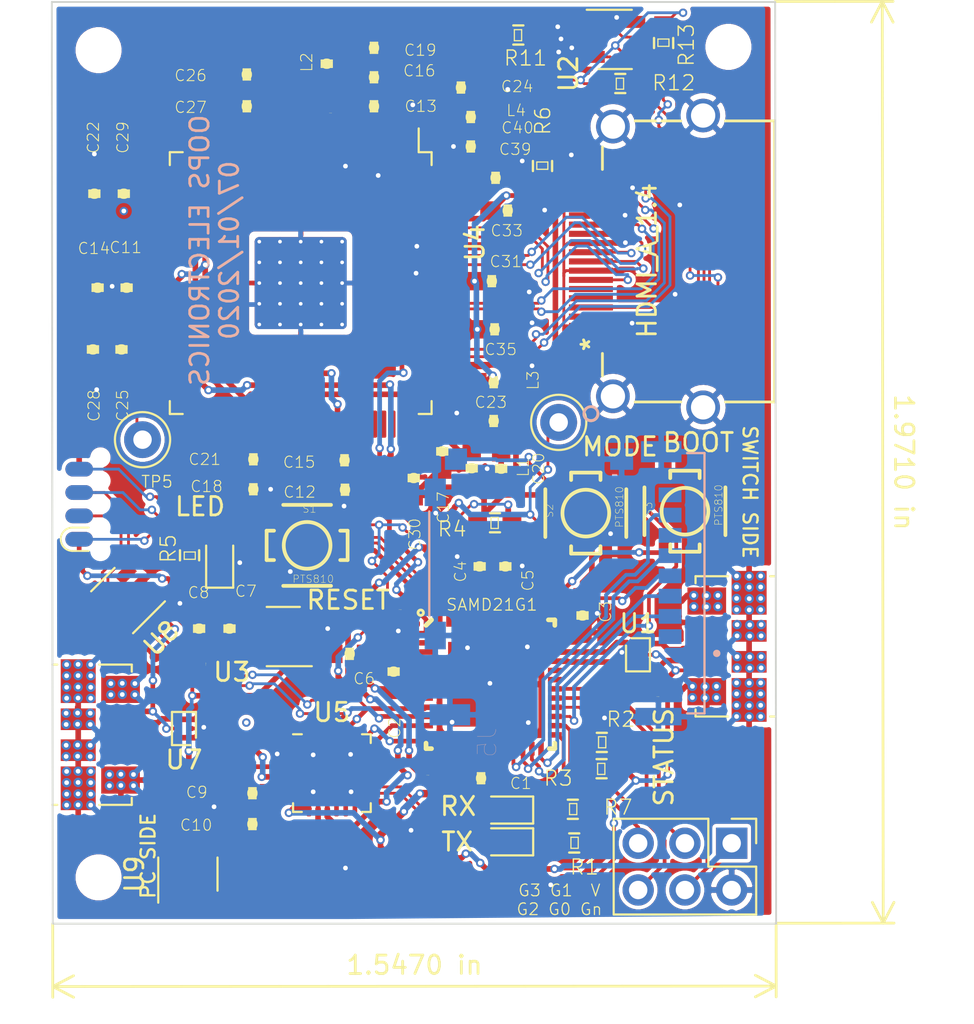
<source format=kicad_pcb>
(kicad_pcb (version 20171130) (host pcbnew "(5.1.6)-1")
  (layers (0 Top signal) (31 Bottom signal) (34 B.Paste user) (35 F.Paste user) (36 B.SilkS user) (37 F.SilkS user) (38 B.Mask user) (39 F.Mask user) (44 Edge.Cuts user))
  (net 0 "")
  (net 1 /GND)
  (net 2 /3v3)
  (net 3 /VDDCORE)
  (net 4 /VBUS)
  (net 5 /SWDIO)
  (net 6 /SWCLK)
  (net 7 /RST)
  (net 8 /USB_P)
  (net 9 /USB_N)
  (net 10 /S_VBUS)
  (net 11 /USB2_P)
  (net 12 /USB2_N)
  (net 13 /SWITCH_DETECT)
  (net 14 /CYCLE_TIME)
  (net 15 /MCUCTS)
  (net 16 /MCURTS)
  (net 17 /MCURX)
  (net 18 /MCUTX)
  (net 19 /TX_LED)
  (net 20 /RX_LED)
  (net 21 "Net-(R1-Pad2)")
  (net 22 "Net-(R7-Pad2)")
  (net 23 /SD_CD)
  (net 24 /SD_SI)
  (net 25 /SD_CE)
  (net 26 /SD_CLK)
  (net 27 /SD_SO)
  (net 28 /VSYNC)
  (net 29 /RxC-)
  (net 30 /RxC+)
  (net 31 /Rx0-)
  (net 32 /Rx0+)
  (net 33 /Rx1-)
  (net 34 /Rx1+)
  (net 35 /Rx2-)
  (net 36 /Rx2+)
  (net 37 /Sheet5EC9C89B/HVCC)
  (net 38 /Sheet5EC9C89B/OVCC)
  (net 39 /Sheet5EC9C89B/AVCC)
  (net 40 /Sheet5EC9C89B/PVCC)
  (net 41 /HDMI_PD)
  (net 42 "Net-(R6-Pad1)")
  (net 43 /BOOTLOADER)
  (net 44 /GPIO3)
  (net 45 /GPIO2)
  (net 46 /GPIO1)
  (net 47 /GPIO0)
  (net 48 /P_VBUS)
  (net 49 /MCU_LED)
  (net 50 /MODE)
  (net 51 "Net-(TP1-PadTP)")
  (net 52 /5v)
  (net 53 /SDA)
  (net 54 /SCL)
  (net 55 /HPD)
  (net 56 /HSYNC)
  (net 57 "Net-(R5-Pad1)")
  (module Connector_PinHeader_2.54mm:PinHeader_2x03_P2.54mm_Vertical (layer Top) (at 142.748 96.4946 270)
    (fp_text reference J4 hide)
    (fp_text value Conn_02x03_Odd_Even)
    (pad 6 thru_hole oval (at 2.54 5.08 270) (size 1.7 1.7) (drill 1) (layers *.Cu *.Mask) (net 45 /GPIO2))
    (pad 5 thru_hole oval (at 0 5.08 270) (size 1.7 1.7) (drill 1) (layers *.Cu *.Mask) (net 44 /GPIO3))
    (pad 4 thru_hole oval (at 2.54 2.54 270) (size 1.7 1.7) (drill 1) (layers *.Cu *.Mask) (net 47 /GPIO0))
    (pad 3 thru_hole oval (at 0 2.54 270) (size 1.7 1.7) (drill 1) (layers *.Cu *.Mask) (net 46 /GPIO1))
    (pad 2 thru_hole oval (at 2.54 0 270) (size 1.7 1.7) (drill 1) (layers *.Cu *.Mask) (net 1 /GND))
    (pad 1 thru_hole rect (at 0 0 270) (size 1.7 1.7) (drill 1) (layers *.Cu *.Mask) (net 2 /3v3))
  )
  (module JohnLibrary:QFN48 (layer Top) (at 129.6416 87.8586)
    (fp_text reference SAMD21G1 (at 0.0762 -4.318 180) (layer F.SilkS) (effects (font (size 0.635 0.635) (thickness 0.0635))))
    (fp_text value ATSAMD21G17A-M hide)
    (pad EP smd rect (at 0 0) (size 4.59994 4.59994) (layers Top F.Mask) (net 1 /GND))
    (pad 48 smd rect (at -2.75 -3.5 270) (size 0.7493 0.29972) (layers Top F.Paste F.Mask) (net 49 /MCU_LED))
    (pad 47 smd rect (at -2.25 -3.5 270) (size 0.7493 0.29972) (layers Top F.Paste F.Mask))
    (pad 46 smd rect (at -1.75 -3.5 270) (size 0.7493 0.29972) (layers Top F.Paste F.Mask) (net 5 /SWDIO))
    (pad 45 smd rect (at -1.25 -3.5 270) (size 0.7493 0.29972) (layers Top F.Paste F.Mask) (net 6 /SWCLK))
    (pad 44 smd rect (at -0.75 -3.5 270) (size 0.7493 0.29972) (layers Top F.Paste F.Mask) (net 2 /3v3))
    (pad 43 smd rect (at -0.25 -3.5 270) (size 0.7493 0.29972) (layers Top F.Paste F.Mask) (net 3 /VDDCORE))
    (pad 42 smd rect (at 0.25 -3.5 270) (size 0.7493 0.29972) (layers Top F.Paste F.Mask) (net 1 /GND))
    (pad 41 smd rect (at 0.75 -3.5 270) (size 0.7493 0.29972) (layers Top F.Paste F.Mask))
    (pad 40 smd rect (at 1.25 -3.5 270) (size 0.7493 0.29972) (layers Top F.Paste F.Mask) (net 7 /RST))
    (pad 39 smd rect (at 1.75 -3.5 270) (size 0.7493 0.29972) (layers Top F.Paste F.Mask) (net 28 /VSYNC))
    (pad 38 smd rect (at 2.25 -3.5 270) (size 0.7493 0.29972) (layers Top F.Paste F.Mask) (net 50 /MODE))
    (pad 37 smd rect (at 2.75 -3.5 270) (size 0.7493 0.29972) (layers Top F.Paste F.Mask) (net 43 /BOOTLOADER))
    (pad 36 smd rect (at 3.5 -2.75 180) (size 0.7493 0.29972) (layers Top F.Paste F.Mask) (net 2 /3v3))
    (pad 35 smd rect (at 3.5 -2.25 180) (size 0.7493 0.29972) (layers Top F.Paste F.Mask) (net 1 /GND))
    (pad 34 smd rect (at 3.5 -1.75 180) (size 0.7493 0.29972) (layers Top F.Paste F.Mask) (net 8 /USB_P))
    (pad 33 smd rect (at 3.5 -1.25 180) (size 0.7493 0.29972) (layers Top F.Paste F.Mask) (net 9 /USB_N))
    (pad 32 smd rect (at 3.5 -0.75 180) (size 0.75 0.29972) (layers Top F.Paste F.Mask))
    (pad 31 smd rect (at 3.5 -0.25 180) (size 0.7493 0.29972) (layers Top F.Paste F.Mask))
    (pad 30 smd rect (at 3.5 0.25 180) (size 0.7493 0.29972) (layers Top F.Paste F.Mask) (net 47 /GPIO0))
    (pad 29 smd rect (at 3.5 0.75 180) (size 0.7493 0.29972) (layers Top F.Paste F.Mask) (net 46 /GPIO1))
    (pad 28 smd rect (at 3.5 1.25 180) (size 0.7493 0.29972) (layers Top F.Paste F.Mask) (net 13 /SWITCH_DETECT))
    (pad 27 smd rect (at 3.5 1.75 180) (size 0.7493 0.29972) (layers Top F.Paste F.Mask) (net 23 /SD_CD))
    (pad 26 smd rect (at 3.5 2.25 180) (size 0.7493 0.29972) (layers Top F.Paste F.Mask) (net 45 /GPIO2))
    (pad 25 smd rect (at 3.5 2.75 180) (size 0.7493 0.29972) (layers Top F.Paste F.Mask) (net 44 /GPIO3))
    (pad 24 smd rect (at 2.75 3.5 90) (size 0.7493 0.29972) (layers Top F.Paste F.Mask) (net 24 /SD_SI))
    (pad 23 smd rect (at 2.25 3.5 90) (size 0.7493 0.29972) (layers Top F.Paste F.Mask) (net 25 /SD_CE))
    (pad 22 smd rect (at 1.75 3.5 90) (size 0.7493 0.29972) (layers Top F.Paste F.Mask) (net 26 /SD_CLK))
    (pad 21 smd rect (at 1.25 3.5 90) (size 0.7493 0.29972) (layers Top F.Paste F.Mask) (net 27 /SD_SO))
    (pad 20 smd rect (at 0.75 3.5 90) (size 0.7493 0.29972) (layers Top F.Paste F.Mask))
    (pad 19 smd rect (at 0.25 3.5 90) (size 0.7493 0.29972) (layers Top F.Paste F.Mask))
    (pad 18 smd rect (at -0.25 3.5 90) (size 0.7493 0.29972) (layers Top F.Paste F.Mask) (net 1 /GND))
    (pad 17 smd rect (at -0.75 3.5 90) (size 0.7493 0.29972) (layers Top F.Paste F.Mask) (net 2 /3v3))
    (pad 16 smd rect (at -1.25 3.5 90) (size 0.7493 0.29972) (layers Top F.Paste F.Mask))
    (pad 15 smd rect (at -1.75 3.5 90) (size 0.7493 0.29972) (layers Top F.Paste F.Mask) (net 14 /CYCLE_TIME))
    (pad 14 smd rect (at -2.25 3.5 90) (size 0.7493 0.29972) (layers Top F.Paste F.Mask))
    (pad 13 smd rect (at -2.75 3.5 90) (size 0.7493 0.29972) (layers Top F.Paste F.Mask))
    (pad 12 smd rect (at -3.49758 2.75) (size 0.7493 0.29972) (layers Top F.Paste F.Mask) (net 15 /MCUCTS))
    (pad 11 smd rect (at -3.49758 2.25) (size 0.7493 0.29972) (layers Top F.Paste F.Mask) (net 16 /MCURTS))
    (pad 10 smd rect (at -3.49758 1.75) (size 0.7493 0.29972) (layers Top F.Paste F.Mask) (net 17 /MCURX))
    (pad 9 smd rect (at -3.49758 1.25) (size 0.7493 0.29972) (layers Top F.Paste F.Mask) (net 18 /MCUTX))
    (pad 8 smd rect (at -3.49758 0.75) (size 0.7493 0.29972) (layers Top F.Paste F.Mask))
    (pad 7 smd rect (at -3.49758 0.25) (size 0.7493 0.29972) (layers Top F.Paste F.Mask))
    (pad 6 smd rect (at -3.49758 -0.25) (size 0.7493 0.29972) (layers Top F.Paste F.Mask) (net 2 /3v3))
    (pad 5 smd rect (at -3.49758 -0.75) (size 0.7493 0.29972) (layers Top F.Paste F.Mask) (net 1 /GND))
    (pad 4 smd rect (at -3.49758 -1.25) (size 0.7493 0.29972) (layers Top F.Paste F.Mask))
    (pad 3 smd rect (at -3.49758 -1.75) (size 0.7493 0.29972) (layers Top F.Paste F.Mask))
    (pad 2 smd rect (at -3.49758 -2.25) (size 0.7493 0.29972) (layers Top F.Paste F.Mask))
    (pad 1 smd rect (at -3.49758 -2.75) (size 0.7493 0.29972) (layers Top F.Paste F.Mask) (net 41 /HDMI_PD))
  )
  (module John-Connector:10029449-111RLF (layer Top) (at 135.1026 69.3928 90)
    (fp_text reference J6 hide)
    (fp_text value HDMI_A_1.4 (at 4.5466 3.048 90) (layer F.SilkS))
    (fp_text user * (at 0 0 90) (layer F.SilkS))
    (fp_text user * (at 0 0 90) (layer F.SilkS))
    (pad SH thru_hole circle (at 11.82498 1.1938 90) (size 1.8288 1.8288) (drill 1.3208) (layers *.Cu *.Mask) (net 1 /GND))
    (pad SH thru_hole circle (at -2.824978 1.1938 90) (size 1.8288 1.8288) (drill 1.3208) (layers *.Cu *.Mask) (net 1 /GND))
    (pad SH thru_hole circle (at 12.425055 6.09379 90) (size 1.8288 1.8288) (drill 1.3208) (layers *.Cu *.Mask) (net 1 /GND))
    (pad SH thru_hole circle (at -3.425053 6.09379 90) (size 1.8288 1.8288) (drill 1.3208) (layers *.Cu *.Mask) (net 1 /GND))
    (pad 1 smd rect (at 9.000002 0 90) (size 0.3302 2.3876) (layers Top F.Paste F.Mask) (net 36 /Rx2+))
    (pad 2 smd rect (at 8.500001 0 90) (size 0.3302 2.3876) (layers Top F.Paste F.Mask) (net 1 /GND))
    (pad 3 smd rect (at 8.000002 0 90) (size 0.3302 2.3876) (layers Top F.Paste F.Mask) (net 35 /Rx2-))
    (pad 4 smd rect (at 7.5 0 90) (size 0.3302 2.3876) (layers Top F.Paste F.Mask) (net 34 /Rx1+))
    (pad 5 smd rect (at 7.000001 0 90) (size 0.3302 2.3876) (layers Top F.Paste F.Mask) (net 1 /GND))
    (pad 6 smd rect (at 6.500002 0 90) (size 0.3302 2.3876) (layers Top F.Paste F.Mask) (net 33 /Rx1-))
    (pad 7 smd rect (at 6.000001 0 90) (size 0.3302 2.3876) (layers Top F.Paste F.Mask) (net 32 /Rx0+))
    (pad 8 smd rect (at 5.500002 0 90) (size 0.3302 2.3876) (layers Top F.Paste F.Mask) (net 1 /GND))
    (pad 9 smd rect (at 5 0 90) (size 0.3302 2.3876) (layers Top F.Paste F.Mask) (net 31 /Rx0-))
    (pad 10 smd rect (at 4.500001 0 90) (size 0.3302 2.3876) (layers Top F.Paste F.Mask) (net 30 /RxC+))
    (pad 11 smd rect (at 4.000002 0 90) (size 0.3302 2.3876) (layers Top F.Paste F.Mask) (net 1 /GND))
    (pad 12 smd rect (at 3.500001 0 90) (size 0.3302 2.3876) (layers Top F.Paste F.Mask) (net 29 /RxC-))
    (pad 13 smd rect (at 3.000002 0 90) (size 0.3302 2.3876) (layers Top F.Paste F.Mask))
    (pad 14 smd rect (at 2.5 0 90) (size 0.3302 2.3876) (layers Top F.Paste F.Mask))
    (pad 15 smd rect (at 2.000001 0 90) (size 0.3302 2.3876) (layers Top F.Paste F.Mask) (net 54 /SCL))
    (pad 16 smd rect (at 1.500002 0 90) (size 0.3302 2.3876) (layers Top F.Paste F.Mask) (net 53 /SDA))
    (pad 17 smd rect (at 1.000001 0 90) (size 0.3302 2.3876) (layers Top F.Paste F.Mask) (net 1 /GND))
    (pad 18 smd rect (at 0.500002 0 90) (size 0.3302 2.3876) (layers Top F.Paste F.Mask) (net 52 /5v))
    (pad 19 smd rect (at 0 0 90) (size 0.3302 2.3876) (layers Top F.Paste F.Mask) (net 55 /HPD))
  )
  (module TestPoint:TestPoint_Loop_D2.50mm_Drill1.0mm (layer Top) (at 110.744 74.5744)
    (fp_text reference TP5 (at 0.7874 2.286) (layer F.SilkS) (effects (font (size 0.635 0.635) (thickness 0.0635))))
    (fp_text value TestPoint)
    (pad 1 thru_hole circle (at 0 0) (size 2 2) (drill 1) (layers *.Cu *.Mask) (net 56 /HSYNC))
  )
  (module LED_SMD:LED_0603_1608Metric (layer Top) (at 114.935 81.1276 90)
    (fp_text reference RX2 hide)
    (fp_text value LEDCHIP-LED0603)
    (pad 2 smd roundrect (at 0.9144 0 90) (size 0.875 0.95) (layers Top F.Paste F.Mask) (net 1 /GND))
    (pad 1 smd roundrect (at -0.9144 0 90) (size 0.875 0.95) (layers Top F.Paste F.Mask) (net 57 "Net-(R5-Pad1)"))
  )
  (module LED_SMD:LED_0603_1608Metric (layer Top) (at 130.4798 94.6912 180)
    (fp_text reference TX1 hide)
    (fp_text value LEDCHIP-LED0603)
    (pad 2 smd roundrect (at 0.9144 0 180) (size 0.875 0.95) (layers Top F.Paste F.Mask) (net 19 /TX_LED))
    (pad 1 smd roundrect (at -0.9144 0 180) (size 0.875 0.95) (layers Top F.Paste F.Mask) (net 22 "Net-(R7-Pad2)"))
  )
  (module LED_SMD:LED_0603_1608Metric (layer Top) (at 130.4798 96.418401 180)
    (fp_text reference RX1 hide)
    (fp_text value LEDCHIP-LED0603)
    (pad 2 smd roundrect (at 0.9144 0 180) (size 0.875 0.95) (layers Top F.Paste F.Mask) (net 20 /RX_LED))
    (pad 1 smd roundrect (at -0.9144 0 180) (size 0.875 0.95) (layers Top F.Paste F.Mask) (net 21 "Net-(R1-Pad2)"))
  )
  (module JohnLibrary:TP06R (layer Top) (at 124.9172 83.439)
    (fp_text reference TP4 hide)
    (fp_text value TPTP06R (at -0.1778 0.3683) (layer F.SilkS) (effects (font (size 0.0254 0.0254) (thickness 0.000001))))
    (pad TP smd circle (at 0 0) (size 0.59944 0.59944) (layers Top F.Paste F.Mask) (net 41 /HDMI_PD))
  )
  (module Package_TO_SOT_SMD:SOT-23-5 (layer Top) (at 136.4234 52.832)
    (fp_text reference U2 (at -2.54 1.8542 90) (layer F.SilkS))
    (fp_text value 24LC02BT)
    (pad 5 smd rect (at 1.1 -0.95) (size 1.06 0.65) (layers Top F.Paste F.Mask) (net 1 /GND))
    (pad 4 smd rect (at 1.1 0.95) (size 1.06 0.65) (layers Top F.Paste F.Mask) (net 52 /5v))
    (pad 3 smd rect (at -1.1 0.95) (size 1.06 0.65) (layers Top F.Paste F.Mask) (net 53 /SDA))
    (pad 2 smd rect (at -1.1 0) (size 1.06 0.65) (layers Top F.Paste F.Mask) (net 1 /GND))
    (pad 1 smd rect (at -1.1 -0.95) (size 1.06 0.65) (layers Top F.Paste F.Mask) (net 54 /SCL))
  )
  (module TestPoint:TestPoint_Loop_D2.50mm_Drill1.0mm (layer Top) (at 133.35 73.6346)
    (fp_text reference TP3 hide)
    (fp_text value TestPoint)
    (pad 1 thru_hole circle (at 0 0) (size 2 2) (drill 1) (layers *.Cu *.Mask) (net 28 /VSYNC))
  )
  (module JohnLibrary:R0603 (layer Top) (at 139.0396 53.0098 270)
    (fp_text reference R13 (at 0.127 -1.2446 270) (layer F.SilkS) (effects (font (size 0.8128 0.8128) (thickness 0.0762))))
    (fp_text value 10k hide)
    (pad 2 smd rect (at 0.9398 0.00762 270) (size 1.02362 0.99822) (layers Top F.Paste F.Mask) (net 54 /SCL))
    (pad 1 smd rect (at -0.92456 0 270) (size 1.016 0.99822) (layers Top F.Paste F.Mask) (net 52 /5v))
  )
  (module JohnLibrary:R0603 (layer Top) (at 136.6774 55.23738)
    (fp_text reference R12 (at 2.921 -0.04318) (layer F.SilkS) (effects (font (size 0.8128 0.8128) (thickness 0.0762))))
    (fp_text value 10k hide)
    (pad 2 smd rect (at 0.9398 0.00762) (size 1.02362 0.99822) (layers Top F.Paste F.Mask) (net 53 /SDA))
    (pad 1 smd rect (at -0.92456 0) (size 1.016 0.99822) (layers Top F.Paste F.Mask) (net 52 /5v))
  )
  (module JohnLibrary:R0603 (layer Top) (at 131.1402 52.6034)
    (fp_text reference R11 (at 0.4064 1.2446) (layer F.SilkS) (effects (font (size 0.8128 0.8128) (thickness 0.0762))))
    (fp_text value 2.7K hide)
    (pad 2 smd rect (at 0.9398 0.00762) (size 1.02362 0.99822) (layers Top F.Paste F.Mask) (net 52 /5v))
    (pad 1 smd rect (at -0.92456 0) (size 1.016 0.99822) (layers Top F.Paste F.Mask) (net 55 /HPD))
  )
  (module JohnLibrary:TP06R (layer Top) (at 121.1326 56.4642)
    (fp_text reference TP1 hide)
    (fp_text value TPTP06R (at -0.1778 0.3683) (layer F.SilkS) (effects (font (size 0.0254 0.0254) (thickness 0.000001))))
    (pad TP smd circle (at 0 0) (size 0.59944 0.59944) (layers Top F.Paste F.Mask) (net 51 "Net-(TP1-PadTP)"))
  )
  (module JohnLibrary:R0603 (layer Top) (at 113.3094 80.8736 90)
    (fp_text reference R5 (at 0.381 -1.1684 90) (layer F.SilkS) (effects (font (size 0.8128 0.8128) (thickness 0.0762))))
    (fp_text value 390 hide)
    (pad 2 smd rect (at 0.9398 0.00762 90) (size 1.02362 0.99822) (layers Top F.Paste F.Mask) (net 49 /MCU_LED))
    (pad 1 smd rect (at -0.92456 0 90) (size 1.016 0.99822) (layers Top F.Paste F.Mask) (net 57 "Net-(R5-Pad1)"))
  )
  (module JohnLibrary:TACTILE_SWITCH_SMD-4 (layer Top) (at 119.6848 80.3148)
    (fp_text reference S1 (at 0.127 -1.9812) (layer F.SilkS) (effects (font (size 0.4064 0.4064) (thickness 0.0254))))
    (fp_text value PTS810 (at 0.3302 1.8288) (layer F.SilkS) (effects (font (size 0.4064 0.4064) (thickness 0.0254))))
    (pad B2 smd rect (at 2.2479 1.07442) (size 1.09982 0.6985) (layers Top F.Paste F.Mask) (net 1 /GND))
    (pad B1 smd rect (at -2.2479 1.07442) (size 1.09982 0.6985) (layers Top F.Paste F.Mask) (net 1 /GND))
    (pad A2 smd rect (at 2.2479 -1.07442) (size 1.09982 0.6985) (layers Top F.Paste F.Mask) (net 7 /RST))
    (pad A1 smd rect (at -2.2479 -1.07442) (size 1.09982 0.6985) (layers Top F.Paste F.Mask) (net 7 /RST))
  )
  (module John-Connector:SOIC_clipProgSmall (layer Top) (at 106.553 78.0796 270)
    (fp_text reference J1 hide)
    (fp_text value Conn_02x04_Odd_Even)
    (pad "" np_thru_hole circle (at 2.54 -1.905 270) (size 0.7 0.7) (drill 0.7) (layers *.Cu *.Mask))
    (pad "" np_thru_hole circle (at 1.27 -1.905 270) (size 0.7 0.7) (drill 0.7) (layers *.Cu *.Mask))
    (pad "" np_thru_hole circle (at 0 -1.905 270) (size 0.7 0.7) (drill 0.7) (layers *.Cu *.Mask))
    (pad "" np_thru_hole circle (at -1.27 -1.905 270) (size 0.7 0.7) (drill 0.7) (layers *.Cu *.Mask))
    (pad "" np_thru_hole circle (at -2.54 -1.905 270) (size 0.7 0.7) (drill 0.7) (layers *.Cu *.Mask))
    (pad 2 smd oval (at 1.905 -0.75 270) (size 0.8 1.5) (layers Bottom B.Paste B.Mask) (net 5 /SWDIO))
    (pad 4 smd oval (at 0.635 -0.75 270) (size 0.8 1.5) (layers Bottom B.Paste B.Mask))
    (pad 6 smd oval (at -0.635 -0.75 270) (size 0.8 1.5) (layers Bottom B.Paste B.Mask) (net 6 /SWCLK))
    (pad 1 smd oval (at 1.905 -0.75 270) (size 0.8 1.5) (layers Top F.Paste F.Mask) (net 2 /3v3))
    (pad 3 smd oval (at 0.635 -0.75 270) (size 0.8 1.5) (layers Top F.Paste F.Mask) (net 17 /MCURX))
    (pad 5 smd oval (at -0.635 -0.75 270) (size 0.8 1.5) (layers Top F.Paste F.Mask) (net 18 /MCUTX))
    (pad 7 smd oval (at -1.905 -0.75 270) (size 0.8 1.5) (layers Top F.Paste F.Mask) (net 1 /GND))
    (pad 8 smd oval (at -1.905 -0.75 270) (size 0.8 1.5) (layers Bottom B.Paste B.Mask) (net 7 /RST))
  )
  (module Package_TO_SOT_SMD:SOT-23-5 (layer Top) (at 113.2078 98.171 90)
    (fp_text reference U9 (at 0 -2.9 90) (layer F.SilkS))
    (fp_text value MAX40200AUK)
    (pad 5 smd rect (at 1.1 -0.95 90) (size 1.06 0.65) (layers Top F.Paste F.Mask) (net 4 /VBUS))
    (pad 4 smd rect (at 1.1 0.95 90) (size 1.06 0.65) (layers Top F.Paste F.Mask))
    (pad 3 smd rect (at -1.1 0.95 90) (size 1.06 0.65) (layers Top F.Paste F.Mask))
    (pad 2 smd rect (at -1.1 0 90) (size 1.06 0.65) (layers Top F.Paste F.Mask) (net 1 /GND))
    (pad 1 smd rect (at -1.1 -0.95 90) (size 1.06 0.65) (layers Top F.Paste F.Mask) (net 10 /S_VBUS))
  )
  (module Package_TO_SOT_SMD:SOT-23-5 (layer Top) (at 109.728 83.312 225)
    (fp_text reference U8 (at 0 -2.9 45) (layer F.SilkS))
    (fp_text value MAX40200AUK)
    (pad 5 smd rect (at 1.1 -0.95 225) (size 1.06 0.65) (layers Top F.Paste F.Mask) (net 4 /VBUS))
    (pad 4 smd rect (at 1.1 0.95 225) (size 1.06 0.65) (layers Top F.Paste F.Mask))
    (pad 3 smd rect (at -1.1 0.95 225) (size 1.06 0.65) (layers Top F.Paste F.Mask))
    (pad 2 smd rect (at -1.1 0 225) (size 1.06 0.65) (layers Top F.Paste F.Mask) (net 1 /GND))
    (pad 1 smd rect (at -1.1 -0.95 225) (size 1.06 0.65) (layers Top F.Paste F.Mask) (net 48 /P_VBUS))
  )
  (module John-Connector:MOLEX_503182-1852 (layer Bottom) (at 133.0452 82.3722 90)
    (fp_text reference J5 (at -8.64903 -3.58082 270) (layer B.SilkS) (effects (font (size 1.001622 1.001622) (thickness 0.015)) (justify mirror)))
    (fp_text value Micro_SD_Card_Det)
    (pad 11 smd rect (at 4.94 -6.4 90) (size 1.5 1.15) (layers Bottom B.Paste B.Mask) (net 1 /GND))
    (pad 11 smd rect (at -2.84 -6.4 90) (size 1.5 1.15) (layers Bottom B.Paste B.Mask) (net 1 /GND))
    (pad 11 smd rect (at -7.145 -5.605 90) (size 1.15 2.2) (layers Bottom B.Paste B.Mask) (net 1 /GND))
    (pad 9 smd rect (at 6.74 -5.275 90) (size 1.16 1.2) (layers Bottom B.Paste B.Mask) (net 23 /SD_CD))
    (pad 10 smd rect (at 6.74 3.725 90) (size 1.16 1.25) (layers Bottom B.Paste B.Mask) (net 1 /GND))
    (pad 11 smd rect (at 7.145 5.875 90) (size 1.15 2.2) (layers Bottom B.Paste B.Mask) (net 1 /GND))
    (pad 11 smd rect (at -7.245 5.725 90) (size 0.95 2.5) (layers Bottom B.Paste B.Mask) (net 1 /GND))
    (pad 8 smd rect (at 4.8 6.355 90) (size 0.8 1.24) (layers Bottom B.Paste B.Mask))
    (pad 7 smd rect (at 3.7 6.355 90) (size 0.8 1.24) (layers Bottom B.Paste B.Mask) (net 27 /SD_SO))
    (pad 6 smd rect (at 2.6 6.355 90) (size 0.8 1.24) (layers Bottom B.Paste B.Mask) (net 1 /GND))
    (pad 5 smd rect (at 1.5 6.355 90) (size 0.8 1.24) (layers Bottom B.Paste B.Mask) (net 26 /SD_CLK))
    (pad 4 smd rect (at 0.4 6.355 90) (size 0.8 1.24) (layers Bottom B.Paste B.Mask) (net 2 /3v3))
    (pad 3 smd rect (at -0.7 6.355 90) (size 0.8 1.24) (layers Bottom B.Paste B.Mask) (net 24 /SD_SI))
    (pad 2 smd rect (at -1.8 6.355 90) (size 0.8 1.24) (layers Bottom B.Paste B.Mask) (net 25 /SD_CE))
    (pad 1 smd rect (at -2.9 6.355 90) (size 0.8 1.24) (layers Bottom B.Paste B.Mask))
  )
  (module MountingHole:MountingHole_2.1mm (layer Top) (at 108.3564 98.3488)
    (fp_text reference H3 hide)
    (fp_text value MountingHole)
    (pad "" np_thru_hole circle (at 0 0) (size 2.1 2.1) (drill 2.1) (layers *.Cu *.Mask))
  )
  (module MountingHole:MountingHole_2.1mm (layer Top) (at 142.5702 53.2384)
    (fp_text reference H2 hide)
    (fp_text value MountingHole)
    (pad "" np_thru_hole circle (at 0 0) (size 2.1 2.1) (drill 2.1) (layers *.Cu *.Mask))
  )
  (module MountingHole:MountingHole_2.1mm (layer Top) (at 108.3564 53.4162)
    (fp_text reference H1 hide)
    (fp_text value MountingHole)
    (pad "" np_thru_hole circle (at 0 0) (size 2.1 2.1) (drill 2.1) (layers *.Cu *.Mask))
  )
  (module Package_TO_SOT_SMD:SOT-23-5 (layer Top) (at 118.3894 85.2678 180)
    (fp_text reference U3 (at 2.794 -1.9304) (layer F.SilkS))
    (fp_text value MIC5504-3.3YM5)
    (pad 5 smd rect (at 1.1 -0.95 180) (size 1.06 0.65) (layers Top F.Paste F.Mask) (net 2 /3v3))
    (pad 4 smd rect (at 1.1 0.95 180) (size 1.06 0.65) (layers Top F.Paste F.Mask))
    (pad 3 smd rect (at -1.1 0.95 180) (size 1.06 0.65) (layers Top F.Paste F.Mask) (net 4 /VBUS))
    (pad 2 smd rect (at -1.1 0 180) (size 1.06 0.65) (layers Top F.Paste F.Mask) (net 1 /GND))
    (pad 1 smd rect (at -1.1 -0.95 180) (size 1.06 0.65) (layers Top F.Paste F.Mask) (net 4 /VBUS))
  )
  (module JohnLibrary:TACTILE_SWITCH_SMD-4 (layer Top) (at 140.208 78.4606 90)
    (fp_text reference S3 (at 0.127 -1.9812 90) (layer F.SilkS) (effects (font (size 0.4064 0.4064) (thickness 0.0254))))
    (fp_text value PTS810 (at 0.3302 1.8288 90) (layer F.SilkS) (effects (font (size 0.4064 0.4064) (thickness 0.0254))))
    (pad B2 smd rect (at 2.2479 1.07442 90) (size 1.09982 0.6985) (layers Top F.Paste F.Mask) (net 1 /GND))
    (pad B1 smd rect (at -2.2479 1.07442 90) (size 1.09982 0.6985) (layers Top F.Paste F.Mask) (net 1 /GND))
    (pad A2 smd rect (at 2.2479 -1.07442 90) (size 1.09982 0.6985) (layers Top F.Paste F.Mask) (net 43 /BOOTLOADER))
    (pad A1 smd rect (at -2.2479 -1.07442 90) (size 1.09982 0.6985) (layers Top F.Paste F.Mask) (net 43 /BOOTLOADER))
  )
  (module JohnLibrary:R0603 (layer Top) (at 132.461 59.69 270)
    (fp_text reference R6 (at -2.4384 -0.0254 90) (layer F.SilkS) (effects (font (size 0.8128 0.8128) (thickness 0.0762))))
    (fp_text value 390 hide)
    (pad 2 smd rect (at 0.9398 0.00762 270) (size 1.02362 0.99822) (layers Top F.Paste F.Mask) (net 39 /Sheet5EC9C89B/AVCC))
    (pad 1 smd rect (at -0.92456 0 270) (size 1.016 0.99822) (layers Top F.Paste F.Mask) (net 42 "Net-(R6-Pad1)"))
  )
  (module JohnLibrary:C0603 (layer Top) (at 128.5748 57.0484 180)
    (fp_text reference L4 (at -2.4638 0.3556) (layer F.SilkS) (effects (font (size 0.6096 0.6096) (thickness 0.0508))))
    (fp_text value INDUCTOR0603 hide)
    (pad 2 smd rect (at 0.9398 0 180) (size 1.09982 0.99822) (layers Top F.Paste F.Mask) (net 2 /3v3))
    (pad 1 smd rect (at -0.9398 0 180) (size 1.09982 0.99822) (layers Top F.Paste F.Mask) (net 40 /Sheet5EC9C89B/PVCC))
  )
  (module JohnLibrary:C0603 (layer Top) (at 129.8194 71.4502)
    (fp_text reference L3 (at 2.1336 -0.101601 90) (layer F.SilkS) (effects (font (size 0.6096 0.6096) (thickness 0.0508))))
    (fp_text value INDUCTOR0603 hide)
    (pad 2 smd rect (at 0.9398 0) (size 1.09982 0.99822) (layers Top F.Paste F.Mask) (net 2 /3v3))
    (pad 1 smd rect (at -0.9398 0) (size 1.09982 0.99822) (layers Top F.Paste F.Mask) (net 39 /Sheet5EC9C89B/AVCC))
  )
  (module JohnLibrary:C0603 (layer Top) (at 120.751601 54.1528 90)
    (fp_text reference L2 (at 0.0762 -1.092201 90) (layer F.SilkS) (effects (font (size 0.6096 0.6096) (thickness 0.0508))))
    (fp_text value INDUCTOR0603 hide)
    (pad 2 smd rect (at 0.9398 0 90) (size 1.09982 0.99822) (layers Top F.Paste F.Mask) (net 2 /3v3))
    (pad 1 smd rect (at -0.9398 0 90) (size 1.09982 0.99822) (layers Top F.Paste F.Mask) (net 37 /Sheet5EC9C89B/HVCC))
  )
  (module JohnLibrary:C0603 (layer Top) (at 128.625599 76.1238 270)
    (fp_text reference L1 (at -0.0508 -2.794001 90) (layer F.SilkS) (effects (font (size 0.6096 0.6096) (thickness 0.0508))))
    (fp_text value INDUCTOR0603 hide)
    (pad 2 smd rect (at 0.9398 0 270) (size 1.09982 0.99822) (layers Top F.Paste F.Mask) (net 2 /3v3))
    (pad 1 smd rect (at -0.9398 0 270) (size 1.09982 0.99822) (layers Top F.Paste F.Mask) (net 38 /Sheet5EC9C89B/OVCC))
  )
  (module JohnLibrary:C0603 (layer Top) (at 128.5748 58.6486 180)
    (fp_text reference C40 (at -2.54 1.016) (layer F.SilkS) (effects (font (size 0.6096 0.6096) (thickness 0.0508))))
    (fp_text value 2.2uf hide)
    (pad 2 smd rect (at 0.9398 0 180) (size 1.09982 0.99822) (layers Top F.Paste F.Mask) (net 1 /GND))
    (pad 1 smd rect (at -0.9398 0 180) (size 1.09982 0.99822) (layers Top F.Paste F.Mask) (net 40 /Sheet5EC9C89B/PVCC))
  )
  (module JohnLibrary:C0603 (layer Top) (at 129.921001 60.3504)
    (fp_text reference C39 (at 1.066799 -1.5494 180) (layer F.SilkS) (effects (font (size 0.6096 0.6096) (thickness 0.0508))))
    (fp_text value 100pf hide)
    (pad 2 smd rect (at 0.9398 0) (size 1.09982 0.99822) (layers Top F.Paste F.Mask) (net 1 /GND))
    (pad 1 smd rect (at -0.9398 0) (size 1.09982 0.99822) (layers Top F.Paste F.Mask) (net 40 /Sheet5EC9C89B/PVCC))
  )
  (module JohnLibrary:C0603 (layer Top) (at 129.8702 68.579999)
    (fp_text reference C35 (at 0.3302 1.092201) (layer F.SilkS) (effects (font (size 0.6096 0.6096) (thickness 0.0508))))
    (fp_text value 100pf hide)
    (pad 2 smd rect (at 0.9398 0) (size 1.09982 0.99822) (layers Top F.Paste F.Mask) (net 1 /GND))
    (pad 1 smd rect (at -0.9398 0) (size 1.09982 0.99822) (layers Top F.Paste F.Mask) (net 39 /Sheet5EC9C89B/AVCC))
  )
  (module JohnLibrary:C0603 (layer Top) (at 130.5814 62.1284)
    (fp_text reference C33 (at -0.0508 1.0922 180) (layer F.SilkS) (effects (font (size 0.6096 0.6096) (thickness 0.0508))))
    (fp_text value 100pf hide)
    (pad 2 smd rect (at 0.9398 0) (size 1.09982 0.99822) (layers Top F.Paste F.Mask) (net 1 /GND))
    (pad 1 smd rect (at -0.9398 0) (size 1.09982 0.99822) (layers Top F.Paste F.Mask) (net 39 /Sheet5EC9C89B/AVCC))
  )
  (module JohnLibrary:C0603 (layer Top) (at 129.7178 65.9638)
    (fp_text reference C31 (at 0.762 -1.0668) (layer F.SilkS) (effects (font (size 0.6096 0.6096) (thickness 0.0508))))
    (fp_text value 100pf hide)
    (pad 2 smd rect (at 0.9398 0) (size 1.09982 0.99822) (layers Top F.Paste F.Mask) (net 1 /GND))
    (pad 1 smd rect (at -0.9398 0) (size 1.09982 0.99822) (layers Top F.Paste F.Mask) (net 39 /Sheet5EC9C89B/AVCC))
  )
  (module JohnLibrary:C0603 (layer Top) (at 125.476 76.6572 270)
    (fp_text reference C30 (at 3.05308 -0.05588 90) (layer F.SilkS) (effects (font (size 0.6096 0.6096) (thickness 0.0508))))
    (fp_text value 2.2uf hide)
    (pad 2 smd rect (at 0.9398 0 270) (size 1.09982 0.99822) (layers Top F.Paste F.Mask) (net 1 /GND))
    (pad 1 smd rect (at -0.9398 0 270) (size 1.09982 0.99822) (layers Top F.Paste F.Mask) (net 38 /Sheet5EC9C89B/OVCC))
  )
  (module JohnLibrary:C0603 (layer Top) (at 109.728 61.214 90)
    (fp_text reference C29 (at 3.05308 -0.05588 90) (layer F.SilkS) (effects (font (size 0.6096 0.6096) (thickness 0.0508))))
    (fp_text value 100pf hide)
    (pad 2 smd rect (at 0.9398 0 90) (size 1.09982 0.99822) (layers Top F.Paste F.Mask) (net 1 /GND))
    (pad 1 smd rect (at -0.9398 0 90) (size 1.09982 0.99822) (layers Top F.Paste F.Mask) (net 38 /Sheet5EC9C89B/OVCC))
  )
  (module JohnLibrary:C0603 (layer Top) (at 108.051599 69.6722 270)
    (fp_text reference C28 (at 3.05308 -0.05588 90) (layer F.SilkS) (effects (font (size 0.6096 0.6096) (thickness 0.0508))))
    (fp_text value 2.2uf hide)
    (pad 2 smd rect (at 0.9398 0 270) (size 1.09982 0.99822) (layers Top F.Paste F.Mask) (net 1 /GND))
    (pad 1 smd rect (at -0.9398 0 270) (size 1.09982 0.99822) (layers Top F.Paste F.Mask) (net 38 /Sheet5EC9C89B/OVCC))
  )
  (module JohnLibrary:C0603 (layer Top) (at 116.4082 56.464201 180)
    (fp_text reference C27 (at 3.05308 -0.05588) (layer F.SilkS) (effects (font (size 0.6096 0.6096) (thickness 0.0508))))
    (fp_text value 100pf hide)
    (pad 2 smd rect (at 0.9398 0 180) (size 1.09982 0.99822) (layers Top F.Paste F.Mask) (net 1 /GND))
    (pad 1 smd rect (at -0.9398 0 180) (size 1.09982 0.99822) (layers Top F.Paste F.Mask) (net 38 /Sheet5EC9C89B/OVCC))
  )
  (module JohnLibrary:C0603 (layer Top) (at 116.4082 54.737 180)
    (fp_text reference C26 (at 3.05308 -0.05588) (layer F.SilkS) (effects (font (size 0.6096 0.6096) (thickness 0.0508))))
    (fp_text value 2.2uf hide)
    (pad 2 smd rect (at 0.9398 0 180) (size 1.09982 0.99822) (layers Top F.Paste F.Mask) (net 1 /GND))
    (pad 1 smd rect (at -0.9398 0 180) (size 1.09982 0.99822) (layers Top F.Paste F.Mask) (net 38 /Sheet5EC9C89B/OVCC))
  )
  (module JohnLibrary:C0603 (layer Top) (at 109.601 69.6722 270)
    (fp_text reference C25 (at 3.05308 -0.05588 90) (layer F.SilkS) (effects (font (size 0.6096 0.6096) (thickness 0.0508))))
    (fp_text value 100pf hide)
    (pad 2 smd rect (at 0.9398 0 270) (size 1.09982 0.99822) (layers Top F.Paste F.Mask) (net 1 /GND))
    (pad 1 smd rect (at -0.9398 0 270) (size 1.09982 0.99822) (layers Top F.Paste F.Mask) (net 38 /Sheet5EC9C89B/OVCC))
  )
  (module JohnLibrary:C0603 (layer Top) (at 128.0414 55.4482)
    (fp_text reference C24 (at 3.05308 -0.05588) (layer F.SilkS) (effects (font (size 0.6096 0.6096) (thickness 0.0508))))
    (fp_text value 10uf hide)
    (pad 2 smd rect (at 0.9398 0) (size 1.09982 0.99822) (layers Top F.Paste F.Mask) (net 1 /GND))
    (pad 1 smd rect (at -0.9398 0) (size 1.09982 0.99822) (layers Top F.Paste F.Mask) (net 2 /3v3))
  )
  (module JohnLibrary:C0603 (layer Top) (at 129.8194 73.5584 180)
    (fp_text reference C23 (at 0.1524 1.016 180) (layer F.SilkS) (effects (font (size 0.6096 0.6096) (thickness 0.0508))))
    (fp_text value 10uf hide)
    (pad 2 smd rect (at 0.9398 0 180) (size 1.09982 0.99822) (layers Top F.Paste F.Mask) (net 1 /GND))
    (pad 1 smd rect (at -0.9398 0 180) (size 1.09982 0.99822) (layers Top F.Paste F.Mask) (net 2 /3v3))
  )
  (module JohnLibrary:C0603 (layer Top) (at 108.1278 61.213999 90)
    (fp_text reference C22 (at 3.05308 -0.05588 90) (layer F.SilkS) (effects (font (size 0.6096 0.6096) (thickness 0.0508))))
    (fp_text value 2.2uf hide)
    (pad 2 smd rect (at 0.9398 0 90) (size 1.09982 0.99822) (layers Top F.Paste F.Mask) (net 1 /GND))
    (pad 1 smd rect (at -0.9398 0 90) (size 1.09982 0.99822) (layers Top F.Paste F.Mask) (net 38 /Sheet5EC9C89B/OVCC))
  )
  (module JohnLibrary:C0603 (layer Top) (at 116.7638 75.6412)
    (fp_text reference C21 (at -2.6416 0) (layer F.SilkS) (effects (font (size 0.6096 0.6096) (thickness 0.0508))))
    (fp_text value 100pf hide)
    (pad 2 smd rect (at 0.9398 0) (size 1.09982 0.99822) (layers Top F.Paste F.Mask) (net 1 /GND))
    (pad 1 smd rect (at -0.9398 0) (size 1.09982 0.99822) (layers Top F.Paste F.Mask) (net 38 /Sheet5EC9C89B/OVCC))
  )
  (module JohnLibrary:C0603 (layer Top) (at 130.2258 76.1492 90)
    (fp_text reference C20 (at 0 2.032 90) (layer F.SilkS) (effects (font (size 0.6096 0.6096) (thickness 0.0508))))
    (fp_text value 10uf hide)
    (pad 2 smd rect (at 0.9398 0 90) (size 1.09982 0.99822) (layers Top F.Paste F.Mask) (net 1 /GND))
    (pad 1 smd rect (at -0.9398 0 90) (size 1.09982 0.99822) (layers Top F.Paste F.Mask) (net 2 /3v3))
  )
  (module JohnLibrary:C0603 (layer Top) (at 123.317 53.2892)
    (fp_text reference C19 (at 2.5146 0.127) (layer F.SilkS) (effects (font (size 0.6096 0.6096) (thickness 0.0508))))
    (fp_text value 10uf hide)
    (pad 2 smd rect (at 0.9398 0) (size 1.09982 0.99822) (layers Top F.Paste F.Mask) (net 1 /GND))
    (pad 1 smd rect (at -0.9398 0) (size 1.09982 0.99822) (layers Top F.Paste F.Mask) (net 2 /3v3))
  )
  (module JohnLibrary:C0603 (layer Top) (at 116.7638 77.2668)
    (fp_text reference C18 (at -2.54 -0.1524) (layer F.SilkS) (effects (font (size 0.6096 0.6096) (thickness 0.0508))))
    (fp_text value 2.2uf hide)
    (pad 2 smd rect (at 0.9398 0) (size 1.09982 0.99822) (layers Top F.Paste F.Mask) (net 1 /GND))
    (pad 1 smd rect (at -0.9398 0) (size 1.09982 0.99822) (layers Top F.Paste F.Mask) (net 38 /Sheet5EC9C89B/OVCC))
  )
  (module JohnLibrary:C0603 (layer Top) (at 127.0254 75.2094 270)
    (fp_text reference C17 (at 3.05308 -0.05588 90) (layer F.SilkS) (effects (font (size 0.6096 0.6096) (thickness 0.0508))))
    (fp_text value 100pf hide)
    (pad 2 smd rect (at 0.9398 0 270) (size 1.09982 0.99822) (layers Top F.Paste F.Mask) (net 1 /GND))
    (pad 1 smd rect (at -0.9398 0 270) (size 1.09982 0.99822) (layers Top F.Paste F.Mask) (net 38 /Sheet5EC9C89B/OVCC))
  )
  (module JohnLibrary:C0603 (layer Top) (at 123.317 54.8894)
    (fp_text reference C16 (at 2.4638 -0.3556) (layer F.SilkS) (effects (font (size 0.6096 0.6096) (thickness 0.0508))))
    (fp_text value 2.2uf hide)
    (pad 2 smd rect (at 0.9398 0) (size 1.09982 0.99822) (layers Top F.Paste F.Mask) (net 1 /GND))
    (pad 1 smd rect (at -0.9398 0) (size 1.09982 0.99822) (layers Top F.Paste F.Mask) (net 37 /Sheet5EC9C89B/HVCC))
  )
  (module JohnLibrary:C0603 (layer Top) (at 121.7168 75.691999)
    (fp_text reference C15 (at -2.4638 0.101601 180) (layer F.SilkS) (effects (font (size 0.6096 0.6096) (thickness 0.0508))))
    (fp_text value 100pf hide)
    (pad 2 smd rect (at 0.9398 0) (size 1.09982 0.99822) (layers Top F.Paste F.Mask) (net 1 /GND))
    (pad 1 smd rect (at -0.9398 0) (size 1.09982 0.99822) (layers Top F.Paste F.Mask) (net 37 /Sheet5EC9C89B/HVCC))
  )
  (module JohnLibrary:C0603 (layer Top) (at 108.3056 66.3194 270)
    (fp_text reference C14 (at -2.1336 0.2032 180) (layer F.SilkS) (effects (font (size 0.6096 0.6096) (thickness 0.0508))))
    (fp_text value 2.2uf hide)
    (pad 2 smd rect (at 0.9398 0 270) (size 1.09982 0.99822) (layers Top F.Paste F.Mask) (net 1 /GND))
    (pad 1 smd rect (at -0.9398 0 270) (size 1.09982 0.99822) (layers Top F.Paste F.Mask) (net 37 /Sheet5EC9C89B/HVCC))
  )
  (module JohnLibrary:C0603 (layer Top) (at 123.317 56.4642)
    (fp_text reference C13 (at 2.54 0) (layer F.SilkS) (effects (font (size 0.6096 0.6096) (thickness 0.0508))))
    (fp_text value 100pf hide)
    (pad 2 smd rect (at 0.9398 0) (size 1.09982 0.99822) (layers Top F.Paste F.Mask) (net 1 /GND))
    (pad 1 smd rect (at -0.9398 0) (size 1.09982 0.99822) (layers Top F.Paste F.Mask) (net 37 /Sheet5EC9C89B/HVCC))
  )
  (module JohnLibrary:C0603 (layer Top) (at 121.7422 77.2922)
    (fp_text reference C12 (at -2.4638 0.127 180) (layer F.SilkS) (effects (font (size 0.6096 0.6096) (thickness 0.0508))))
    (fp_text value 2.2uf hide)
    (pad 2 smd rect (at 0.9398 0) (size 1.09982 0.99822) (layers Top F.Paste F.Mask) (net 1 /GND))
    (pad 1 smd rect (at -0.9398 0) (size 1.09982 0.99822) (layers Top F.Paste F.Mask) (net 37 /Sheet5EC9C89B/HVCC))
  )
  (module JohnLibrary:C0603 (layer Top) (at 109.8804 66.3194 270)
    (fp_text reference C11 (at -2.1844 0.0508 180) (layer F.SilkS) (effects (font (size 0.6096 0.6096) (thickness 0.0508))))
    (fp_text value 100pf hide)
    (pad 2 smd rect (at 0.9398 0 270) (size 1.09982 0.99822) (layers Top F.Paste F.Mask) (net 1 /GND))
    (pad 1 smd rect (at -0.9398 0 270) (size 1.09982 0.99822) (layers Top F.Paste F.Mask) (net 37 /Sheet5EC9C89B/HVCC))
  )
  (module JohnLibrary:C0603 (layer Top) (at 116.713 95.4532 180)
    (fp_text reference C10 (at 3.05308 -0.05588) (layer F.SilkS) (effects (font (size 0.6096 0.6096) (thickness 0.0508))))
    (fp_text value 1uf hide)
    (pad 2 smd rect (at 0.9398 0 180) (size 1.09982 0.99822) (layers Top F.Paste F.Mask) (net 1 /GND))
    (pad 1 smd rect (at -0.9398 0 180) (size 1.09982 0.99822) (layers Top F.Paste F.Mask) (net 2 /3v3))
  )
  (module JohnLibrary:C0603 (layer Top) (at 116.713 93.7768 180)
    (fp_text reference C9 (at 3.0226 0.0508) (layer F.SilkS) (effects (font (size 0.6096 0.6096) (thickness 0.0508))))
    (fp_text value 100nf hide)
    (pad 2 smd rect (at 0.9398 0 180) (size 1.09982 0.99822) (layers Top F.Paste F.Mask) (net 1 /GND))
    (pad 1 smd rect (at -0.9398 0 180) (size 1.09982 0.99822) (layers Top F.Paste F.Mask) (net 2 /3v3))
  )
  (module JohnLibrary:C0603 (layer Top) (at 113.8174 84.836 270)
    (fp_text reference C8 (at -1.9558 0.0254 180) (layer F.SilkS) (effects (font (size 0.6096 0.6096) (thickness 0.0508))))
    (fp_text value 10uf hide)
    (pad 2 smd rect (at 0.9398 0 270) (size 1.09982 0.99822) (layers Top F.Paste F.Mask) (net 2 /3v3))
    (pad 1 smd rect (at -0.9398 0 270) (size 1.09982 0.99822) (layers Top F.Paste F.Mask) (net 1 /GND))
  )
  (module JohnLibrary:C0603 (layer Top) (at 115.4684 84.836 90)
    (fp_text reference C7 (at 2.032 0.889 180) (layer F.SilkS) (effects (font (size 0.6096 0.6096) (thickness 0.0508))))
    (fp_text value 1uf hide)
    (pad 2 smd rect (at 0.9398 0 90) (size 1.09982 0.99822) (layers Top F.Paste F.Mask) (net 1 /GND))
    (pad 1 smd rect (at -0.9398 0 90) (size 1.09982 0.99822) (layers Top F.Paste F.Mask) (net 2 /3v3))
  )
  (module JohnLibrary:C0603 (layer Top) (at 121.9962 86.2076)
    (fp_text reference C6 (at 0.7874 1.3462) (layer F.SilkS) (effects (font (size 0.6096 0.6096) (thickness 0.0508))))
    (fp_text value 1uf hide)
    (pad 2 smd rect (at 0.9398 0) (size 1.09982 0.99822) (layers Top F.Paste F.Mask) (net 1 /GND))
    (pad 1 smd rect (at -0.9398 0) (size 1.09982 0.99822) (layers Top F.Paste F.Mask) (net 4 /VBUS))
  )
  (module JohnLibrary:C0603 (layer Top) (at 130.4544 81.4578 270)
    (fp_text reference C5 (at 0.762 -1.2192 90) (layer F.SilkS) (effects (font (size 0.6096 0.6096) (thickness 0.0508))))
    (fp_text value 1uf hide)
    (pad 2 smd rect (at 0.9398 0 270) (size 1.09982 0.99822) (layers Top F.Paste F.Mask) (net 3 /VDDCORE))
    (pad 1 smd rect (at -0.9398 0 270) (size 1.09982 0.99822) (layers Top F.Paste F.Mask) (net 1 /GND))
  )
  (module JohnLibrary:C0603 (layer Top) (at 129.0574 81.4578 270)
    (fp_text reference C4 (at 0.2794 1.0414 90) (layer F.SilkS) (effects (font (size 0.6096 0.6096) (thickness 0.0508))))
    (fp_text value 100nf hide)
    (pad 2 smd rect (at 0.9398 0 270) (size 1.09982 0.99822) (layers Top F.Paste F.Mask) (net 2 /3v3))
    (pad 1 smd rect (at -0.9398 0 270) (size 1.09982 0.99822) (layers Top F.Paste F.Mask) (net 1 /GND))
  )
  (module JohnLibrary:C0603 (layer Top) (at 134.6454 84.1248 90)
    (fp_text reference C3 (at 0.2032 1.2446 90) (layer F.SilkS) (effects (font (size 0.6096 0.6096) (thickness 0.0508))))
    (fp_text value 100nf hide)
    (pad 2 smd rect (at 0.9398 0 90) (size 1.09982 0.99822) (layers Top F.Paste F.Mask) (net 2 /3v3))
    (pad 1 smd rect (at -0.9398 0 90) (size 1.09982 0.99822) (layers Top F.Paste F.Mask) (net 1 /GND))
  )
  (module JohnLibrary:C0603 (layer Top) (at 124.3838 87.1728 270)
    (fp_text reference C2 (at 3.05308 -0.05588 90) (layer F.SilkS) (effects (font (size 0.6096 0.6096) (thickness 0.0508))))
    (fp_text value 100nf hide)
    (pad 2 smd rect (at 0.9398 0 270) (size 1.09982 0.99822) (layers Top F.Paste F.Mask) (net 2 /3v3))
    (pad 1 smd rect (at -0.9398 0 270) (size 1.09982 0.99822) (layers Top F.Paste F.Mask) (net 1 /GND))
  )
  (module JohnLibrary:C0603 (layer Top) (at 129.1336 92.964 180)
    (fp_text reference C1 (at -2.159 -0.2794) (layer F.SilkS) (effects (font (size 0.6096 0.6096) (thickness 0.0508))))
    (fp_text value 100nf hide)
    (pad 2 smd rect (at 0.9398 0 180) (size 1.09982 0.99822) (layers Top F.Paste F.Mask) (net 2 /3v3))
    (pad 1 smd rect (at -0.9398 0 180) (size 1.09982 0.99822) (layers Top F.Paste F.Mask) (net 1 /GND))
  )
  (module Package_QFP:TQFP-100-1EP_14x14mm_P0.5mm_EP5x5mm_ThermalVias (layer Top) (at 119.33656 66.06814 270)
    (fp_text reference U4 (at -2.18714 -9.46684 90) (layer F.SilkS))
    (fp_text value SiI_163B-Sync)
    (pad 100 smd roundrect (at -6 -7.6625 270) (size 0.3 1.475) (layers Top F.Paste F.Mask) (net 1 /GND))
    (pad 99 smd roundrect (at -5.5 -7.6625 270) (size 0.3 1.475) (layers Top F.Paste F.Mask) (net 40 /Sheet5EC9C89B/PVCC))
    (pad 98 smd roundrect (at -5 -7.6625 270) (size 0.3 1.475) (layers Top F.Paste F.Mask) (net 1 /GND))
    (pad 97 smd roundrect (at -4.5 -7.6625 270) (size 0.3 1.475) (layers Top F.Paste F.Mask) (net 40 /Sheet5EC9C89B/PVCC))
    (pad 96 smd roundrect (at -4 -7.6625 270) (size 0.3 1.475) (layers Top F.Paste F.Mask) (net 42 "Net-(R6-Pad1)"))
    (pad 95 smd roundrect (at -3.5 -7.6625 270) (size 0.3 1.475) (layers Top F.Paste F.Mask) (net 39 /Sheet5EC9C89B/AVCC))
    (pad 94 smd roundrect (at -3 -7.6625 270) (size 0.3 1.475) (layers Top F.Paste F.Mask) (net 29 /RxC-))
    (pad 93 smd roundrect (at -2.5 -7.6625 270) (size 0.3 1.475) (layers Top F.Paste F.Mask) (net 30 /RxC+))
    (pad 92 smd roundrect (at -2 -7.6625 270) (size 0.3 1.475) (layers Top F.Paste F.Mask) (net 1 /GND))
    (pad 91 smd roundrect (at -1.5 -7.6625 270) (size 0.3 1.475) (layers Top F.Paste F.Mask) (net 31 /Rx0-))
    (pad 90 smd roundrect (at -1 -7.6625 270) (size 0.3 1.475) (layers Top F.Paste F.Mask) (net 32 /Rx0+))
    (pad 89 smd roundrect (at -0.5 -7.6625 270) (size 0.3 1.475) (layers Top F.Paste F.Mask) (net 1 /GND))
    (pad 88 smd roundrect (at 0 -7.6625 270) (size 0.3 1.475) (layers Top F.Paste F.Mask) (net 39 /Sheet5EC9C89B/AVCC))
    (pad 87 smd roundrect (at 0.5 -7.6625 270) (size 0.3 1.475) (layers Top F.Paste F.Mask) (net 1 /GND))
    (pad 86 smd roundrect (at 1 -7.6625 270) (size 0.3 1.475) (layers Top F.Paste F.Mask) (net 33 /Rx1-))
    (pad 85 smd roundrect (at 1.5 -7.6625 270) (size 0.3 1.475) (layers Top F.Paste F.Mask) (net 34 /Rx1+))
    (pad 84 smd roundrect (at 2 -7.6625 270) (size 0.3 1.475) (layers Top F.Paste F.Mask) (net 39 /Sheet5EC9C89B/AVCC))
    (pad 83 smd roundrect (at 2.5 -7.6625 270) (size 0.3 1.475) (layers Top F.Paste F.Mask) (net 1 /GND))
    (pad 82 smd roundrect (at 3 -7.6625 270) (size 0.3 1.475) (layers Top F.Paste F.Mask) (net 39 /Sheet5EC9C89B/AVCC))
    (pad 81 smd roundrect (at 3.5 -7.6625 270) (size 0.3 1.475) (layers Top F.Paste F.Mask) (net 35 /Rx2-))
    (pad 80 smd roundrect (at 4 -7.6625 270) (size 0.3 1.475) (layers Top F.Paste F.Mask) (net 36 /Rx2+))
    (pad 79 smd roundrect (at 4.5 -7.6625 270) (size 0.3 1.475) (layers Top F.Paste F.Mask) (net 1 /GND))
    (pad 78 smd roundrect (at 5 -7.6625 270) (size 0.3 1.475) (layers Top F.Paste F.Mask) (net 38 /Sheet5EC9C89B/OVCC))
    (pad 77 smd roundrect (at 5.5 -7.6625 270) (size 0.3 1.475) (layers Top F.Paste F.Mask))
    (pad 76 smd roundrect (at 6 -7.6625 270) (size 0.3 1.475) (layers Top F.Paste F.Mask) (net 1 /GND))
    (pad 75 smd roundrect (at 7.6625 -6 270) (size 1.475 0.3) (layers Top F.Paste F.Mask))
    (pad 74 smd roundrect (at 7.6625 -5.5 270) (size 1.475 0.3) (layers Top F.Paste F.Mask))
    (pad 73 smd roundrect (at 7.6625 -5 270) (size 1.475 0.3) (layers Top F.Paste F.Mask))
    (pad 72 smd roundrect (at 7.6625 -4.5 270) (size 1.475 0.3) (layers Top F.Paste F.Mask))
    (pad 71 smd roundrect (at 7.6625 -4 270) (size 1.475 0.3) (layers Top F.Paste F.Mask))
    (pad 70 smd roundrect (at 7.6625 -3.5 270) (size 1.475 0.3) (layers Top F.Paste F.Mask))
    (pad 69 smd roundrect (at 7.6625 -3 270) (size 1.475 0.3) (layers Top F.Paste F.Mask))
    (pad 68 smd roundrect (at 7.6625 -2.5 270) (size 1.475 0.3) (layers Top F.Paste F.Mask) (net 1 /GND))
    (pad 67 smd roundrect (at 7.6625 -2 270) (size 1.475 0.3) (layers Top F.Paste F.Mask) (net 37 /Sheet5EC9C89B/HVCC))
    (pad 66 smd roundrect (at 7.6625 -1.5 270) (size 1.475 0.3) (layers Top F.Paste F.Mask))
    (pad 65 smd roundrect (at 7.6625 -1 270) (size 1.475 0.3) (layers Top F.Paste F.Mask))
    (pad 64 smd roundrect (at 7.6625 -0.5 270) (size 1.475 0.3) (layers Top F.Paste F.Mask))
    (pad 63 smd roundrect (at 7.6625 0 270) (size 1.475 0.3) (layers Top F.Paste F.Mask))
    (pad 62 smd roundrect (at 7.6625 0.5 270) (size 1.475 0.3) (layers Top F.Paste F.Mask))
    (pad 61 smd roundrect (at 7.6625 1 270) (size 1.475 0.3) (layers Top F.Paste F.Mask))
    (pad 60 smd roundrect (at 7.6625 1.5 270) (size 1.475 0.3) (layers Top F.Paste F.Mask))
    (pad 59 smd roundrect (at 7.6625 2 270) (size 1.475 0.3) (layers Top F.Paste F.Mask))
    (pad 58 smd roundrect (at 7.6625 2.5 270) (size 1.475 0.3) (layers Top F.Paste F.Mask) (net 1 /GND))
    (pad 57 smd roundrect (at 7.6625 3 270) (size 1.475 0.3) (layers Top F.Paste F.Mask) (net 38 /Sheet5EC9C89B/OVCC))
    (pad 56 smd roundrect (at 7.6625 3.5 270) (size 1.475 0.3) (layers Top F.Paste F.Mask))
    (pad 55 smd roundrect (at 7.6625 4 270) (size 1.475 0.3) (layers Top F.Paste F.Mask))
    (pad 54 smd roundrect (at 7.6625 4.5 270) (size 1.475 0.3) (layers Top F.Paste F.Mask))
    (pad 53 smd roundrect (at 7.6625 5 270) (size 1.475 0.3) (layers Top F.Paste F.Mask))
    (pad 52 smd roundrect (at 7.6625 5.5 270) (size 1.475 0.3) (layers Top F.Paste F.Mask))
    (pad 51 smd roundrect (at 7.6625 6 270) (size 1.475 0.3) (layers Top F.Paste F.Mask))
    (pad 50 smd roundrect (at 6 7.6625 270) (size 0.3 1.475) (layers Top F.Paste F.Mask))
    (pad 49 smd roundrect (at 5.5 7.6625 270) (size 0.3 1.475) (layers Top F.Paste F.Mask))
    (pad 48 smd roundrect (at 5 7.6625 270) (size 0.3 1.475) (layers Top F.Paste F.Mask) (net 56 /HSYNC))
    (pad 47 smd roundrect (at 4.5 7.6625 270) (size 0.3 1.475) (layers Top F.Paste F.Mask) (net 28 /VSYNC))
    (pad 46 smd roundrect (at 4 7.6625 270) (size 0.3 1.475) (layers Top F.Paste F.Mask))
    (pad 45 smd roundrect (at 3.5 7.6625 270) (size 0.3 1.475) (layers Top F.Paste F.Mask) (net 1 /GND))
    (pad 44 smd roundrect (at 3 7.6625 270) (size 0.3 1.475) (layers Top F.Paste F.Mask))
    (pad 43 smd roundrect (at 2.5 7.6625 270) (size 0.3 1.475) (layers Top F.Paste F.Mask) (net 38 /Sheet5EC9C89B/OVCC))
    (pad 42 smd roundrect (at 2 7.6625 270) (size 0.3 1.475) (layers Top F.Paste F.Mask))
    (pad 41 smd roundrect (at 1.5 7.6625 270) (size 0.3 1.475) (layers Top F.Paste F.Mask))
    (pad 40 smd roundrect (at 1 7.6625 270) (size 0.3 1.475) (layers Top F.Paste F.Mask))
    (pad 39 smd roundrect (at 0.5 7.6625 270) (size 0.3 1.475) (layers Top F.Paste F.Mask) (net 1 /GND))
    (pad 38 smd roundrect (at 0 7.6625 270) (size 0.3 1.475) (layers Top F.Paste F.Mask) (net 37 /Sheet5EC9C89B/HVCC))
    (pad 37 smd roundrect (at -0.5 7.6625 270) (size 0.3 1.475) (layers Top F.Paste F.Mask))
    (pad 36 smd roundrect (at -1 7.6625 270) (size 0.3 1.475) (layers Top F.Paste F.Mask))
    (pad 35 smd roundrect (at -1.5 7.6625 270) (size 0.3 1.475) (layers Top F.Paste F.Mask))
    (pad 34 smd roundrect (at -2 7.6625 270) (size 0.3 1.475) (layers Top F.Paste F.Mask))
    (pad 33 smd roundrect (at -2.5 7.6625 270) (size 0.3 1.475) (layers Top F.Paste F.Mask))
    (pad 32 smd roundrect (at -3 7.6625 270) (size 0.3 1.475) (layers Top F.Paste F.Mask))
    (pad 31 smd roundrect (at -3.5 7.6625 270) (size 0.3 1.475) (layers Top F.Paste F.Mask))
    (pad 30 smd roundrect (at -4 7.6625 270) (size 0.3 1.475) (layers Top F.Paste F.Mask))
    (pad 29 smd roundrect (at -4.5 7.6625 270) (size 0.3 1.475) (layers Top F.Paste F.Mask) (net 38 /Sheet5EC9C89B/OVCC))
    (pad 28 smd roundrect (at -5 7.6625 270) (size 0.3 1.475) (layers Top F.Paste F.Mask) (net 1 /GND))
    (pad 27 smd roundrect (at -5.5 7.6625 270) (size 0.3 1.475) (layers Top F.Paste F.Mask))
    (pad 26 smd roundrect (at -6 7.6625 270) (size 0.3 1.475) (layers Top F.Paste F.Mask))
    (pad 25 smd roundrect (at -7.6625 6 270) (size 1.475 0.3) (layers Top F.Paste F.Mask))
    (pad 24 smd roundrect (at -7.6625 5.5 270) (size 1.475 0.3) (layers Top F.Paste F.Mask))
    (pad 23 smd roundrect (at -7.6625 5 270) (size 1.475 0.3) (layers Top F.Paste F.Mask))
    (pad 22 smd roundrect (at -7.6625 4.5 270) (size 1.475 0.3) (layers Top F.Paste F.Mask))
    (pad 21 smd roundrect (at -7.6625 4 270) (size 1.475 0.3) (layers Top F.Paste F.Mask))
    (pad 20 smd roundrect (at -7.6625 3.5 270) (size 1.475 0.3) (layers Top F.Paste F.Mask))
    (pad 19 smd roundrect (at -7.6625 3 270) (size 1.475 0.3) (layers Top F.Paste F.Mask) (net 1 /GND))
    (pad 18 smd roundrect (at -7.6625 2.5 270) (size 1.475 0.3) (layers Top F.Paste F.Mask) (net 38 /Sheet5EC9C89B/OVCC))
    (pad 17 smd roundrect (at -7.6625 2 270) (size 1.475 0.3) (layers Top F.Paste F.Mask))
    (pad 16 smd roundrect (at -7.6625 1.5 270) (size 1.475 0.3) (layers Top F.Paste F.Mask))
    (pad 15 smd roundrect (at -7.6625 1 270) (size 1.475 0.3) (layers Top F.Paste F.Mask))
    (pad 14 smd roundrect (at -7.6625 0.5 270) (size 1.475 0.3) (layers Top F.Paste F.Mask))
    (pad 13 smd roundrect (at -7.6625 0 270) (size 1.475 0.3) (layers Top F.Paste F.Mask))
    (pad 12 smd roundrect (at -7.6625 -0.5 270) (size 1.475 0.3) (layers Top F.Paste F.Mask))
    (pad 11 smd roundrect (at -7.6625 -1 270) (size 1.475 0.3) (layers Top F.Paste F.Mask))
    (pad 10 smd roundrect (at -7.6625 -1.5 270) (size 1.475 0.3) (layers Top F.Paste F.Mask))
    (pad 9 smd roundrect (at -7.6625 -2 270) (size 1.475 0.3) (layers Top F.Paste F.Mask) (net 51 "Net-(TP1-PadTP)"))
    (pad 8 smd roundrect (at -7.6625 -2.5 270) (size 1.475 0.3) (layers Top F.Paste F.Mask) (net 51 "Net-(TP1-PadTP)"))
    (pad 7 smd roundrect (at -7.6625 -3 270) (size 1.475 0.3) (layers Top F.Paste F.Mask) (net 1 /GND))
    (pad 6 smd roundrect (at -7.6625 -3.5 270) (size 1.475 0.3) (layers Top F.Paste F.Mask) (net 37 /Sheet5EC9C89B/HVCC))
    (pad 5 smd roundrect (at -7.6625 -4 270) (size 1.475 0.3) (layers Top F.Paste F.Mask) (net 1 /GND))
    (pad 4 smd roundrect (at -7.6625 -4.5 270) (size 1.475 0.3) (layers Top F.Paste F.Mask) (net 2 /3v3))
    (pad 3 smd roundrect (at -7.6625 -5 270) (size 1.475 0.3) (layers Top F.Paste F.Mask) (net 1 /GND))
    (pad 2 smd roundrect (at -7.6625 -5.5 270) (size 1.475 0.3) (layers Top F.Paste F.Mask) (net 41 /HDMI_PD))
    (pad 1 smd roundrect (at -7.6625 -6 270) (size 1.475 0.3) (layers Top F.Paste F.Mask) (net 1 /GND))
    (pad 101 smd roundrect (at 0 0 270) (size 5 5) (layers Bottom) (roundrect_rratio 0.05) (net 1 /GND))
    (pad 101 thru_hole circle (at 2.25 2.25 270) (size 0.5 0.5) (drill 0.2) (layers *.Cu) (net 1 /GND))
    (pad 101 thru_hole circle (at 1.125 2.25 270) (size 0.5 0.5) (drill 0.2) (layers *.Cu) (net 1 /GND))
    (pad 101 thru_hole circle (at 0 2.25 270) (size 0.5 0.5) (drill 0.2) (layers *.Cu) (net 1 /GND))
    (pad 101 thru_hole circle (at -1.125 2.25 270) (size 0.5 0.5) (drill 0.2) (layers *.Cu) (net 1 /GND))
    (pad 101 thru_hole circle (at -2.25 2.25 270) (size 0.5 0.5) (drill 0.2) (layers *.Cu) (net 1 /GND))
    (pad 101 thru_hole circle (at 2.25 1.125 270) (size 0.5 0.5) (drill 0.2) (layers *.Cu) (net 1 /GND))
    (pad 101 thru_hole circle (at 1.125 1.125 270) (size 0.5 0.5) (drill 0.2) (layers *.Cu) (net 1 /GND))
    (pad 101 thru_hole circle (at 0 1.125 270) (size 0.5 0.5) (drill 0.2) (layers *.Cu) (net 1 /GND))
    (pad 101 thru_hole circle (at -1.125 1.125 270) (size 0.5 0.5) (drill 0.2) (layers *.Cu) (net 1 /GND))
    (pad 101 thru_hole circle (at -2.25 1.125 270) (size 0.5 0.5) (drill 0.2) (layers *.Cu) (net 1 /GND))
    (pad 101 thru_hole circle (at 2.25 0 270) (size 0.5 0.5) (drill 0.2) (layers *.Cu) (net 1 /GND))
    (pad 101 thru_hole circle (at 1.125 0 270) (size 0.5 0.5) (drill 0.2) (layers *.Cu) (net 1 /GND))
    (pad 101 thru_hole circle (at 0 0 270) (size 0.5 0.5) (drill 0.2) (layers *.Cu) (net 1 /GND))
    (pad 101 thru_hole circle (at -1.125 0 270) (size 0.5 0.5) (drill 0.2) (layers *.Cu) (net 1 /GND))
    (pad 101 thru_hole circle (at -2.25 0 270) (size 0.5 0.5) (drill 0.2) (layers *.Cu) (net 1 /GND))
    (pad 101 thru_hole circle (at 2.25 -1.125 270) (size 0.5 0.5) (drill 0.2) (layers *.Cu) (net 1 /GND))
    (pad 101 thru_hole circle (at 1.125 -1.125 270) (size 0.5 0.5) (drill 0.2) (layers *.Cu) (net 1 /GND))
    (pad 101 thru_hole circle (at 0 -1.125 270) (size 0.5 0.5) (drill 0.2) (layers *.Cu) (net 1 /GND))
    (pad 101 thru_hole circle (at -1.125 -1.125 270) (size 0.5 0.5) (drill 0.2) (layers *.Cu) (net 1 /GND))
    (pad 101 thru_hole circle (at -2.25 -1.125 270) (size 0.5 0.5) (drill 0.2) (layers *.Cu) (net 1 /GND))
    (pad 101 thru_hole circle (at 2.25 -2.25 270) (size 0.5 0.5) (drill 0.2) (layers *.Cu) (net 1 /GND))
    (pad 101 thru_hole circle (at 1.125 -2.25 270) (size 0.5 0.5) (drill 0.2) (layers *.Cu) (net 1 /GND))
    (pad 101 thru_hole circle (at 0 -2.25 270) (size 0.5 0.5) (drill 0.2) (layers *.Cu) (net 1 /GND))
    (pad 101 thru_hole circle (at -1.125 -2.25 270) (size 0.5 0.5) (drill 0.2) (layers *.Cu) (net 1 /GND))
    (pad 101 thru_hole circle (at -2.25 -2.25 270) (size 0.5 0.5) (drill 0.2) (layers *.Cu) (net 1 /GND))
    (pad 101 smd roundrect (at 0 0 270) (size 5 5) (layers Top F.Mask) (roundrect_rratio 0.05) (net 1 /GND))
  )
  (module Connector_USB:USB_Micro-B_Molex_47346-0001-Vias (layer Top) (at 108.4502 90.6005 270)
    (fp_text reference J3 hide)
    (fp_text value USB_B_Micro)
    (pad 6 thru_hole circle (at 0.5715 0.5461 270) (size 0.508 0.508) (drill 0.254) (layers *.Cu *.Mask) (net 1 /GND))
    (pad 6 thru_hole circle (at 1.1811 0.5461 270) (size 0.508 0.508) (drill 0.254) (layers *.Cu *.Mask) (net 1 /GND))
    (pad 6 thru_hole circle (at 0.5715 1.8542 270) (size 0.508 0.508) (drill 0.254) (layers *.Cu *.Mask) (net 1 /GND))
    (pad 6 thru_hole circle (at 1.1811 1.8542 270) (size 0.508 0.508) (drill 0.254) (layers *.Cu *.Mask) (net 1 /GND))
    (pad 6 thru_hole circle (at 0.5588 1.2319 270) (size 0.508 0.508) (drill 0.254) (layers *.Cu *.Mask) (net 1 /GND))
    (pad 6 thru_hole circle (at 1.1684 1.2319 270) (size 0.508 0.508) (drill 0.254) (layers *.Cu *.Mask) (net 1 /GND))
    (pad 6 thru_hole circle (at -1.1684 0.5461 270) (size 0.508 0.508) (drill 0.254) (layers *.Cu *.Mask) (net 1 /GND))
    (pad 6 thru_hole circle (at -0.5588 0.5461 270) (size 0.508 0.508) (drill 0.254) (layers *.Cu *.Mask) (net 1 /GND))
    (pad 6 thru_hole circle (at -1.1684 1.8542 270) (size 0.508 0.508) (drill 0.254) (layers *.Cu *.Mask) (net 1 /GND))
    (pad 6 thru_hole circle (at -0.5588 1.8542 270) (size 0.508 0.508) (drill 0.254) (layers *.Cu *.Mask) (net 1 /GND))
    (pad 6 thru_hole circle (at -1.1811 1.2319 270) (size 0.508 0.508) (drill 0.254) (layers *.Cu *.Mask) (net 1 /GND))
    (pad 6 thru_hole circle (at -0.5715 1.2319 270) (size 0.508 0.508) (drill 0.254) (layers *.Cu *.Mask) (net 1 /GND))
    (pad 6 thru_hole circle (at -2.7813 -1.8796 270) (size 0.508 0.508) (drill 0.254) (layers *.Cu *.Mask) (net 1 /GND))
    (pad 6 thru_hole circle (at -2.1717 -1.8796 270) (size 0.508 0.508) (drill 0.254) (layers *.Cu *.Mask) (net 1 /GND))
    (pad 6 thru_hole circle (at -2.7813 -0.5715 270) (size 0.508 0.508) (drill 0.254) (layers *.Cu *.Mask) (net 1 /GND))
    (pad 6 thru_hole circle (at -2.1717 -0.5715 270) (size 0.508 0.508) (drill 0.254) (layers *.Cu *.Mask) (net 1 /GND))
    (pad 6 thru_hole circle (at -2.794 -1.1938 270) (size 0.508 0.508) (drill 0.254) (layers *.Cu *.Mask) (net 1 /GND))
    (pad 6 thru_hole circle (at -2.1844 -1.1938 270) (size 0.508 0.508) (drill 0.254) (layers *.Cu *.Mask) (net 1 /GND))
    (pad 6 thru_hole circle (at 2.159 -1.8034 270) (size 0.508 0.508) (drill 0.254) (layers *.Cu *.Mask) (net 1 /GND))
    (pad 6 thru_hole circle (at 2.7686 -1.8034 270) (size 0.508 0.508) (drill 0.254) (layers *.Cu *.Mask) (net 1 /GND))
    (pad 6 thru_hole circle (at 2.159 -0.4953 270) (size 0.508 0.508) (drill 0.254) (layers *.Cu *.Mask) (net 1 /GND))
    (pad 6 thru_hole circle (at 2.7686 -0.4953 270) (size 0.508 0.508) (drill 0.254) (layers *.Cu *.Mask) (net 1 /GND))
    (pad 6 thru_hole circle (at 2.1463 -1.1176 270) (size 0.508 0.508) (drill 0.254) (layers *.Cu *.Mask) (net 1 /GND))
    (pad 6 thru_hole circle (at 2.7559 -1.1176 270) (size 0.508 0.508) (drill 0.254) (layers *.Cu *.Mask) (net 1 /GND))
    (pad 1 smd rect (at -1.3 -1.46 270) (size 0.45 1.38) (layers Top F.Paste F.Mask) (net 48 /P_VBUS))
    (pad 2 smd rect (at -0.65 -1.46 270) (size 0.45 1.38) (layers Top F.Paste F.Mask) (net 12 /USB2_N))
    (pad 3 smd rect (at 0 -1.46 270) (size 0.45 1.38) (layers Top F.Paste F.Mask) (net 11 /USB2_P))
    (pad 4 smd rect (at 0.65 -1.46 270) (size 0.45 1.38) (layers Top F.Paste F.Mask))
    (pad 5 smd rect (at 1.3 -1.46 270) (size 0.45 1.38) (layers Top F.Paste F.Mask) (net 1 /GND))
    (pad 6 smd rect (at -2.4625 -1.1 270) (size 1.475 2.1) (layers Top F.Paste F.Mask) (net 1 /GND))
    (pad 6 smd rect (at 2.4625 -1.1 270) (size 1.475 2.1) (layers Top F.Paste F.Mask) (net 1 /GND))
    (pad 6 smd rect (at -2.91 1.2 270) (size 2.375 1.9) (layers Top F.Paste F.Mask) (net 1 /GND))
    (pad 6 smd rect (at 2.91 1.2 270) (size 2.375 1.9) (layers Top F.Paste F.Mask) (net 1 /GND))
    (pad 6 smd rect (at -0.84 1.2 270) (size 1.175 1.9) (layers Top F.Paste F.Mask) (net 1 /GND))
    (pad 6 smd rect (at 0.84 1.2 270) (size 1.175 1.9) (layers Top F.Paste F.Mask) (net 1 /GND))
    (pad 6 thru_hole circle (at -3.81 0.5207 270) (size 0.508 0.508) (drill 0.254) (layers *.Cu *.Mask) (net 1 /GND))
    (pad 6 thru_hole circle (at -3.2004 0.5207 270) (size 0.508 0.508) (drill 0.254) (layers *.Cu *.Mask) (net 1 /GND))
    (pad 6 thru_hole circle (at -2.5781 0.5207 270) (size 0.508 0.508) (drill 0.254) (layers *.Cu *.Mask) (net 1 /GND))
    (pad 6 thru_hole circle (at -1.9812 0.5207 270) (size 0.508 0.508) (drill 0.254) (layers *.Cu *.Mask) (net 1 /GND))
    (pad 6 thru_hole circle (at -1.9939 1.2065 270) (size 0.508 0.508) (drill 0.254) (layers *.Cu *.Mask) (net 1 /GND))
    (pad 6 thru_hole circle (at -3.2131 1.2065 270) (size 0.508 0.508) (drill 0.254) (layers *.Cu *.Mask) (net 1 /GND))
    (pad 6 thru_hole circle (at -2.5908 1.2065 270) (size 0.508 0.508) (drill 0.254) (layers *.Cu *.Mask) (net 1 /GND))
    (pad 6 thru_hole circle (at -3.8227 1.2065 270) (size 0.508 0.508) (drill 0.254) (layers *.Cu *.Mask) (net 1 /GND))
    (pad 6 thru_hole circle (at -1.9812 1.8288 270) (size 0.508 0.508) (drill 0.254) (layers *.Cu *.Mask) (net 1 /GND))
    (pad 6 thru_hole circle (at -3.2004 1.8288 270) (size 0.508 0.508) (drill 0.254) (layers *.Cu *.Mask) (net 1 /GND))
    (pad 6 thru_hole circle (at -2.5781 1.8288 270) (size 0.508 0.508) (drill 0.254) (layers *.Cu *.Mask) (net 1 /GND))
    (pad 6 thru_hole circle (at -3.81 1.8288 270) (size 0.508 0.508) (drill 0.254) (layers *.Cu *.Mask) (net 1 /GND))
    (pad 6 thru_hole circle (at 3.81 1.2065 270) (size 0.508 0.508) (drill 0.254) (layers *.Cu *.Mask) (net 1 /GND))
    (pad 6 thru_hole circle (at 2.5908 1.2065 270) (size 0.508 0.508) (drill 0.254) (layers *.Cu *.Mask) (net 1 /GND))
    (pad 6 thru_hole circle (at 3.2131 1.2065 270) (size 0.508 0.508) (drill 0.254) (layers *.Cu *.Mask) (net 1 /GND))
    (pad 6 thru_hole circle (at 1.9812 1.2065 270) (size 0.508 0.508) (drill 0.254) (layers *.Cu *.Mask) (net 1 /GND))
    (pad 6 thru_hole circle (at 3.8227 1.8288 270) (size 0.508 0.508) (drill 0.254) (layers *.Cu *.Mask) (net 1 /GND))
    (pad 6 thru_hole circle (at 2.6035 1.8288 270) (size 0.508 0.508) (drill 0.254) (layers *.Cu *.Mask) (net 1 /GND))
    (pad 6 thru_hole circle (at 3.2258 1.8288 270) (size 0.508 0.508) (drill 0.254) (layers *.Cu *.Mask) (net 1 /GND))
    (pad 6 thru_hole circle (at 1.9939 1.8288 270) (size 0.508 0.508) (drill 0.254) (layers *.Cu *.Mask) (net 1 /GND))
    (pad 6 thru_hole circle (at 3.8227 0.5207 270) (size 0.508 0.508) (drill 0.254) (layers *.Cu *.Mask) (net 1 /GND))
    (pad 6 thru_hole circle (at 2.6035 0.5207 270) (size 0.508 0.508) (drill 0.254) (layers *.Cu *.Mask) (net 1 /GND))
    (pad 6 thru_hole circle (at 3.2258 0.5207 270) (size 0.508 0.508) (drill 0.254) (layers *.Cu *.Mask) (net 1 /GND))
    (pad 6 thru_hole circle (at 1.9939 0.5207 270) (size 0.508 0.508) (drill 0.254) (layers *.Cu *.Mask) (net 1 /GND))
  )
  (module Connector_USB:USB_Micro-B_Molex_47346-0001-Vias (layer Top) (at 142.494001 85.8012 90)
    (fp_text reference J2 hide)
    (fp_text value USB_B_Micro)
    (pad 6 thru_hole circle (at 0.5715 0.5461 90) (size 0.508 0.508) (drill 0.254) (layers *.Cu *.Mask) (net 1 /GND))
    (pad 6 thru_hole circle (at 1.1811 0.5461 90) (size 0.508 0.508) (drill 0.254) (layers *.Cu *.Mask) (net 1 /GND))
    (pad 6 thru_hole circle (at 0.5715 1.8542 90) (size 0.508 0.508) (drill 0.254) (layers *.Cu *.Mask) (net 1 /GND))
    (pad 6 thru_hole circle (at 1.1811 1.8542 90) (size 0.508 0.508) (drill 0.254) (layers *.Cu *.Mask) (net 1 /GND))
    (pad 6 thru_hole circle (at 0.5588 1.2319 90) (size 0.508 0.508) (drill 0.254) (layers *.Cu *.Mask) (net 1 /GND))
    (pad 6 thru_hole circle (at 1.1684 1.2319 90) (size 0.508 0.508) (drill 0.254) (layers *.Cu *.Mask) (net 1 /GND))
    (pad 6 thru_hole circle (at -1.1684 0.5461 90) (size 0.508 0.508) (drill 0.254) (layers *.Cu *.Mask) (net 1 /GND))
    (pad 6 thru_hole circle (at -0.5588 0.5461 90) (size 0.508 0.508) (drill 0.254) (layers *.Cu *.Mask) (net 1 /GND))
    (pad 6 thru_hole circle (at -1.1684 1.8542 90) (size 0.508 0.508) (drill 0.254) (layers *.Cu *.Mask) (net 1 /GND))
    (pad 6 thru_hole circle (at -0.5588 1.8542 90) (size 0.508 0.508) (drill 0.254) (layers *.Cu *.Mask) (net 1 /GND))
    (pad 6 thru_hole circle (at -1.1811 1.2319 90) (size 0.508 0.508) (drill 0.254) (layers *.Cu *.Mask) (net 1 /GND))
    (pad 6 thru_hole circle (at -0.5715 1.2319 90) (size 0.508 0.508) (drill 0.254) (layers *.Cu *.Mask) (net 1 /GND))
    (pad 6 thru_hole circle (at -2.7813 -1.8796 90) (size 0.508 0.508) (drill 0.254) (layers *.Cu *.Mask) (net 1 /GND))
    (pad 6 thru_hole circle (at -2.1717 -1.8796 90) (size 0.508 0.508) (drill 0.254) (layers *.Cu *.Mask) (net 1 /GND))
    (pad 6 thru_hole circle (at -2.7813 -0.5715 90) (size 0.508 0.508) (drill 0.254) (layers *.Cu *.Mask) (net 1 /GND))
    (pad 6 thru_hole circle (at -2.1717 -0.5715 90) (size 0.508 0.508) (drill 0.254) (layers *.Cu *.Mask) (net 1 /GND))
    (pad 6 thru_hole circle (at -2.794 -1.1938 90) (size 0.508 0.508) (drill 0.254) (layers *.Cu *.Mask) (net 1 /GND))
    (pad 6 thru_hole circle (at -2.1844 -1.1938 90) (size 0.508 0.508) (drill 0.254) (layers *.Cu *.Mask) (net 1 /GND))
    (pad 6 thru_hole circle (at 2.159 -1.8034 90) (size 0.508 0.508) (drill 0.254) (layers *.Cu *.Mask) (net 1 /GND))
    (pad 6 thru_hole circle (at 2.7686 -1.8034 90) (size 0.508 0.508) (drill 0.254) (layers *.Cu *.Mask) (net 1 /GND))
    (pad 6 thru_hole circle (at 2.159 -0.4953 90) (size 0.508 0.508) (drill 0.254) (layers *.Cu *.Mask) (net 1 /GND))
    (pad 6 thru_hole circle (at 2.7686 -0.4953 90) (size 0.508 0.508) (drill 0.254) (layers *.Cu *.Mask) (net 1 /GND))
    (pad 6 thru_hole circle (at 2.1463 -1.1176 90) (size 0.508 0.508) (drill 0.254) (layers *.Cu *.Mask) (net 1 /GND))
    (pad 6 thru_hole circle (at 2.7559 -1.1176 90) (size 0.508 0.508) (drill 0.254) (layers *.Cu *.Mask) (net 1 /GND))
    (pad 1 smd rect (at -1.3 -1.46 90) (size 0.45 1.38) (layers Top F.Paste F.Mask) (net 10 /S_VBUS))
    (pad 2 smd rect (at -0.65 -1.46 90) (size 0.45 1.38) (layers Top F.Paste F.Mask) (net 9 /USB_N))
    (pad 3 smd rect (at 0 -1.46 90) (size 0.45 1.38) (layers Top F.Paste F.Mask) (net 8 /USB_P))
    (pad 4 smd rect (at 0.65 -1.46 90) (size 0.45 1.38) (layers Top F.Paste F.Mask))
    (pad 5 smd rect (at 1.3 -1.46 90) (size 0.45 1.38) (layers Top F.Paste F.Mask) (net 1 /GND))
    (pad 6 smd rect (at -2.4625 -1.1 90) (size 1.475 2.1) (layers Top F.Paste F.Mask) (net 1 /GND))
    (pad 6 smd rect (at 2.4625 -1.1 90) (size 1.475 2.1) (layers Top F.Paste F.Mask) (net 1 /GND))
    (pad 6 smd rect (at -2.91 1.2 90) (size 2.375 1.9) (layers Top F.Paste F.Mask) (net 1 /GND))
    (pad 6 smd rect (at 2.91 1.2 90) (size 2.375 1.9) (layers Top F.Paste F.Mask) (net 1 /GND))
    (pad 6 smd rect (at -0.84 1.2 90) (size 1.175 1.9) (layers Top F.Paste F.Mask) (net 1 /GND))
    (pad 6 smd rect (at 0.84 1.2 90) (size 1.175 1.9) (layers Top F.Paste F.Mask) (net 1 /GND))
    (pad 6 thru_hole circle (at -3.81 0.5207 90) (size 0.508 0.508) (drill 0.254) (layers *.Cu *.Mask) (net 1 /GND))
    (pad 6 thru_hole circle (at -3.2004 0.5207 90) (size 0.508 0.508) (drill 0.254) (layers *.Cu *.Mask) (net 1 /GND))
    (pad 6 thru_hole circle (at -2.5781 0.5207 90) (size 0.508 0.508) (drill 0.254) (layers *.Cu *.Mask) (net 1 /GND))
    (pad 6 thru_hole circle (at -1.9812 0.5207 90) (size 0.508 0.508) (drill 0.254) (layers *.Cu *.Mask) (net 1 /GND))
    (pad 6 thru_hole circle (at -1.9939 1.2065 90) (size 0.508 0.508) (drill 0.254) (layers *.Cu *.Mask) (net 1 /GND))
    (pad 6 thru_hole circle (at -3.2131 1.2065 90) (size 0.508 0.508) (drill 0.254) (layers *.Cu *.Mask) (net 1 /GND))
    (pad 6 thru_hole circle (at -2.5908 1.2065 90) (size 0.508 0.508) (drill 0.254) (layers *.Cu *.Mask) (net 1 /GND))
    (pad 6 thru_hole circle (at -3.8227 1.2065 90) (size 0.508 0.508) (drill 0.254) (layers *.Cu *.Mask) (net 1 /GND))
    (pad 6 thru_hole circle (at -1.9812 1.8288 90) (size 0.508 0.508) (drill 0.254) (layers *.Cu *.Mask) (net 1 /GND))
    (pad 6 thru_hole circle (at -3.2004 1.8288 90) (size 0.508 0.508) (drill 0.254) (layers *.Cu *.Mask) (net 1 /GND))
    (pad 6 thru_hole circle (at -2.5781 1.8288 90) (size 0.508 0.508) (drill 0.254) (layers *.Cu *.Mask) (net 1 /GND))
    (pad 6 thru_hole circle (at -3.81 1.8288 90) (size 0.508 0.508) (drill 0.254) (layers *.Cu *.Mask) (net 1 /GND))
    (pad 6 thru_hole circle (at 3.81 1.2065 90) (size 0.508 0.508) (drill 0.254) (layers *.Cu *.Mask) (net 1 /GND))
    (pad 6 thru_hole circle (at 2.5908 1.2065 90) (size 0.508 0.508) (drill 0.254) (layers *.Cu *.Mask) (net 1 /GND))
    (pad 6 thru_hole circle (at 3.2131 1.2065 90) (size 0.508 0.508) (drill 0.254) (layers *.Cu *.Mask) (net 1 /GND))
    (pad 6 thru_hole circle (at 1.9812 1.2065 90) (size 0.508 0.508) (drill 0.254) (layers *.Cu *.Mask) (net 1 /GND))
    (pad 6 thru_hole circle (at 3.8227 1.8288 90) (size 0.508 0.508) (drill 0.254) (layers *.Cu *.Mask) (net 1 /GND))
    (pad 6 thru_hole circle (at 2.6035 1.8288 90) (size 0.508 0.508) (drill 0.254) (layers *.Cu *.Mask) (net 1 /GND))
    (pad 6 thru_hole circle (at 3.2258 1.8288 90) (size 0.508 0.508) (drill 0.254) (layers *.Cu *.Mask) (net 1 /GND))
    (pad 6 thru_hole circle (at 1.9939 1.8288 90) (size 0.508 0.508) (drill 0.254) (layers *.Cu *.Mask) (net 1 /GND))
    (pad 6 thru_hole circle (at 3.8227 0.5207 90) (size 0.508 0.508) (drill 0.254) (layers *.Cu *.Mask) (net 1 /GND))
    (pad 6 thru_hole circle (at 2.6035 0.5207 90) (size 0.508 0.508) (drill 0.254) (layers *.Cu *.Mask) (net 1 /GND))
    (pad 6 thru_hole circle (at 3.2258 0.5207 90) (size 0.508 0.508) (drill 0.254) (layers *.Cu *.Mask) (net 1 /GND))
    (pad 6 thru_hole circle (at 1.9939 0.5207 90) (size 0.508 0.508) (drill 0.254) (layers *.Cu *.Mask) (net 1 /GND))
  )
  (module Package_TO_SOT_SMD:SOT-886 (layer Top) (at 112.9948 90.2636 180)
    (fp_text reference U7 (at 0 -1.7 180) (layer F.SilkS))
    (fp_text value PRTR5V0U2F)
    (pad 6 smd rect (at 0.34 -0.5 180) (size 0.33 0.27) (layers Top F.Paste F.Mask) (net 11 /USB2_P))
    (pad 5 smd rect (at 0.34 0 180) (size 0.33 0.27) (layers Top F.Paste F.Mask) (net 48 /P_VBUS))
    (pad 4 smd rect (at 0.34 0.5 180) (size 0.33 0.27) (layers Top F.Paste F.Mask) (net 12 /USB2_N))
    (pad 3 smd rect (at -0.34 0.5 180) (size 0.33 0.27) (layers Top F.Paste F.Mask) (net 12 /USB2_N))
    (pad 2 smd rect (at -0.34 0 180) (size 0.33 0.27) (layers Top F.Paste F.Mask) (net 1 /GND))
    (pad 1 smd rect (at -0.34 -0.5 180) (size 0.33 0.27) (layers Top F.Paste F.Mask) (net 11 /USB2_P))
  )
  (module Package_DFN_QFN:QFN-24-1EP_4x4mm_P0.5mm_EP2.6x2.6mm (layer Top) (at 121.031 92.6846)
    (fp_text reference U5 (at 0 -3.3) (layer F.SilkS))
    (fp_text value CP2102N-A01-GQFN24)
    (pad 24 smd roundrect (at -1.25 -1.9375) (size 0.25 0.825) (layers Top F.Paste F.Mask))
    (pad 23 smd roundrect (at -0.75 -1.9375) (size 0.25 0.825) (layers Top F.Paste F.Mask))
    (pad 22 smd roundrect (at -0.25 -1.9375) (size 0.25 0.825) (layers Top F.Paste F.Mask))
    (pad 21 smd roundrect (at 0.25 -1.9375) (size 0.25 0.825) (layers Top F.Paste F.Mask) (net 17 /MCURX))
    (pad 20 smd roundrect (at 0.75 -1.9375) (size 0.25 0.825) (layers Top F.Paste F.Mask) (net 18 /MCUTX))
    (pad 19 smd roundrect (at 1.25 -1.9375) (size 0.25 0.825) (layers Top F.Paste F.Mask) (net 15 /MCUCTS))
    (pad 18 smd roundrect (at 1.9375 -1.25) (size 0.825 0.25) (layers Top F.Paste F.Mask) (net 16 /MCURTS))
    (pad 17 smd roundrect (at 1.9375 -0.75) (size 0.825 0.25) (layers Top F.Paste F.Mask))
    (pad 16 smd roundrect (at 1.9375 -0.25) (size 0.825 0.25) (layers Top F.Paste F.Mask))
    (pad 15 smd roundrect (at 1.9375 0.25) (size 0.825 0.25) (layers Top F.Paste F.Mask))
    (pad 14 smd roundrect (at 1.9375 0.75) (size 0.825 0.25) (layers Top F.Paste F.Mask) (net 19 /TX_LED))
    (pad 13 smd roundrect (at 1.9375 1.25) (size 0.825 0.25) (layers Top F.Paste F.Mask) (net 20 /RX_LED))
    (pad 12 smd roundrect (at 1.25 1.9375) (size 0.25 0.825) (layers Top F.Paste F.Mask))
    (pad 11 smd roundrect (at 0.75 1.9375) (size 0.25 0.825) (layers Top F.Paste F.Mask))
    (pad 10 smd roundrect (at 0.25 1.9375) (size 0.25 0.825) (layers Top F.Paste F.Mask))
    (pad 9 smd roundrect (at -0.25 1.9375) (size 0.25 0.825) (layers Top F.Paste F.Mask) (net 7 /RST))
    (pad 8 smd roundrect (at -0.75 1.9375) (size 0.25 0.825) (layers Top F.Paste F.Mask) (net 4 /VBUS))
    (pad 7 smd roundrect (at -1.25 1.9375) (size 0.25 0.825) (layers Top F.Paste F.Mask) (net 2 /3v3))
    (pad 6 smd roundrect (at -1.9375 1.25) (size 0.825 0.25) (layers Top F.Paste F.Mask) (net 2 /3v3))
    (pad 5 smd roundrect (at -1.9375 0.75) (size 0.825 0.25) (layers Top F.Paste F.Mask) (net 2 /3v3))
    (pad 4 smd roundrect (at -1.9375 0.25) (size 0.825 0.25) (layers Top F.Paste F.Mask) (net 12 /USB2_N))
    (pad 3 smd roundrect (at -1.9375 -0.25) (size 0.825 0.25) (layers Top F.Paste F.Mask) (net 11 /USB2_P))
    (pad 2 smd roundrect (at -1.9375 -0.75) (size 0.825 0.25) (layers Top F.Paste F.Mask) (net 1 /GND))
    (pad 1 smd roundrect (at -1.9375 -1.25) (size 0.825 0.25) (layers Top F.Paste F.Mask))
    (pad 25 smd roundrect (at 0 0) (size 2.6 2.6) (layers Top F.Mask) (roundrect_rratio 0.096154) (net 1 /GND))
  )
  (module Package_TO_SOT_SMD:SOT-886 (layer Top) (at 137.6582 86.2584)
    (fp_text reference U1 (at 0 -1.7 180) (layer F.SilkS))
    (fp_text value PRTR5V0U2F)
    (pad 6 smd rect (at 0.34 -0.5) (size 0.33 0.27) (layers Top F.Paste F.Mask) (net 8 /USB_P))
    (pad 5 smd rect (at 0.34 0) (size 0.33 0.27) (layers Top F.Paste F.Mask) (net 10 /S_VBUS))
    (pad 4 smd rect (at 0.34 0.5) (size 0.33 0.27) (layers Top F.Paste F.Mask) (net 9 /USB_N))
    (pad 3 smd rect (at -0.34 0.5) (size 0.33 0.27) (layers Top F.Paste F.Mask) (net 9 /USB_N))
    (pad 2 smd rect (at -0.34 0) (size 0.33 0.27) (layers Top F.Paste F.Mask) (net 1 /GND))
    (pad 1 smd rect (at -0.34 -0.5) (size 0.33 0.27) (layers Top F.Paste F.Mask) (net 8 /USB_P))
  )
  (module JohnLibrary:TP06R (layer Top) (at 114.554 86.9442 270)
    (fp_text reference TP19 hide)
    (fp_text value TPTP06R (at -0.1778 0.3683 90) (layer F.SilkS) (effects (font (size 0.0254 0.0254) (thickness 0.000001))))
    (pad TP smd circle (at 0 0 270) (size 0.59944 0.59944) (layers Top F.Paste F.Mask) (net 2 /3v3))
  )
  (module JohnLibrary:TP06R (layer Top) (at 111.4298 86.36 270)
    (fp_text reference TP13 hide)
    (fp_text value TPTP06R (at -0.1778 0.3683 90) (layer F.SilkS) (effects (font (size 0.0254 0.0254) (thickness 0.000001))))
    (pad TP smd circle (at 0 0 270) (size 0.59944 0.59944) (layers Top F.Paste F.Mask) (net 4 /VBUS))
  )
  (module JohnLibrary:TP06R (layer Top) (at 111.9378 77.6732 270)
    (fp_text reference TP8 hide)
    (fp_text value TPTP06R (at -0.1778 0.3683 90) (layer F.SilkS) (effects (font (size 0.0254 0.0254) (thickness 0.000001))))
    (pad TP smd circle (at 0 0 270) (size 0.59944 0.59944) (layers Top F.Paste F.Mask) (net 7 /RST))
  )
  (module JohnLibrary:TP06R (layer Top) (at 138.9126 88.1634)
    (fp_text reference TP6 hide)
    (fp_text value TPTP06R (at -0.1778 0.3683) (layer F.SilkS) (effects (font (size 0.0254 0.0254) (thickness 0.000001))))
    (pad TP smd circle (at 0 0) (size 0.59944 0.59944) (layers Top F.Paste F.Mask) (net 10 /S_VBUS))
  )
  (module JohnLibrary:TP06R (layer Top) (at 126.4158 92.4306)
    (fp_text reference TP2 hide)
    (fp_text value TPTP06R (at -0.1778 0.3683) (layer F.SilkS) (effects (font (size 0.0254 0.0254) (thickness 0.000001))))
    (pad TP smd circle (at 0 0) (size 0.59944 0.59944) (layers Top F.Paste F.Mask) (net 14 /CYCLE_TIME))
  )
  (module JohnLibrary:TACTILE_SWITCH_SMD-4 (layer Top) (at 134.8232 78.5622 90)
    (fp_text reference S2 (at 0.127 -1.9812 90) (layer F.SilkS) (effects (font (size 0.4064 0.4064) (thickness 0.0254))))
    (fp_text value PTS810 (at 0.3302 1.8288 90) (layer F.SilkS) (effects (font (size 0.4064 0.4064) (thickness 0.0254))))
    (pad B2 smd rect (at 2.2479 1.07442 90) (size 1.09982 0.6985) (layers Top F.Paste F.Mask) (net 1 /GND))
    (pad B1 smd rect (at -2.2479 1.07442 90) (size 1.09982 0.6985) (layers Top F.Paste F.Mask) (net 1 /GND))
    (pad A2 smd rect (at 2.2479 -1.07442 90) (size 1.09982 0.6985) (layers Top F.Paste F.Mask) (net 50 /MODE))
    (pad A1 smd rect (at -2.2479 -1.07442 90) (size 1.09982 0.6985) (layers Top F.Paste F.Mask) (net 50 /MODE))
  )
  (module JohnLibrary:R0603 (layer Top) (at 134.1374 94.6404 180)
    (fp_text reference R7 (at -2.4384 0.1016) (layer F.SilkS) (effects (font (size 0.8128 0.8128) (thickness 0.0762))))
    (fp_text value 390 hide)
    (pad 2 smd rect (at 0.9398 0.00762 180) (size 1.02362 0.99822) (layers Top F.Paste F.Mask) (net 22 "Net-(R7-Pad2)"))
    (pad 1 smd rect (at -0.92456 0 180) (size 1.016 0.99822) (layers Top F.Paste F.Mask) (net 2 /3v3))
  )
  (module JohnLibrary:R0603 (layer Top) (at 129.8702 79.0956)
    (fp_text reference R4 (at -2.3114 0.3302) (layer F.SilkS) (effects (font (size 0.8128 0.8128) (thickness 0.0762))))
    (fp_text value 10k hide)
    (pad 2 smd rect (at 0.9398 0.00762) (size 1.02362 0.99822) (layers Top F.Paste F.Mask) (net 7 /RST))
    (pad 1 smd rect (at -0.92456 0) (size 1.016 0.99822) (layers Top F.Paste F.Mask) (net 2 /3v3))
  )
  (module JohnLibrary:R0603 (layer Top) (at 135.6614 92.456)
    (fp_text reference R3 (at -2.3368 0.508) (layer F.SilkS) (effects (font (size 0.8128 0.8128) (thickness 0.0762))))
    (fp_text value 10k hide)
    (pad 2 smd rect (at 0.9398 0.00762) (size 1.02362 0.99822) (layers Top F.Paste F.Mask) (net 10 /S_VBUS))
    (pad 1 smd rect (at -0.92456 0) (size 1.016 0.99822) (layers Top F.Paste F.Mask) (net 13 /SWITCH_DETECT))
  )
  (module JohnLibrary:R0603 (layer Top) (at 135.7122 91.0082 180)
    (fp_text reference R2 (at -1.016 1.2446) (layer F.SilkS) (effects (font (size 0.8128 0.8128) (thickness 0.0762))))
    (fp_text value 10k hide)
    (pad 2 smd rect (at 0.9398 0.00762 180) (size 1.02362 0.99822) (layers Top F.Paste F.Mask) (net 13 /SWITCH_DETECT))
    (pad 1 smd rect (at -0.92456 0 180) (size 1.016 0.99822) (layers Top F.Paste F.Mask) (net 1 /GND))
  )
  (module JohnLibrary:R0603 (layer Top) (at 134.2136 96.4692 180)
    (fp_text reference R1 (at -0.5334 -1.3208) (layer F.SilkS) (effects (font (size 0.8128 0.8128) (thickness 0.0762))))
    (fp_text value 390 hide)
    (pad 2 smd rect (at 0.9398 0.00762 180) (size 1.02362 0.99822) (layers Top F.Paste F.Mask) (net 21 "Net-(R1-Pad2)"))
    (pad 1 smd rect (at -0.92456 0 180) (size 1.016 0.99822) (layers Top F.Paste F.Mask) (net 2 /3v3))
  )
  (gr_text MODE (at 136.6774 74.9554) (layer F.SilkS) (effects (font (size 1 1))))
  (gr_text LED (at 113.8682 78.2066) (layer F.SilkS) (effects (font (size 1 1))))
  (gr_text TX (at 127.8382 96.4184) (layer F.SilkS) (effects (font (size 1 1))))
  (gr_text RX (at 127.889 94.488) (layer F.SilkS) (effects (font (size 1 1))))
  (gr_text "TASEMITE V1.0" (at 125.5522 99.1362) (layer Top) (effects (font (size 1 1))))
  (gr_text "OOPS ELECTRONICS\n07/01/2020" (at 114.6556 64.2874 90) (layer B.SilkS) (effects (font (size 1 1)) (justify mirror)))
  (gr_text "G3 G1  V \nG2 G0 Gn " (at 133.6294 99.568) (layer F.SilkS) (effects (font (size 0.635 0.635) (thickness 0.0635))))
  (gr_text "PC SIDE" (at 111.0488 97.1804 90) (layer F.SilkS) (effects (font (size 0.762 0.762) (thickness 0.127))))
  (gr_text "SWITCH SIDE" (at 143.7386 77.4192 270) (layer F.SilkS) (effects (font (size 0.762 0.762) (thickness 0.127))))
  (gr_text BOOT (at 140.9446 74.7268) (layer F.SilkS) (effects (font (size 1 1))))
  (gr_text "STATUS\n" (at 139.065 91.821 90) (layer F.SilkS) (effects (font (size 1 1))))
  (gr_text RESET (at 121.92 83.2866) (layer F.SilkS) (effects (font (size 1 1))))
  (dimension 39.293808 (width 0.15) (layer F.SilkS) (gr_text "39.294 mm" (at 125.517146 105.563763 0.03703669782) (layer F.SilkS) (effects (font (size 1 1) (thickness 0.15)))) (feature1 (pts (xy 105.8672 100.8634) (xy 105.869785 104.862884))) (feature2 (pts (xy 145.161 100.838) (xy 145.163585 104.837484))) (crossbar (pts (xy 145.163206 104.251063) (xy 105.869406 104.276463))) (arrow1a (pts (xy 105.869406 104.276463) (xy 106.99553 103.689314))) (arrow1b (pts (xy 105.869406 104.276463) (xy 106.996289 104.862155))) (arrow2a (pts (xy 145.163206 104.251063) (xy 144.036323 103.665371))) (arrow2b (pts (xy 145.163206 104.251063) (xy 144.037082 104.838212))))
  (dimension 50.063426 (width 0.15) (layer F.SilkS) (gr_text "50.0634 mm" (at 152.252196 75.799079 -89.9) (layer F.SilkS) (effects (font (size 1 1) (thickness 0.15)))) (feature1 (pts (xy 145.1102 50.7746) (xy 151.513217 50.768103))) (feature2 (pts (xy 145.161 100.838) (xy 151.564017 100.831503))) (crossbar (pts (xy 150.977597 100.832098) (xy 150.926797 50.768698))) (arrow1a (pts (xy 150.926797 50.768698) (xy 151.514361 51.894606))) (arrow1b (pts (xy 150.926797 50.768698) (xy 150.34152 51.895796))) (arrow2a (pts (xy 150.977597 100.832098) (xy 151.562874 99.705))) (arrow2b (pts (xy 150.977597 100.832098) (xy 150.390033 99.70619))))
  (gr_line (start 145.161 100.8634) (end 105.8672 100.8634) (layer Edge.Cuts) (width 0.1))
  (gr_line (start 145.1102 50.8) (end 145.161 100.8634) (layer Edge.Cuts) (width 0.1))
  (gr_line (start 105.8164 50.8) (end 145.1102 50.8) (layer Edge.Cuts) (width 0.1))
  (gr_line (start 105.8672 100.8634) (end 105.8164 50.8) (layer Edge.Cuts) (width 0.1))
  (via (at 116.3828 89.9414) (size 0.4572) (drill 0.254) (layers Top Bottom) (net 0))
  (via (at 124.6378 84.963) (size 0.4572) (drill 0.254) (layers Top Bottom) (net 1))
  (via (at 135.8392 89.6874) (size 0.4572) (drill 0.254) (layers Top Bottom) (net 1))
  (via (at 120.015 93.7006) (size 0.4572) (drill 0.254) (layers Top Bottom) (net 1))
  (via (at 122.0724 93.7006) (size 0.4572) (drill 0.254) (layers Top Bottom) (net 1))
  (via (at 122.047 91.6686) (size 0.4572) (drill 0.254) (layers Top Bottom) (net 1))
  (via (at 120.015 91.694) (size 0.4572) (drill 0.254) (layers Top Bottom) (net 1))
  (segment (start 129.032 80.899) (end 129.032 80.899) (width 0.2032) (layer Top) (net 1))
  (segment (start 134.2792 85.6086) (end 134.6454 85.2424) (width 0.2032) (layer Top) (net 1))
  (segment (start 133.1416 85.6086) (end 134.2792 85.6086) (width 0.2032) (layer Top) (net 1))
  (segment (start 125.3356 87.1086) (end 124.6124 86.3854) (width 0.2032) (layer Top) (net 1))
  (segment (start 126.14402 87.1086) (end 125.3356 87.1086) (width 0.2032) (layer Top) (net 1))
  (segment (start 129.3916 92.1552) (end 130.0988 92.8624) (width 0.2032) (layer Top) (net 1))
  (segment (start 129.3916 91.3586) (end 129.3916 92.1552) (width 0.2032) (layer Top) (net 1))
  (segment (start 130.5814 80.899) (end 130.5814 80.899) (width 0.2032) (layer Top) (net 1))
  (via (at 131.3688 81.4324) (size 0.4572) (drill 0.254) (layers Top Bottom) (net 1))
  (segment (start 129.032 80.899) (end 130.5814 80.899) (width 0.2032) (layer Top) (net 1))
  (via (at 127.8382 80.9244) (size 0.4572) (drill 0.254) (layers Top Bottom) (net 1))
  (via (at 114.071395 90.195394) (size 0.4572) (drill 0.254) (layers Top Bottom) (net 1))
  (segment (start 113.3348 90.2636) (end 114.00319 90.2636) (width 0.2032) (layer Top) (net 1))
  (segment (start 114.00319 90.2636) (end 114.071395 90.195394) (width 0.2032) (layer Top) (net 1))
  (via (at 112.776 83.4644) (size 0.4572) (drill 0.254) (layers Top Bottom) (net 1))
  (segment (start 115.6208 83.7184) (end 113.9698 83.7184) (width 0.3048) (layer Top) (net 1))
  (segment (start 124.2568 56.4642) (end 124.2568 56.4642) (width 0.3048) (layer Top) (net 1))
  (segment (start 121.83656 74.87196) (end 122.6566 75.691999) (width 0.3048) (layer Top) (net 1))
  (segment (start 121.83656 73.73064) (end 121.83656 74.87196) (width 0.3048) (layer Top) (net 1))
  (segment (start 122.6566 75.691999) (end 122.6566 77.2668) (width 0.3048) (layer Top) (net 1))
  (via (at 125.603 65.532) (size 0.4572) (drill 0.254) (layers Top Bottom) (net 1))
  (segment (start 126.99906 65.56814) (end 125.63914 65.56814) (width 0.3048) (layer Top) (net 1))
  (segment (start 125.63914 65.56814) (end 125.603 65.532) (width 0.3048) (layer Top) (net 1))
  (segment (start 126.99906 64.06814) (end 125.64446 64.06814) (width 0.3048) (layer Top) (net 1))
  (via (at 125.64446 64.06814) (size 0.4572) (drill 0.254) (layers Top Bottom) (net 1))
  (segment (start 116.83656 74.77416) (end 117.7036 75.641199) (width 0.3048) (layer Top) (net 1))
  (segment (start 116.83656 73.73064) (end 116.83656 74.77416) (width 0.3048) (layer Top) (net 1))
  (segment (start 117.7036 75.641199) (end 117.7036 77.2668) (width 0.3048) (layer Top) (net 1))
  (via (at 127.635 58.6486) (size 0.4572) (drill 0.254) (layers Top Bottom) (net 1))
  (via (at 130.5814 55.5498) (size 0.4572) (drill 0.254) (layers Top Bottom) (net 1))
  (via (at 131.3688 59.436) (size 0.4572) (drill 0.254) (layers Top Bottom) (net 1))
  (via (at 132.588 62.103) (size 0.4572) (drill 0.254) (layers Top Bottom) (net 1))
  (segment (start 110.57146 66.568141) (end 109.8804 67.2592) (width 0.3048) (layer Top) (net 1))
  (segment (start 111.67406 66.568141) (end 110.57146 66.568141) (width 0.3048) (layer Top) (net 1))
  (segment (start 109.8804 67.2592) (end 108.3056 67.2592) (width 0.3048) (layer Top) (net 1))
  (segment (start 110.64486 69.56814) (end 109.601 70.612) (width 0.3048) (layer Top) (net 1))
  (segment (start 111.67406 69.56814) (end 110.64486 69.56814) (width 0.3048) (layer Top) (net 1))
  (segment (start 109.601 70.612) (end 108.0516 70.611999) (width 0.3048) (layer Top) (net 1))
  (segment (start 110.52194 61.06814) (end 109.728 60.2742) (width 0.3048) (layer Top) (net 1))
  (segment (start 111.67406 61.06814) (end 110.52194 61.06814) (width 0.3048) (layer Top) (net 1))
  (segment (start 109.728 60.2742) (end 108.1278 60.274199) (width 0.3048) (layer Top) (net 1))
  (segment (start 116.336559 57.33236) (end 115.4684 56.464201) (width 0.3048) (layer Top) (net 1))
  (segment (start 116.33656 58.40564) (end 116.336559 57.33236) (width 0.3048) (layer Top) (net 1))
  (segment (start 115.4684 56.464201) (end 115.468401 54.229) (width 0.3048) (layer Top) (net 1))
  (segment (start 115.468401 54.229) (end 115.4684 54.737) (width 0.3048) (layer Top) (net 1))
  (via (at 131.9022 68.2244) (size 0.4572) (drill 0.254) (layers Top Bottom) (net 1))
  (segment (start 127.38934 72.06814) (end 128.8669 73.5457) (width 0.3048) (layer Top) (net 1))
  (segment (start 126.99906 72.068139) (end 127.38934 72.06814) (width 0.3048) (layer Top) (net 1))
  (segment (start 130.2258 74.9046) (end 128.8796 73.5584) (width 0.3048) (layer Top) (net 1))
  (segment (start 130.2258 75.2094) (end 130.2258 75.2094) (width 0.3048) (layer Top) (net 1))
  (via (at 126.6698 78.5622) (size 0.4572) (drill 0.254) (layers Top Bottom) (net 1))
  (segment (start 126.9238 76.149201) (end 125.476 77.597) (width 0.3048) (layer Top) (net 1))
  (segment (start 127.025401 76.1492) (end 126.9238 76.149201) (width 0.3048) (layer Top) (net 1))
  (segment (start 128.8669 73.5457) (end 128.8796 73.5584) (width 0.3048) (layer Top) (net 1))
  (via (at 127.8128 73.1266) (size 0.4572) (drill 0.254) (layers Top Bottom) (net 1))
  (segment (start 130.2258 75.2094) (end 130.2258 74.9046) (width 0.3048) (layer Top) (net 1))
  (via (at 129.4638 76.1492) (size 0.4572) (drill 0.254) (layers Top Bottom) (net 1))
  (via (at 117.7036 77.2668) (size 0.4572) (drill 0.254) (layers Top Bottom) (net 1))
  (via (at 121.6914 78.1812) (size 0.4572) (drill 0.254) (layers Top Bottom) (net 1))
  (segment (start 108.0516 70.611999) (end 108.0516 70.611999) (width 0.3048) (layer Top) (net 1))
  (segment (start 108.3056 67.2592) (end 108.3056 67.2592) (width 0.3048) (layer Top) (net 1))
  (via (at 109.093 66.2432) (size 0.4572) (drill 0.254) (layers Top Bottom) (net 1))
  (segment (start 108.1278 60.274199) (end 108.1278 60.274199) (width 0.3048) (layer Top) (net 1))
  (via (at 108.1278 59.055) (size 0.4572) (drill 0.254) (layers Top Bottom) (net 1))
  (via (at 131.699 89.9414) (size 0.4572) (drill 0.254) (layers Top Bottom) (net 1))
  (via (at 127.5588 89.916) (size 0.4572) (drill 0.254) (layers Top Bottom) (net 1))
  (segment (start 129.8916 87.6086) (end 129.6416 87.8586) (width 0.3048) (layer Top) (net 1))
  (segment (start 129.8916 84.3586) (end 129.8916 87.6086) (width 0.3048) (layer Top) (net 1))
  (segment (start 131.8916 85.6086) (end 129.6416 87.8586) (width 0.3048) (layer Top) (net 1))
  (segment (start 133.1416 85.6086) (end 131.8916 85.6086) (width 0.3048) (layer Top) (net 1))
  (segment (start 129.6416 90.46337) (end 129.6416 87.8586) (width 0.3048) (layer Top) (net 1))
  (segment (start 129.346261 90.758709) (end 129.6416 90.46337) (width 0.3048) (layer Top) (net 1))
  (segment (start 129.346261 90.966861) (end 129.346261 90.758709) (width 0.3048) (layer Top) (net 1))
  (segment (start 129.3916 91.0122) (end 129.346261 90.966861) (width 0.3048) (layer Top) (net 1))
  (segment (start 129.3916 91.3586) (end 129.3916 91.0122) (width 0.3048) (layer Top) (net 1))
  (segment (start 128.8916 87.1086) (end 129.6416 87.8586) (width 0.3048) (layer Top) (net 1))
  (segment (start 126.14402 87.1086) (end 128.8916 87.1086) (width 0.3048) (layer Top) (net 1))
  (segment (start 115.7732 93.878399) (end 115.7732 95.4532) (width 0.3048) (layer Top) (net 1))
  (via (at 114.6302 94.5134) (size 0.4572) (drill 0.254) (layers Top Bottom) (net 1))
  (via (at 118.0592 91.6432) (size 0.4572) (drill 0.254) (layers Top Bottom) (net 1))
  (segment (start 118.28779 91.87179) (end 118.0592 91.6432) (width 0.3048) (layer Top) (net 1))
  (segment (start 119.0935 91.9346) (end 119.03069 91.87179) (width 0.3048) (layer Top) (net 1))
  (segment (start 119.03069 91.87179) (end 118.28779 91.87179) (width 0.3048) (layer Top) (net 1))
  (segment (start 119.7744 91.9346) (end 120.015 91.694) (width 0.3048) (layer Top) (net 1))
  (segment (start 119.0935 91.9346) (end 119.7744 91.9346) (width 0.3048) (layer Top) (net 1))
  (segment (start 123.33656 57.38444) (end 124.2568 56.4642) (width 0.3048) (layer Top) (net 1))
  (segment (start 123.33656 58.40564) (end 123.33656 57.38444) (width 0.3048) (layer Top) (net 1))
  (segment (start 140.255191 87.9729) (end 140.090091 88.138) (width 0.3048) (layer Top) (net 1))
  (segment (start 140.614401 87.9729) (end 140.255191 87.9729) (width 0.3048) (layer Top) (net 1))
  (segment (start 140.090091 88.138) (end 139.7762 88.138) (width 0.3048) (layer Top) (net 1))
  (segment (start 141.394001 89.306) (end 141.2748 89.425201) (width 0.3048) (layer Top) (net 1))
  (segment (start 141.394001 88.2637) (end 141.394001 89.306) (width 0.3048) (layer Top) (net 1))
  (segment (start 143.694001 88.7112) (end 143.694001 90.455601) (width 0.3048) (layer Top) (net 1))
  (segment (start 143.694001 81.9977) (end 143.700501 81.9912) (width 0.3048) (layer Top) (net 1))
  (segment (start 143.694001 88.7112) (end 143.694001 81.9977) (width 0.3048) (layer Top) (net 1))
  (segment (start 141.376401 83.0453) (end 141.3764 82.686089) (width 0.3048) (layer Top) (net 1))
  (segment (start 141.3764 82.686089) (end 141.3764 81.7118) (width 0.3048) (layer Top) (net 1))
  (segment (start 141.3764 81.7118) (end 141.5034 81.5848) (width 0.3048) (layer Top) (net 1))
  (segment (start 140.331391 83.0326) (end 140.077391 83.2866) (width 0.3048) (layer Top) (net 1))
  (segment (start 140.690601 83.0326) (end 140.331391 83.0326) (width 0.3048) (layer Top) (net 1))
  (segment (start 140.077391 83.2866) (end 139.7 83.2866) (width 0.3048) (layer Top) (net 1))
  (segment (start 143.694001 82.8912) (end 143.694001 81.006801) (width 0.3048) (layer Top) (net 1))
  (segment (start 143.694001 81.006801) (end 143.5862 80.899) (width 0.3048) (layer Top) (net 1))
  (segment (start 107.2502 93.5105) (end 107.2502 95.0028) (width 0.3048) (layer Top) (net 1))
  (segment (start 109.5678 93.3564) (end 109.5678 94.5974) (width 0.3048) (layer Top) (net 1))
  (segment (start 110.905 93.063) (end 110.9838 93.1418) (width 0.3048) (layer Top) (net 1))
  (segment (start 109.5502 93.063) (end 110.905 93.063) (width 0.3048) (layer Top) (net 1))
  (segment (start 110.9838 93.1418) (end 111.3282 93.1418) (width 0.3048) (layer Top) (net 1))
  (segment (start 107.2248 89.1211) (end 107.2183 89.1146) (width 0.3048) (layer Top) (net 1))
  (segment (start 107.2502 93.5105) (end 107.2502 86.7843) (width 0.3048) (layer Top) (net 1))
  (via (at 131.6482 85.8266) (size 0.4572) (drill 0.254) (layers Top Bottom) (net 1))
  (via (at 128.397 85.8774) (size 0.4572) (drill 0.254) (layers Top Bottom) (net 1))
  (via (at 132.9182 98.7552) (size 0.4572) (drill 0.254) (layers Top Bottom) (net 1))
  (via (at 121.7676 59.7154) (size 0.4572) (drill 0.254) (layers Top Bottom) (net 1))
  (segment (start 122.33656 58.40564) (end 122.33656 59.14644) (width 0.254) (layer Top) (net 1))
  (segment (start 122.33656 59.14644) (end 121.7676 59.7154) (width 0.254) (layer Top) (net 1))
  (via (at 129.6162 87.8078) (size 0.4572) (drill 0.254) (layers Top Bottom) (net 1))
  (segment (start 124.2568 56.4642) (end 124.2568 54.8894) (width 0.3048) (layer Top) (net 1))
  (via (at 125.4252 56.388) (size 0.4572) (drill 0.254) (layers Top Bottom) (net 1))
  (segment (start 118.21156 66.06814) (end 117.0459 67.2338) (width 0.254) (layer Bottom) (net 1))
  (segment (start 119.33656 66.06814) (end 118.21156 66.06814) (width 0.254) (layer Bottom) (net 1))
  (segment (start 117.0459 67.2338) (end 116.1288 67.2338) (width 0.254) (layer Bottom) (net 1))
  (segment (start 119.33656 68.66814) (end 119.3546 68.68618) (width 0.254) (layer Bottom) (net 1))
  (segment (start 119.33656 66.06814) (end 119.33656 68.66814) (width 0.254) (layer Bottom) (net 1))
  (segment (start 119.3546 68.68618) (end 119.3546 69.342) (width 0.254) (layer Bottom) (net 1))
  (segment (start 121.93656 66.06814) (end 121.9393 66.0654) (width 0.254) (layer Bottom) (net 1))
  (segment (start 119.33656 66.06814) (end 121.93656 66.06814) (width 0.254) (layer Bottom) (net 1))
  (segment (start 121.9393 66.0654) (end 123.0376 66.0654) (width 0.254) (layer Bottom) (net 1))
  (segment (start 119.33656 63.46814) (end 119.3292 63.46078) (width 0.254) (layer Bottom) (net 1))
  (segment (start 119.33656 66.06814) (end 119.33656 63.46814) (width 0.254) (layer Bottom) (net 1))
  (segment (start 119.3292 63.46078) (end 119.3292 62.3062) (width 0.254) (layer Bottom) (net 1))
  (segment (start 119.33656 66.06814) (end 122.65386 66.06814) (width 0.254) (layer Top) (net 1))
  (segment (start 119.33656 63.46814) (end 119.3546 63.4501) (width 0.254) (layer Top) (net 1))
  (segment (start 119.33656 66.06814) (end 119.33656 63.46814) (width 0.254) (layer Top) (net 1))
  (segment (start 119.3546 63.4501) (end 119.3546 62.357) (width 0.254) (layer Top) (net 1))
  (segment (start 116.73656 66.06814) (end 116.73382 66.0654) (width 0.254) (layer Top) (net 1))
  (segment (start 119.33656 66.06814) (end 116.73656 66.06814) (width 0.254) (layer Top) (net 1))
  (segment (start 116.73382 66.0654) (end 115.6208 66.0654) (width 0.254) (layer Top) (net 1))
  (segment (start 119.33656 68.66814) (end 119.3292 68.6755) (width 0.254) (layer Top) (net 1))
  (segment (start 119.33656 66.06814) (end 119.33656 68.66814) (width 0.254) (layer Top) (net 1))
  (segment (start 119.3292 68.6755) (end 119.3292 70.0024) (width 0.254) (layer Top) (net 1))
  (via (at 123.545602 60.2234) (size 0.4572) (drill 0.254) (layers Top Bottom) (net 1))
  (segment (start 123.33656 60.014358) (end 123.545602 60.2234) (width 0.3048) (layer Top) (net 1))
  (segment (start 123.33656 58.40564) (end 123.33656 60.014358) (width 0.3048) (layer Top) (net 1))
  (via (at 136.78054 86.123945) (size 0.4572) (drill 0.254) (layers Top Bottom) (net 1))
  (segment (start 137.3182 86.2584) (end 136.914995 86.2584) (width 0.1524) (layer Top) (net 1))
  (segment (start 136.914995 86.2584) (end 136.78054 86.123945) (width 0.1524) (layer Top) (net 1))
  (segment (start 135.442079 84.217121) (end 135.442079 84.00708) (width 0.2032) (layer Top) (net 1))
  (segment (start 134.6454 85.0646) (end 134.6454 85.0138) (width 0.2032) (layer Top) (net 1))
  (segment (start 134.6454 85.0138) (end 135.442079 84.217121) (width 0.2032) (layer Top) (net 1))
  (via (at 135.442079 84.00708) (size 0.4572) (drill 0.254) (layers Top Bottom) (net 1))
  (via (at 136.1694 79.6798) (size 0.4572) (drill 0.254) (layers Top Bottom) (net 1))
  (segment (start 135.89762 80.8101) (end 135.89762 79.95158) (width 0.2032) (layer Top) (net 1))
  (segment (start 135.89762 79.95158) (end 136.1694 79.6798) (width 0.2032) (layer Top) (net 1))
  (via (at 120.8024 84.836) (size 0.4572) (drill 0.254) (layers Top Bottom) (net 1))
  (segment (start 119.4894 85.2678) (end 120.3706 85.2678) (width 0.3048) (layer Top) (net 1))
  (segment (start 120.3706 85.2678) (end 120.8024 84.836) (width 0.3048) (layer Top) (net 1))
  (via (at 108.2548 71.8566) (size 0.4572) (drill 0.254) (layers Top Bottom) (net 1))
  (segment (start 131.3688 59.842401) (end 130.860801 60.3504) (width 0.2032) (layer Top) (net 1))
  (segment (start 131.3688 59.436) (end 131.3688 59.842401) (width 0.2032) (layer Top) (net 1))
  (segment (start 130.860801 59.64809) (end 130.9878 59.521091) (width 0.2032) (layer Top) (net 1))
  (segment (start 130.860801 60.3504) (end 130.860801 59.64809) (width 0.2032) (layer Top) (net 1))
  (via (at 134.0612 53.2892) (size 0.4572) (drill 0.254) (layers Top Bottom) (net 1))
  (via (at 133.35 53.5178) (size 0.4572) (drill 0.254) (layers Top Bottom) (net 1))
  (via (at 133.477 52.8066) (size 0.4572) (drill 0.254) (layers Top Bottom) (net 1))
  (via (at 133.2992 52.1462) (size 0.4572) (drill 0.254) (layers Top Bottom) (net 1))
  (via (at 136.4996 51.6382) (size 0.4572) (drill 0.254) (layers Top Bottom) (net 1))
  (segment (start 137.5234 51.882) (end 136.7434 51.882) (width 0.1524) (layer Top) (net 1))
  (segment (start 136.7434 51.882) (end 136.4996 51.6382) (width 0.1524) (layer Top) (net 1))
  (via (at 131.7498 66.548) (size 0.4572) (drill 0.254) (layers Top Bottom) (net 1))
  (segment (start 130.6576 65.9638) (end 131.1656 65.9638) (width 0.2032) (layer Top) (net 1))
  (segment (start 131.1656 65.9638) (end 131.7498 66.548) (width 0.2032) (layer Top) (net 1))
  (via (at 137.3632 60.891409) (size 0.4572) (drill 0.254) (layers Top Bottom) (net 1))
  (segment (start 135.1026 60.892799) (end 137.36181 60.892799) (width 0.1524) (layer Top) (net 1))
  (segment (start 137.36181 60.892799) (end 137.3632 60.891409) (width 0.1524) (layer Top) (net 1))
  (segment (start 130.7592 67.538599) (end 130.7592 68.3514) (width 0.1524) (layer Bottom) (net 1))
  (via (at 137.337396 68.244739) (size 0.4572) (drill 0.254) (layers Top Bottom) (net 1))
  (segment (start 137.189336 68.392799) (end 137.337396 68.244739) (width 0.1524) (layer Top) (net 1))
  (segment (start 135.1026 68.392799) (end 137.189336 68.392799) (width 0.1524) (layer Top) (net 1))
  (segment (start 137.022601 62.392799) (end 137.0838 62.3316) (width 0.1524) (layer Top) (net 1))
  (segment (start 135.1026 62.392799) (end 137.022601 62.392799) (width 0.1524) (layer Top) (net 1))
  (via (at 136.973666 63.872466) (size 0.4572) (drill 0.254) (layers Top Bottom) (net 1))
  (segment (start 136.953334 63.892798) (end 136.973666 63.872466) (width 0.1524) (layer Top) (net 1))
  (segment (start 135.1026 63.892798) (end 136.953334 63.892798) (width 0.1524) (layer Top) (net 1))
  (segment (start 137.325598 65.392798) (end 137.922 65.9892) (width 0.1524) (layer Top) (net 1))
  (segment (start 133.7564 68.392799) (end 133.6294 68.519799) (width 0.1524) (layer Top) (net 1))
  (segment (start 135.1026 68.392799) (end 133.7564 68.392799) (width 0.1524) (layer Top) (net 1))
  (segment (start 133.7564 65.392798) (end 133.6294 65.519798) (width 0.1524) (layer Top) (net 1))
  (segment (start 133.6294 68.519799) (end 133.6294 68.834) (width 0.1524) (layer Top) (net 1))
  (segment (start 133.6294 68.834) (end 133.6294 69.977) (width 0.1524) (layer Top) (net 1))
  (segment (start 133.6294 64.10019) (end 133.6294 65.6844) (width 0.1524) (layer Top) (net 1))
  (segment (start 133.836792 63.892798) (end 133.6294 64.10019) (width 0.1524) (layer Top) (net 1))
  (segment (start 135.1026 63.892798) (end 133.836792 63.892798) (width 0.1524) (layer Top) (net 1))
  (segment (start 133.6294 65.519798) (end 133.6294 65.6844) (width 0.1524) (layer Top) (net 1))
  (segment (start 133.6294 65.6844) (end 133.6294 68.834) (width 0.1524) (layer Top) (net 1))
  (segment (start 134.993762 62.501637) (end 135.1026 62.392799) (width 0.1524) (layer Top) (net 1))
  (segment (start 133.727951 62.501637) (end 134.993762 62.501637) (width 0.1524) (layer Top) (net 1))
  (segment (start 133.6294 62.600188) (end 133.727951 62.501637) (width 0.1524) (layer Top) (net 1))
  (segment (start 133.6294 64.10019) (end 133.6294 62.738) (width 0.1524) (layer Top) (net 1))
  (segment (start 133.6294 62.738) (end 133.6294 62.600188) (width 0.1524) (layer Top) (net 1))
  (segment (start 135.1026 60.892799) (end 133.7564 60.892799) (width 0.1524) (layer Top) (net 1))
  (segment (start 133.7564 60.892799) (end 133.640842 61.008357) (width 0.1524) (layer Top) (net 1))
  (segment (start 133.640842 61.008357) (end 133.640842 62.726558) (width 0.1524) (layer Top) (net 1))
  (segment (start 133.640842 62.726558) (end 133.6294 62.738) (width 0.1524) (layer Top) (net 1))
  (via (at 136.9568 62.3824) (size 0.4572) (drill 0.254) (layers Top Bottom) (net 1))
  (via (at 139.6746 66.675) (size 0.4572) (drill 0.254) (layers Top Bottom) (net 1))
  (segment (start 137.922 65.9892) (end 138.887543 65.9892) (width 0.1524) (layer Top) (net 1))
  (segment (start 138.887543 65.9892) (end 139.557929 66.659586) (width 0.1524) (layer Top) (net 1))
  (segment (start 137.325598 65.392798) (end 135.1026 65.392798) (width 0.1524) (layer Top) (net 1))
  (via (at 131.9022 70.5612) (size 0.4572) (drill 0.254) (layers Top Bottom) (net 1))
  (segment (start 131.546601 68.579999) (end 131.9022 68.2244) (width 0.254) (layer Top) (net 1))
  (segment (start 130.81 68.579999) (end 131.546601 68.579999) (width 0.254) (layer Top) (net 1))
  (segment (start 135.1026 65.392798) (end 133.7564 65.392798) (width 0.1524) (layer Top) (net 1))
  (via (at 139.9286 61.8236) (size 0.4572) (drill 0.254) (layers Top Bottom) (net 1))
  (via (at 134.0358 59.1058) (size 0.4572) (drill 0.254) (layers Top Bottom) (net 1))
  (via (at 118.7704 81.7372) (size 0.4572) (drill 0.254) (layers Top Bottom) (net 1))
  (via (at 116.0272 81.2546) (size 0.4572) (drill 0.254) (layers Top Bottom) (net 1))
  (via (at 121.7676 97.8408) (size 0.4572) (drill 0.254) (layers Top Bottom) (net 1))
  (segment (start 122.875 97.8812) (end 121.808 97.8812) (width 0.1524) (layer Top) (net 1))
  (segment (start 121.808 97.8812) (end 121.7676 97.8408) (width 0.1524) (layer Top) (net 1))
  (segment (start 125.4402 95.9) (end 125.330681 95.790481) (width 0.1524) (layer Top) (net 1))
  (segment (start 126.177 95.9) (end 125.4402 95.9) (width 0.1524) (layer Top) (net 1))
  (via (at 125.330681 95.790481) (size 0.4572) (drill 0.254) (layers Top Bottom) (net 1))
  (segment (start 133.1416 84.8666) (end 134.6454 83.3628) (width 0.2032) (layer Top) (net 2))
  (segment (start 133.1416 85.1086) (end 133.1416 84.8666) (width 0.2032) (layer Top) (net 2))
  (segment (start 125.2688 87.6086) (end 126.14402 87.6086) (width 0.2032) (layer Top) (net 2))
  (segment (start 124.6124 88.265) (end 125.2688 87.6086) (width 0.2032) (layer Top) (net 2))
  (segment (start 128.8916 92.19) (end 128.8916 91.3586) (width 0.2032) (layer Top) (net 2))
  (segment (start 128.2192 92.8624) (end 128.8916 92.19) (width 0.2032) (layer Top) (net 2))
  (segment (start 117.729 95.631) (end 117.729 94.0308) (width 0.3048) (layer Top) (net 2))
  (segment (start 118.9973 94.030799) (end 119.0935 93.9346) (width 0.3048) (layer Top) (net 2))
  (segment (start 117.729 94.0308) (end 118.9973 94.030799) (width 0.3048) (layer Top) (net 2))
  (segment (start 119.0935 93.4346) (end 119.0935 93.9346) (width 0.3048) (layer Top) (net 2))
  (segment (start 119.0935 93.9346) (end 119.781 94.6221) (width 0.3048) (layer Top) (net 2))
  (segment (start 115.8621 85.3567) (end 115.6208 85.598) (width 0.3048) (layer Top) (net 2))
  (segment (start 122.301 53.213) (end 122.3772 53.2892) (width 0.3048) (layer Top) (net 2))
  (segment (start 120.751601 53.213) (end 122.301 53.213) (width 0.3048) (layer Top) (net 2))
  (segment (start 127.635 57.0484) (end 127.635 55.448201) (width 0.3048) (layer Top) (net 2))
  (segment (start 128.650999 77.089) (end 128.625599 77.0636) (width 0.3048) (layer Top) (net 2))
  (segment (start 130.2258 77.089) (end 128.650999 77.089) (width 0.3048) (layer Top) (net 2))
  (segment (start 130.759199 71.9074) (end 130.7592 73.5584) (width 0.3048) (layer Top) (net 2))
  (segment (start 130.2258 77.0382) (end 130.2258 77.089) (width 0.3048) (layer Top) (net 2))
  (segment (start 131.02971 76.23429) (end 130.2258 77.0382) (width 0.3048) (layer Top) (net 2))
  (segment (start 131.029711 73.828911) (end 131.02971 76.23429) (width 0.3048) (layer Top) (net 2))
  (segment (start 130.7592 73.5584) (end 131.029711 73.828911) (width 0.3048) (layer Top) (net 2))
  (segment (start 128.143 92.837) (end 128.1938 92.837) (width 0.3048) (layer Top) (net 2))
  (via (at 123.3678 88.0872) (size 0.4572) (drill 0.254) (layers Top Bottom) (net 2))
  (via (at 125.222 91.457161) (size 0.4572) (drill 0.254) (layers Top Bottom) (net 2))
  (segment (start 127.995679 93.035121) (end 128.1938 92.837) (width 0.3048) (layer Top) (net 2))
  (segment (start 125.222 91.457161) (end 125.222 92.131492) (width 0.3048) (layer Top) (net 2))
  (segment (start 125.222 92.131492) (end 126.125629 93.035121) (width 0.3048) (layer Top) (net 2))
  (segment (start 127.634999 54.737001) (end 127.634999 55.4482) (width 0.3048) (layer Top) (net 2))
  (segment (start 128.7526 53.6194) (end 127.634999 54.737001) (width 0.3048) (layer Top) (net 2))
  (segment (start 128.94564 79.4004) (end 128.95453 79.4004) (width 0.3048) (layer Top) (net 2))
  (segment (start 126.83109 57.0484) (end 127.635 57.0484) (width 0.254) (layer Top) (net 2))
  (segment (start 126.636779 57.242711) (end 126.83109 57.0484) (width 0.254) (layer Top) (net 2))
  (segment (start 124.260775 57.242711) (end 126.636779 57.242711) (width 0.254) (layer Top) (net 2))
  (segment (start 123.83656 57.666926) (end 124.260775 57.242711) (width 0.254) (layer Top) (net 2))
  (segment (start 123.83656 58.40564) (end 123.83656 57.666926) (width 0.254) (layer Top) (net 2))
  (segment (start 128.25349 82.7024) (end 125.96749 80.4164) (width 0.3048) (layer Top) (net 2))
  (segment (start 125.96749 80.4164) (end 125.7554 80.4164) (width 0.3048) (layer Top) (net 2))
  (segment (start 129.0574 82.7024) (end 128.25349 82.7024) (width 0.3048) (layer Top) (net 2))
  (via (at 133.1214 97.8916) (size 0.4572) (drill 0.254) (layers Top Bottom) (net 2))
  (segment (start 133.444689 97.8916) (end 133.1214 97.8916) (width 0.3048) (layer Bottom) (net 2))
  (segment (start 133.622489 97.7138) (end 133.444689 97.8916) (width 0.3048) (layer Bottom) (net 2))
  (segment (start 142.748 96.4946) (end 141.5288 97.7138) (width 0.3048) (layer Bottom) (net 2))
  (segment (start 141.5288 97.7138) (end 133.622489 97.7138) (width 0.3048) (layer Bottom) (net 2))
  (via (at 118.6942 94.8436) (size 0.4572) (drill 0.254) (layers Top Bottom) (net 2))
  (segment (start 118.9157 94.6221) (end 118.6942 94.8436) (width 0.3048) (layer Top) (net 2))
  (segment (start 119.781 94.6221) (end 118.9157 94.6221) (width 0.3048) (layer Top) (net 2))
  (segment (start 128.8916 82.919) (end 128.8916 84.3586) (width 0.2032) (layer Top) (net 2))
  (segment (start 129.032 82.7786) (end 128.8916 82.919) (width 0.2032) (layer Top) (net 2))
  (segment (start 129.032 82.7278) (end 129.032 82.7786) (width 0.2032) (layer Top) (net 2))
  (segment (start 128.93675 79.4004) (end 128.94564 79.4004) (width 0.3048) (layer Top) (net 2))
  (segment (start 128.86055 79.3242) (end 128.93675 79.4004) (width 0.3048) (layer Top) (net 2))
  (segment (start 128.1938 79.3242) (end 128.86055 79.3242) (width 0.3048) (layer Top) (net 2))
  (segment (start 125.7554 80.4164) (end 127.1016 80.4164) (width 0.3048) (layer Top) (net 2))
  (segment (start 127.1016 80.4164) (end 128.1938 79.3242) (width 0.3048) (layer Top) (net 2))
  (segment (start 125.222 89.80551) (end 125.222 91.457161) (width 0.3048) (layer Bottom) (net 2))
  (segment (start 123.3678 88.0872) (end 123.50369 88.0872) (width 0.3048) (layer Bottom) (net 2))
  (segment (start 123.50369 88.0872) (end 125.222 89.80551) (width 0.3048) (layer Bottom) (net 2))
  (segment (start 134.6454 83.185) (end 136.652021 83.185) (width 0.2032) (layer Top) (net 2))
  (segment (start 136.652021 83.185) (end 136.804421 83.3374) (width 0.2032) (layer Top) (net 2))
  (via (at 136.804421 83.3374) (size 0.4572) (drill 0.254) (layers Top Bottom) (net 2))
  (segment (start 138.77207 81.9722) (end 138.118046 82.626224) (width 0.2032) (layer Bottom) (net 2))
  (segment (start 137.515597 82.626224) (end 137.03302 83.108801) (width 0.2032) (layer Bottom) (net 2))
  (segment (start 139.4002 81.9722) (end 138.77207 81.9722) (width 0.2032) (layer Bottom) (net 2))
  (segment (start 137.03302 83.108801) (end 136.804421 83.3374) (width 0.2032) (layer Bottom) (net 2))
  (segment (start 138.118046 82.626224) (end 137.515597 82.626224) (width 0.2032) (layer Bottom) (net 2))
  (segment (start 113.8174 86.2076) (end 114.554 86.9442) (width 0.254) (layer Top) (net 2))
  (segment (start 113.8174 85.7758) (end 113.8174 86.2076) (width 0.254) (layer Top) (net 2))
  (segment (start 107.303 80.6386) (end 107.4928 80.8284) (width 0.254) (layer Top) (net 2))
  (segment (start 107.303 79.9846) (end 107.303 80.6386) (width 0.254) (layer Top) (net 2))
  (via (at 107.7468 81.9658) (size 0.4572) (drill 0.254) (layers Top Bottom) (net 2))
  (segment (start 107.4928 80.8284) (end 107.4928 81.7118) (width 0.254) (layer Top) (net 2))
  (segment (start 107.4928 81.7118) (end 107.7468 81.9658) (width 0.254) (layer Top) (net 2))
  (via (at 111.8108 82.1182) (size 0.4572) (drill 0.254) (layers Top Bottom) (net 2))
  (segment (start 107.7468 81.9658) (end 111.6584 81.9658) (width 0.254) (layer Bottom) (net 2))
  (segment (start 111.6584 81.9658) (end 111.8108 82.1182) (width 0.254) (layer Bottom) (net 2))
  (segment (start 113.8174 85.725) (end 113.8174 85.7758) (width 0.254) (layer Top) (net 2))
  (segment (start 113.06429 84.97189) (end 113.8174 85.725) (width 0.254) (layer Top) (net 2))
  (segment (start 113.06429 84.681007) (end 113.06429 84.97189) (width 0.254) (layer Top) (net 2))
  (segment (start 112.2426 83.859317) (end 113.06429 84.681007) (width 0.254) (layer Top) (net 2))
  (segment (start 112.2426 82.226711) (end 112.2426 83.859317) (width 0.254) (layer Top) (net 2))
  (segment (start 112.134089 82.1182) (end 112.2426 82.226711) (width 0.254) (layer Top) (net 2))
  (segment (start 113.8174 85.7758) (end 115.3922 85.7758) (width 0.254) (layer Top) (net 2))
  (segment (start 135.13816 97.12071) (end 135.13816 96.4692) (width 0.1524) (layer Top) (net 2))
  (segment (start 134.36727 97.8916) (end 135.13816 97.12071) (width 0.1524) (layer Top) (net 2))
  (segment (start 133.1214 97.8916) (end 134.36727 97.8916) (width 0.1524) (layer Top) (net 2))
  (segment (start 135.13816 94.7166) (end 135.06196 94.6404) (width 0.1524) (layer Top) (net 2))
  (segment (start 135.13816 96.4692) (end 135.13816 94.7166) (width 0.1524) (layer Top) (net 2))
  (segment (start 127.208279 93.035121) (end 127.995679 93.035121) (width 0.3048) (layer Top) (net 2))
  (via (at 125.7554 80.4164) (size 0.4572) (drill 0.254) (layers Top Bottom) (net 2))
  (segment (start 121.908571 87.364571) (end 121.908571 84.011771) (width 0.3048) (layer Top) (net 2))
  (segment (start 122.402601 87.858601) (end 121.908571 87.364571) (width 0.3048) (layer Top) (net 2))
  (segment (start 123.3678 88.0872) (end 123.139201 87.858601) (width 0.3048) (layer Top) (net 2))
  (segment (start 123.139201 87.858601) (end 122.402601 87.858601) (width 0.3048) (layer Top) (net 2))
  (segment (start 121.908571 84.011771) (end 122.709942 83.2104) (width 0.3048) (layer Top) (net 2))
  (segment (start 123.3932 88.1126) (end 123.3678 88.0872) (width 0.3048) (layer Top) (net 2))
  (segment (start 124.3838 88.1126) (end 123.3932 88.1126) (width 0.3048) (layer Top) (net 2))
  (segment (start 115.8342 86.2178) (end 115.3922 85.7758) (width 0.3048) (layer Top) (net 2))
  (segment (start 117.2894 86.2178) (end 115.8342 86.2178) (width 0.3048) (layer Top) (net 2))
  (via (at 123.5964 82.3468) (size 0.4572) (drill 0.254) (layers Top Bottom) (net 2))
  (segment (start 125.7554 80.4164) (end 123.825 82.3468) (width 0.3048) (layer Bottom) (net 2))
  (segment (start 123.825 82.3468) (end 123.5964 82.3468) (width 0.3048) (layer Bottom) (net 2))
  (segment (start 122.709942 83.2104) (end 122.7328 83.2104) (width 0.3048) (layer Top) (net 2))
  (segment (start 122.7328 83.2104) (end 123.367801 82.575399) (width 0.3048) (layer Top) (net 2))
  (segment (start 123.367801 82.575399) (end 123.5964 82.3468) (width 0.3048) (layer Top) (net 2))
  (segment (start 112.134089 82.1182) (end 111.8108 82.1182) (width 0.254) (layer Top) (net 2))
  (segment (start 128.625599 77.1144) (end 128.625599 77.0636) (width 0.3048) (layer Top) (net 2))
  (segment (start 129.2987 77.787501) (end 128.625599 77.1144) (width 0.3048) (layer Top) (net 2))
  (segment (start 128.95453 79.4004) (end 129.2987 79.05623) (width 0.3048) (layer Top) (net 2))
  (segment (start 129.2987 79.05623) (end 129.2987 77.787501) (width 0.3048) (layer Top) (net 2))
  (segment (start 128.95453 79.4004) (end 128.95453 78.946193) (width 0.3048) (layer Top) (net 2))
  (segment (start 130.326585 77.574138) (end 132.209539 77.574139) (width 0.3048) (layer Top) (net 2))
  (segment (start 128.95453 78.946193) (end 130.326585 77.574138) (width 0.3048) (layer Top) (net 2))
  (segment (start 134.6454 82.33029) (end 134.6454 83.185) (width 0.3048) (layer Top) (net 2))
  (segment (start 135.1534 81.82229) (end 134.6454 82.33029) (width 0.3048) (layer Top) (net 2))
  (segment (start 135.1534 80.518) (end 135.1534 81.82229) (width 0.3048) (layer Top) (net 2))
  (segment (start 132.209539 77.574139) (end 135.1534 80.518) (width 0.3048) (layer Top) (net 2))
  (segment (start 127.61849 52.48529) (end 128.7526 53.6194) (width 0.3048) (layer Top) (net 2))
  (segment (start 123.23191 52.48529) (end 127.61849 52.48529) (width 0.3048) (layer Top) (net 2))
  (segment (start 122.3772 53.2892) (end 122.428 53.2892) (width 0.3048) (layer Top) (net 2))
  (segment (start 122.428 53.2892) (end 123.23191 52.48529) (width 0.3048) (layer Top) (net 2))
  (segment (start 130.1242 54.991) (end 128.7526 53.6194) (width 0.3048) (layer Top) (net 2))
  (segment (start 133.262371 57.138571) (end 131.1148 54.991) (width 0.3048) (layer Top) (net 2))
  (segment (start 131.343399 71.907401) (end 133.1722 70.0786) (width 0.3048) (layer Top) (net 2))
  (segment (start 130.7592 71.907401) (end 131.343399 71.907401) (width 0.3048) (layer Top) (net 2))
  (segment (start 131.1148 54.991) (end 130.1242 54.991) (width 0.3048) (layer Top) (net 2))
  (segment (start 133.1722 70.0786) (end 133.1722 61.443871) (width 0.3048) (layer Top) (net 2))
  (segment (start 133.1722 61.443871) (end 133.194299 61.443871) (width 0.3048) (layer Top) (net 2))
  (segment (start 133.194299 61.443871) (end 133.262371 61.375799) (width 0.3048) (layer Top) (net 2))
  (segment (start 133.262371 61.375799) (end 133.262371 57.138571) (width 0.3048) (layer Top) (net 2))
  (segment (start 116.8908 83.2104) (end 122.709942 83.2104) (width 0.3048) (layer Top) (net 2))
  (segment (start 116.3828 83.7184) (end 116.8908 83.2104) (width 0.3048) (layer Top) (net 2))
  (segment (start 116.3828 84.7344) (end 116.3828 83.7184) (width 0.3048) (layer Top) (net 2))
  (segment (start 115.3922 85.7758) (end 115.3922 85.725) (width 0.3048) (layer Top) (net 2))
  (segment (start 115.3922 85.725) (end 116.3828 84.7344) (width 0.3048) (layer Top) (net 2))
  (segment (start 132.798111 97.8916) (end 133.1214 97.8916) (width 0.3048) (layer Top) (net 2))
  (via (at 128.304107 97.062107) (size 0.4572) (drill 0.254) (layers Top Bottom) (net 2))
  (via (at 129.086795 97.565394) (size 0.4572) (drill 0.254) (layers Top Bottom) (net 2))
  (segment (start 128.304107 97.062107) (end 128.583508 97.062107) (width 0.3048) (layer Bottom) (net 2))
  (segment (start 128.583508 97.062107) (end 129.086795 97.565394) (width 0.3048) (layer Bottom) (net 2))
  (segment (start 129.413001 97.8916) (end 133.1214 97.8916) (width 0.3048) (layer Top) (net 2))
  (segment (start 129.086795 97.565394) (end 129.413001 97.8916) (width 0.3048) (layer Top) (net 2))
  (segment (start 128.304107 97.062107) (end 128.075508 97.290706) (width 0.3048) (layer Top) (net 2))
  (segment (start 122.199402 94.8436) (end 123.672602 96.3168) (width 0.3048) (layer Bottom) (net 2))
  (segment (start 124.272417 97.290706) (end 123.672602 96.690891) (width 0.3048) (layer Top) (net 2))
  (segment (start 123.672602 96.690891) (end 123.672602 96.3168) (width 0.3048) (layer Top) (net 2))
  (segment (start 118.6942 94.8436) (end 122.199402 94.8436) (width 0.3048) (layer Bottom) (net 2))
  (segment (start 128.075508 97.290706) (end 124.272417 97.290706) (width 0.3048) (layer Top) (net 2))
  (via (at 123.672602 96.3168) (size 0.4572) (drill 0.254) (layers Top Bottom) (net 2))
  (segment (start 126.125629 93.035121) (end 127.208279 93.035121) (width 0.3048) (layer Top) (net 2))
  (via (at 124.9426 94.7674) (size 0.4572) (drill 0.254) (layers Top Bottom) (net 2))
  (segment (start 123.672602 96.3168) (end 123.672602 96.037398) (width 0.4064) (layer Top) (net 2))
  (segment (start 123.672602 96.037398) (end 124.9426 94.7674) (width 0.4064) (layer Top) (net 2))
  (via (at 125.810194 93.798206) (size 0.4572) (drill 0.254) (layers Top Bottom) (net 2))
  (segment (start 124.9426 94.7674) (end 124.9426 94.6658) (width 0.4064) (layer Bottom) (net 2))
  (segment (start 124.9426 94.6658) (end 125.810194 93.798206) (width 0.4064) (layer Bottom) (net 2))
  (segment (start 126.445194 93.798206) (end 127.208279 93.035121) (width 0.4064) (layer Top) (net 2))
  (segment (start 125.810194 93.798206) (end 126.445194 93.798206) (width 0.4064) (layer Top) (net 2))
  (segment (start 130.5814 82.8294) (end 130.5814 82.7786) (width 0.2032) (layer Top) (net 3))
  (segment (start 129.700056 83.710744) (end 130.5814 82.8294) (width 0.2032) (layer Top) (net 3))
  (segment (start 129.557744 83.710744) (end 129.700056 83.710744) (width 0.2032) (layer Top) (net 3))
  (segment (start 129.3916 84.3586) (end 129.3916 83.876888) (width 0.2032) (layer Top) (net 3))
  (segment (start 129.3916 83.876888) (end 129.557744 83.710744) (width 0.2032) (layer Top) (net 3))
  (via (at 113.2586 91.4908) (size 0.4572) (drill 0.254) (layers Top Bottom) (net 4))
  (segment (start 113.2586 89.2556) (end 113.410999 89.103201) (width 0.3048) (layer Bottom) (net 4))
  (segment (start 113.2586 91.4908) (end 113.2586 89.2556) (width 0.3048) (layer Bottom) (net 4))
  (segment (start 119.4996 86.2076) (end 120.7516 86.2076) (width 0.3048) (layer Top) (net 4))
  (segment (start 119.4894 86.2178) (end 119.4996 86.2076) (width 0.3048) (layer Top) (net 4))
  (segment (start 113.2586 92.174062) (end 113.2586 91.4908) (width 0.3048) (layer Top) (net 4))
  (segment (start 113.2586 94.536262) (end 113.2586 92.174062) (width 0.3048) (layer Top) (net 4))
  (via (at 113.4491 88.4809) (size 0.4572) (drill 0.254) (layers Top Bottom) (net 4))
  (segment (start 113.410999 88.519001) (end 113.4491 88.4809) (width 0.2032) (layer Bottom) (net 4))
  (segment (start 113.410999 89.103201) (end 113.410999 88.519001) (width 0.2032) (layer Bottom) (net 4))
  (segment (start 111.4298 86.36) (end 111.853668 86.36) (width 0.2032) (layer Top) (net 4))
  (segment (start 111.853668 86.36) (end 113.4491 87.955432) (width 0.2032) (layer Top) (net 4))
  (segment (start 113.4491 87.955432) (end 113.4491 88.157611) (width 0.2032) (layer Top) (net 4))
  (segment (start 113.4491 88.157611) (end 113.4491 88.4809) (width 0.2032) (layer Top) (net 4))
  (segment (start 113.2586 95.6926) (end 113.2586 94.536262) (width 0.254) (layer Top) (net 4))
  (segment (start 112.2578 97.071) (end 112.2578 96.6934) (width 0.254) (layer Top) (net 4))
  (segment (start 112.2578 96.6934) (end 113.2586 95.6926) (width 0.254) (layer Top) (net 4))
  (segment (start 109.923386 84.853586) (end 111.4298 86.36) (width 0.254) (layer Top) (net 4))
  (segment (start 109.656917 84.853586) (end 109.923386 84.853586) (width 0.254) (layer Top) (net 4))
  (segment (start 118.6536 84.3178) (end 119.4894 84.3178) (width 0.3048) (layer Top) (net 4))
  (segment (start 118.4402 84.5312) (end 118.6536 84.3178) (width 0.3048) (layer Top) (net 4))
  (segment (start 118.4402 85.9028) (end 118.4402 84.5312) (width 0.3048) (layer Top) (net 4))
  (segment (start 119.4894 86.2178) (end 118.7552 86.2178) (width 0.3048) (layer Top) (net 4))
  (segment (start 118.7552 86.2178) (end 118.4402 85.9028) (width 0.3048) (layer Top) (net 4))
  (segment (start 119.2844 86.2178) (end 119.4894 86.2178) (width 0.3048) (layer Top) (net 4))
  (segment (start 117.0213 88.4809) (end 119.2844 86.2178) (width 0.3048) (layer Top) (net 4))
  (segment (start 113.4491 88.4809) (end 117.0213 88.4809) (width 0.3048) (layer Top) (net 4))
  (segment (start 120.281 95.4158) (end 120.281 94.6221) (width 0.3048) (layer Top) (net 4))
  (segment (start 113.2586 94.536262) (end 115.470938 96.7486) (width 0.3048) (layer Top) (net 4))
  (segment (start 118.9482 96.7486) (end 120.281 95.4158) (width 0.3048) (layer Top) (net 4))
  (segment (start 115.470938 96.7486) (end 118.9482 96.7486) (width 0.3048) (layer Top) (net 4))
  (via (at 110.8456 80.0608) (size 0.4572) (drill 0.254) (layers Top Bottom) (net 5))
  (segment (start 110.7694 79.9846) (end 107.303 79.9846) (width 0.1524) (layer Bottom) (net 5))
  (segment (start 110.8456 80.0608) (end 110.7694 79.9846) (width 0.1524) (layer Bottom) (net 5))
  (segment (start 127.8916 83.83155) (end 127.8916 84.3586) (width 0.1524) (layer Top) (net 5))
  (segment (start 126.480521 82.420471) (end 127.8916 83.83155) (width 0.1524) (layer Top) (net 5))
  (segment (start 125.726542 82.420471) (end 126.480521 82.420471) (width 0.1524) (layer Top) (net 5))
  (segment (start 110.8456 80.0608) (end 111.76253 79.14387) (width 0.1524) (layer Top) (net 5))
  (segment (start 111.76253 79.14387) (end 115.622596 79.14387) (width 0.1524) (layer Top) (net 5))
  (segment (start 115.622596 79.14387) (end 116.663996 80.18527) (width 0.1524) (layer Top) (net 5))
  (segment (start 116.663996 80.18527) (end 123.494934 80.18527) (width 0.1524) (layer Top) (net 5))
  (segment (start 123.494934 80.18527) (end 125.726542 82.416878) (width 0.1524) (layer Top) (net 5))
  (segment (start 125.726542 82.416878) (end 125.726542 82.420471) (width 0.1524) (layer Top) (net 5))
  (via (at 111.252 78.3844) (size 0.4572) (drill 0.254) (layers Top Bottom) (net 6))
  (segment (start 110.617 78.3844) (end 111.252 78.3844) (width 0.1524) (layer Bottom) (net 6))
  (segment (start 107.303 77.4446) (end 109.6772 77.4446) (width 0.1524) (layer Bottom) (net 6))
  (segment (start 109.6772 77.4446) (end 110.617 78.3844) (width 0.1524) (layer Bottom) (net 6))
  (segment (start 125.286043 81.513667) (end 125.250805 81.513667) (width 0.1524) (layer Top) (net 6))
  (segment (start 126.67825 82.1182) (end 125.890576 82.1182) (width 0.1524) (layer Top) (net 6))
  (segment (start 128.3916 83.83155) (end 126.67825 82.1182) (width 0.1524) (layer Top) (net 6))
  (segment (start 128.3916 84.3586) (end 128.3916 83.83155) (width 0.1524) (layer Top) (net 6))
  (segment (start 125.340388 81.568012) (end 125.286043 81.513667) (width 0.1524) (layer Top) (net 6))
  (segment (start 125.890576 82.1182) (end 125.340388 81.568012) (width 0.1524) (layer Top) (net 6))
  (segment (start 123.655376 79.883) (end 125.340388 81.568012) (width 0.1524) (layer Top) (net 6))
  (segment (start 116.7892 79.883) (end 123.655376 79.883) (width 0.1524) (layer Top) (net 6))
  (segment (start 115.7478 78.8416) (end 116.7892 79.883) (width 0.1524) (layer Top) (net 6))
  (segment (start 111.7092 78.8416) (end 115.7478 78.8416) (width 0.1524) (layer Top) (net 6))
  (segment (start 111.252 78.3844) (end 111.7092 78.8416) (width 0.1524) (layer Top) (net 6))
  (via (at 123.5964 79.1972) (size 0.4572) (drill 0.254) (layers Top Bottom) (net 7))
  (via (at 111.1504 77.6732) (size 0.4572) (drill 0.254) (layers Top Bottom) (net 7))
  (segment (start 124.786649 79.378551) (end 124.821655 79.343545) (width 0.1524) (layer Bottom) (net 7))
  (segment (start 124.821655 79.343545) (end 124.870527 79.343545) (width 0.1524) (layer Bottom) (net 7))
  (segment (start 124.724182 79.1972) (end 124.870527 79.343545) (width 0.1524) (layer Bottom) (net 7))
  (segment (start 123.5964 79.1972) (end 124.724182 79.1972) (width 0.1524) (layer Bottom) (net 7))
  (via (at 124.870527 79.343545) (size 0.4572) (drill 0.254) (layers Top Bottom) (net 7))
  (segment (start 109.4486 76.1746) (end 107.303 76.1746) (width 0.1524) (layer Bottom) (net 7))
  (segment (start 111.1504 77.6732) (end 110.9472 77.6732) (width 0.1524) (layer Bottom) (net 7))
  (segment (start 110.9472 77.6732) (end 109.4486 76.1746) (width 0.1524) (layer Bottom) (net 7))
  (segment (start 116.574055 79.24038) (end 117.4369 79.24038) (width 0.1524) (layer Top) (net 7))
  (segment (start 115.873004 78.539329) (end 116.574055 79.24038) (width 0.1524) (layer Top) (net 7))
  (segment (start 112.339818 78.539329) (end 115.873004 78.539329) (width 0.1524) (layer Top) (net 7))
  (segment (start 111.1504 77.6732) (end 111.473689 77.6732) (width 0.1524) (layer Top) (net 7))
  (segment (start 111.473689 77.6732) (end 112.339818 78.539329) (width 0.1524) (layer Top) (net 7))
  (segment (start 117.4369 79.24038) (end 121.9327 79.24038) (width 0.1524) (layer Top) (net 7))
  (segment (start 121.97588 79.1972) (end 121.9327 79.24038) (width 0.1524) (layer Top) (net 7))
  (segment (start 123.5964 79.1972) (end 121.97588 79.1972) (width 0.1524) (layer Top) (net 7))
  (via (at 128.752598 78.079606) (size 0.4572) (drill 0.254) (layers Top Bottom) (net 7))
  (segment (start 128.625594 78.079606) (end 128.752598 78.079606) (width 0.1524) (layer Top) (net 7))
  (segment (start 127.126989 79.578211) (end 128.625594 78.079606) (width 0.1524) (layer Top) (net 7))
  (segment (start 124.870527 79.343545) (end 125.105193 79.578211) (width 0.1524) (layer Top) (net 7))
  (segment (start 125.105193 79.578211) (end 127.126989 79.578211) (width 0.1524) (layer Top) (net 7))
  (segment (start 130.81 79.40802) (end 130.606802 79.204822) (width 0.3048) (layer Top) (net 7))
  (segment (start 130.606802 78.428289) (end 130.606802 78.105) (width 0.3048) (layer Top) (net 7))
  (via (at 130.606802 78.105) (size 0.4572) (drill 0.254) (layers Top Bottom) (net 7))
  (segment (start 130.606802 79.204822) (end 130.606802 78.428289) (width 0.3048) (layer Top) (net 7))
  (segment (start 130.581408 78.079606) (end 130.606802 78.105) (width 0.1524) (layer Bottom) (net 7))
  (segment (start 128.752598 78.079606) (end 130.581408 78.079606) (width 0.1524) (layer Bottom) (net 7))
  (segment (start 130.8916 83.78075) (end 130.8916 84.3586) (width 0.2032) (layer Top) (net 7))
  (segment (start 131.9784 82.69395) (end 130.8916 83.78075) (width 0.2032) (layer Top) (net 7))
  (segment (start 131.9784 80.3148) (end 131.9784 82.69395) (width 0.2032) (layer Top) (net 7))
  (segment (start 130.81 79.40802) (end 131.07162 79.40802) (width 0.2032) (layer Top) (net 7))
  (segment (start 131.07162 79.40802) (end 131.9784 80.3148) (width 0.2032) (layer Top) (net 7))
  (segment (start 111.9378 77.6732) (end 111.473689 77.6732) (width 0.1524) (layer Top) (net 7))
  (segment (start 120.781 95.054056) (end 121.323653 95.596709) (width 0.3048) (layer Top) (net 7))
  (segment (start 120.781 94.6221) (end 120.781 95.054056) (width 0.3048) (layer Top) (net 7))
  (via (at 122.439431 85.3186) (size 0.4572) (drill 0.254) (layers Top Bottom) (net 7))
  (via (at 123.20568 81.16272) (size 0.4572) (drill 0.254) (layers Top Bottom) (net 7))
  (segment (start 124.051061 82.008101) (end 123.20568 81.16272) (width 0.1524) (layer Top) (net 7))
  (segment (start 122.439431 85.3186) (end 124.051061 83.70697) (width 0.1524) (layer Top) (net 7))
  (segment (start 124.051061 83.70697) (end 124.051061 82.008101) (width 0.1524) (layer Top) (net 7))
  (segment (start 123.5964 80.772) (end 123.5964 79.1972) (width 0.1524) (layer Bottom) (net 7))
  (segment (start 123.20568 81.16272) (end 123.5964 80.772) (width 0.1524) (layer Bottom) (net 7))
  (segment (start 122.234755 95.596709) (end 122.237295 95.599249) (width 0.3048) (layer Top) (net 7))
  (segment (start 121.323653 95.596709) (end 122.234755 95.596709) (width 0.3048) (layer Top) (net 7))
  (via (at 125.140638 92.80088) (size 0.4572) (drill 0.254) (layers Top Bottom) (net 7))
  (via (at 124.614944 91.454621) (size 0.4572) (drill 0.254) (layers Top Bottom) (net 7))
  (segment (start 125.140638 92.80088) (end 124.614944 92.275186) (width 0.3048) (layer Top) (net 7))
  (segment (start 124.614944 92.275186) (end 124.614944 91.454621) (width 0.3048) (layer Top) (net 7))
  (via (at 123.1138 88.6714) (size 0.4572) (drill 0.254) (layers Top Bottom) (net 7))
  (via (at 121.377711 87.13207) (size 0.4572) (drill 0.254) (layers Top Bottom) (net 7))
  (segment (start 121.377711 87.476711) (end 121.377711 87.13207) (width 0.3048) (layer Top) (net 7))
  (segment (start 122.21427 88.31327) (end 121.377711 87.476711) (width 0.3048) (layer Top) (net 7))
  (segment (start 123.1138 88.6714) (end 122.75567 88.31327) (width 0.3048) (layer Top) (net 7))
  (segment (start 122.75567 88.31327) (end 122.21427 88.31327) (width 0.3048) (layer Top) (net 7))
  (segment (start 121.377711 86.38032) (end 122.439431 85.3186) (width 0.3048) (layer Bottom) (net 7))
  (segment (start 121.377711 87.13207) (end 121.377711 86.38032) (width 0.3048) (layer Bottom) (net 7))
  (via (at 124.002802 94.234) (size 0.4572) (drill 0.254) (layers Top Bottom) (net 7))
  (segment (start 122.234755 95.596709) (end 123.597464 94.234) (width 0.3048) (layer Top) (net 7))
  (segment (start 123.597464 94.234) (end 124.002802 94.234) (width 0.3048) (layer Top) (net 7))
  (segment (start 124.76733 90.001641) (end 123.437089 88.6714) (width 0.3048) (layer Bottom) (net 7))
  (segment (start 123.437089 88.6714) (end 123.1138 88.6714) (width 0.3048) (layer Bottom) (net 7))
  (segment (start 124.614944 91.454621) (end 124.614944 91.310456) (width 0.3048) (layer Bottom) (net 7))
  (segment (start 124.614944 91.310456) (end 124.76733 91.15807) (width 0.3048) (layer Bottom) (net 7))
  (segment (start 124.76733 91.15807) (end 124.76733 90.001641) (width 0.3048) (layer Bottom) (net 7))
  (segment (start 125.140638 92.80088) (end 124.92792 92.80088) (width 0.3048) (layer Bottom) (net 7))
  (segment (start 124.002802 93.725998) (end 124.002802 94.234) (width 0.3048) (layer Bottom) (net 7))
  (segment (start 124.92792 92.80088) (end 124.002802 93.725998) (width 0.3048) (layer Bottom) (net 7))
  (segment (start 140.913802 85.921399) (end 140.100159 85.921399) (width 0.3048) (layer Top) (net 8))
  (segment (start 141.034 85.8012) (end 140.913802 85.921399) (width 0.3048) (layer Top) (net 8))
  (segment (start 140.100159 85.921399) (end 140.039199 85.982359) (width 0.3048) (layer Top) (net 8))
  (segment (start 140.039199 85.982359) (end 139.296959 85.982359) (width 0.3048) (layer Top) (net 8))
  (segment (start 139.296959 85.982359) (end 138.9634 85.6488) (width 0.3048) (layer Top) (net 8))
  (segment (start 138.9634 85.6488) (end 138.1078 85.6488) (width 0.3048) (layer Top) (net 8))
  (segment (start 137.3182 85.7584) (end 137.9982 85.7584) (width 0.3048) (layer Top) (net 8))
  (segment (start 138.1078 85.6488) (end 137.9982 85.7584) (width 0.3048) (layer Top) (net 8))
  (segment (start 137.2882 85.7584) (end 137.3182 85.7584) (width 0.3048) (layer Top) (net 8))
  (segment (start 137.246314 85.800285) (end 137.2882 85.7584) (width 0.3048) (layer Top) (net 8))
  (segment (start 137.036573 85.590544) (end 137.246314 85.800285) (width 0.3048) (layer Top) (net 8))
  (segment (start 136.524507 85.590544) (end 137.036573 85.590544) (width 0.3048) (layer Top) (net 8))
  (segment (start 133.1416 86.1086) (end 136.006451 86.1086) (width 0.3048) (layer Top) (net 8))
  (segment (start 136.006451 86.1086) (end 136.524507 85.590544) (width 0.3048) (layer Top) (net 8))
  (segment (start 138.184 86.9442) (end 137.998199 86.7584) (width 0.3048) (layer Top) (net 9))
  (segment (start 138.7856 86.9442) (end 138.184 86.9442) (width 0.3048) (layer Top) (net 9))
  (segment (start 139.158401 86.571399) (end 138.7856 86.9442) (width 0.3048) (layer Top) (net 9))
  (segment (start 140.91038 86.571399) (end 139.158401 86.571399) (width 0.3048) (layer Top) (net 9))
  (segment (start 141.034 86.4512) (end 141.030579 86.4512) (width 0.3048) (layer Top) (net 9))
  (segment (start 141.030579 86.4512) (end 140.91038 86.571399) (width 0.3048) (layer Top) (net 9))
  (segment (start 137.3182 86.777446) (end 137.312722 86.782923) (width 0.3048) (layer Top) (net 9))
  (segment (start 137.3182 86.7584) (end 137.3182 86.777446) (width 0.3048) (layer Top) (net 9))
  (segment (start 137.3182 86.7584) (end 137.9982 86.7584) (width 0.3048) (layer Top) (net 9))
  (segment (start 136.8484 86.7584) (end 137.3182 86.7584) (width 0.3048) (layer Top) (net 9))
  (segment (start 136.442222 86.7584) (end 136.8484 86.7584) (width 0.3048) (layer Top) (net 9))
  (segment (start 133.1416 86.6086) (end 133.82105 86.6086) (width 0.3048) (layer Top) (net 9))
  (segment (start 133.82105 86.6086) (end 133.863839 86.651389) (width 0.3048) (layer Top) (net 9))
  (segment (start 133.863839 86.651389) (end 136.335211 86.651389) (width 0.3048) (layer Top) (net 9))
  (segment (start 136.335211 86.651389) (end 136.442222 86.7584) (width 0.3048) (layer Top) (net 9))
  (via (at 138.6332 86.233) (size 0.4572) (drill 0.254) (layers Top Bottom) (net 10))
  (segment (start 137.9982 86.2584) (end 138.6078 86.2584) (width 0.2032) (layer Top) (net 10))
  (segment (start 138.6078 86.2584) (end 138.6332 86.233) (width 0.2032) (layer Top) (net 10))
  (via (at 139.7 87.104799) (size 0.4572) (drill 0.254) (layers Top Bottom) (net 10))
  (segment (start 138.6332 86.233) (end 138.828201 86.233) (width 0.2032) (layer Bottom) (net 10))
  (segment (start 138.828201 86.233) (end 139.7 87.104799) (width 0.2032) (layer Bottom) (net 10))
  (segment (start 141.030401 87.104799) (end 141.034 87.1012) (width 0.2032) (layer Top) (net 10))
  (segment (start 139.7 87.104799) (end 141.030401 87.104799) (width 0.2032) (layer Top) (net 10))
  (segment (start 138.9126 87.892199) (end 139.7 87.104799) (width 0.3048) (layer Top) (net 10))
  (via (at 137.541 93.091002) (size 0.4572) (drill 0.254) (layers Top Bottom) (net 10))
  (segment (start 136.913618 92.46362) (end 137.541 93.091002) (width 0.3048) (layer Top) (net 10))
  (segment (start 136.6012 92.46362) (end 136.913618 92.46362) (width 0.3048) (layer Top) (net 10))
  (via (at 136.3472 95.4024) (size 0.4572) (drill 0.254) (layers Top Bottom) (net 10))
  (segment (start 136.3472 94.284802) (end 137.541 93.091002) (width 0.2032) (layer Bottom) (net 10))
  (segment (start 136.3472 95.4024) (end 136.3472 94.284802) (width 0.2032) (layer Bottom) (net 10))
  (segment (start 136.3472 97.3582) (end 136.3472 95.4024) (width 0.2032) (layer Top) (net 10))
  (segment (start 113.3348 100.1268) (end 133.5786 100.1268) (width 0.2032) (layer Top) (net 10))
  (segment (start 133.5786 100.1268) (end 136.3472 97.3582) (width 0.2032) (layer Top) (net 10))
  (segment (start 112.2578 99.3038) (end 112.2578 99.271) (width 0.254) (layer Top) (net 10))
  (segment (start 112.141 99.4206) (end 112.2578 99.3038) (width 0.254) (layer Top) (net 10))
  (segment (start 112.141 99.55755) (end 112.141 99.4206) (width 0.254) (layer Top) (net 10))
  (segment (start 113.3348 100.1268) (end 112.71025 100.1268) (width 0.254) (layer Top) (net 10))
  (segment (start 112.71025 100.1268) (end 112.141 99.55755) (width 0.254) (layer Top) (net 10))
  (segment (start 139.2682 88.519) (end 139.2682 92.7608) (width 0.254) (layer Top) (net 10))
  (segment (start 138.9126 88.1634) (end 139.2682 88.519) (width 0.254) (layer Top) (net 10))
  (segment (start 138.937998 93.091002) (end 139.2682 92.7608) (width 0.254) (layer Bottom) (net 10))
  (segment (start 137.541 93.091002) (end 138.937998 93.091002) (width 0.254) (layer Bottom) (net 10))
  (via (at 139.2682 92.7608) (size 0.4572) (drill 0.254) (layers Top Bottom) (net 10))
  (segment (start 112.6248 90.7636) (end 112.6548 90.7636) (width 0.3048) (layer Top) (net 11))
  (segment (start 112.4892 90.8992) (end 112.6248 90.7636) (width 0.3048) (layer Top) (net 11))
  (segment (start 111.877566 90.8992) (end 112.4892 90.8992) (width 0.3048) (layer Top) (net 11))
  (segment (start 109.9102 90.6005) (end 111.578866 90.6005) (width 0.3048) (layer Top) (net 11))
  (segment (start 111.578866 90.6005) (end 111.877566 90.8992) (width 0.3048) (layer Top) (net 11))
  (segment (start 112.6548 90.7636) (end 113.3348 90.7636) (width 0.3048) (layer Top) (net 11))
  (segment (start 115.195905 90.728795) (end 116.805355 92.338245) (width 0.3048) (layer Top) (net 11))
  (segment (start 113.617105 90.728795) (end 115.195905 90.728795) (width 0.3048) (layer Top) (net 11))
  (segment (start 113.5823 90.7636) (end 113.617105 90.728795) (width 0.3048) (layer Top) (net 11))
  (segment (start 113.3348 90.7636) (end 113.5823 90.7636) (width 0.3048) (layer Top) (net 11))
  (segment (start 118.484645 92.338245) (end 116.805355 92.338245) (width 0.254) (layer Top) (net 11))
  (segment (start 118.581 92.4346) (end 118.484645 92.338245) (width 0.254) (layer Top) (net 11))
  (segment (start 119.0935 92.4346) (end 118.581 92.4346) (width 0.254) (layer Top) (net 11))
  (segment (start 112.629399 89.738199) (end 112.6548 89.7636) (width 0.3048) (layer Top) (net 12))
  (segment (start 111.783367 89.738199) (end 112.629399 89.738199) (width 0.3048) (layer Top) (net 12))
  (segment (start 111.571066 89.9505) (end 111.783367 89.738199) (width 0.3048) (layer Top) (net 12))
  (segment (start 109.9102 89.9505) (end 111.571066 89.9505) (width 0.3048) (layer Top) (net 12))
  (segment (start 112.6548 89.7636) (end 113.3348 89.7636) (width 0.3048) (layer Top) (net 12))
  (via (at 117.2718 91.821) (size 0.4572) (drill 0.254) (layers Top Bottom) (net 12))
  (via (at 117.221 92.8878) (size 0.4572) (drill 0.254) (layers Top Bottom) (net 12))
  (segment (start 117.2718 91.821) (end 117.2718 92.837) (width 0.3048) (layer Bottom) (net 12))
  (segment (start 117.2718 92.837) (end 117.221 92.8878) (width 0.3048) (layer Bottom) (net 12))
  (segment (start 119.0467 92.8878) (end 119.0935 92.9346) (width 0.3048) (layer Top) (net 12))
  (segment (start 117.221 92.8878) (end 119.0467 92.8878) (width 0.3048) (layer Top) (net 12))
  (segment (start 115.4858 90.035) (end 117.2718 91.821) (width 0.3048) (layer Top) (net 12))
  (segment (start 114.700434 90.035) (end 115.4858 90.035) (width 0.3048) (layer Top) (net 12))
  (segment (start 114.327428 89.661994) (end 114.700434 90.035) (width 0.3048) (layer Top) (net 12))
  (segment (start 113.683907 89.661994) (end 114.327428 89.661994) (width 0.3048) (layer Top) (net 12))
  (segment (start 113.3348 89.7636) (end 113.582301 89.7636) (width 0.3048) (layer Top) (net 12))
  (segment (start 113.582301 89.7636) (end 113.683907 89.661994) (width 0.3048) (layer Top) (net 12))
  (segment (start 134.7724 92.42044) (end 134.73684 92.456) (width 0.3048) (layer Top) (net 13))
  (segment (start 134.7724 91.00058) (end 134.7724 92.42044) (width 0.3048) (layer Top) (net 13))
  (segment (start 134.463858 89.1086) (end 133.1416 89.1086) (width 0.1524) (layer Top) (net 13))
  (segment (start 134.7724 91.00058) (end 134.7724 89.417142) (width 0.1524) (layer Top) (net 13))
  (segment (start 134.7724 89.417142) (end 134.463858 89.1086) (width 0.1524) (layer Top) (net 13))
  (segment (start 127.8916 91.817452) (end 127.8916 91.3586) (width 0.1778) (layer Top) (net 14))
  (segment (start 127.659452 92.0496) (end 127.8916 91.817452) (width 0.1778) (layer Top) (net 14))
  (segment (start 127.4826 92.0496) (end 127.659452 92.0496) (width 0.1778) (layer Top) (net 14))
  (segment (start 127.2032 92.329) (end 127.4826 92.0496) (width 0.1778) (layer Top) (net 14))
  (segment (start 126.4158 92.4306) (end 126.5174 92.329) (width 0.1778) (layer Top) (net 14))
  (segment (start 126.5174 92.329) (end 127.2032 92.329) (width 0.1778) (layer Top) (net 14))
  (segment (start 124.172361 90.949161) (end 125.803459 90.949161) (width 0.254) (layer Top) (net 15))
  (segment (start 125.803459 90.949161) (end 126.14402 90.6086) (width 0.254) (layer Top) (net 15))
  (segment (start 123.4948 90.2716) (end 124.172361 90.949161) (width 0.254) (layer Bottom) (net 15))
  (segment (start 123.3424 90.2716) (end 123.4948 90.2716) (width 0.254) (layer Bottom) (net 15))
  (segment (start 122.8669 90.7471) (end 123.3424 90.2716) (width 0.254) (layer Top) (net 15))
  (segment (start 122.281 90.7471) (end 122.8669 90.7471) (width 0.254) (layer Top) (net 15))
  (via (at 124.172361 90.949161) (size 0.4572) (drill 0.254) (layers Top Bottom) (net 15))
  (via (at 123.3424 90.2716) (size 0.4572) (drill 0.254) (layers Top Bottom) (net 15))
  (segment (start 122.9685 91.4346) (end 124.2945 90.1086) (width 0.254) (layer Top) (net 16))
  (segment (start 124.2945 90.1086) (end 126.14402 90.1086) (width 0.254) (layer Top) (net 16))
  (via (at 123.588289 89.713789) (size 0.4572) (drill 0.254) (layers Top Bottom) (net 17))
  (via (at 119.29582 89.450822) (size 0.4572) (drill 0.254) (layers Top Bottom) (net 17))
  (via (at 116.5606 87.9348) (size 0.4572) (drill 0.254) (layers Top Bottom) (net 17))
  (segment (start 116.6622 87.8332) (end 116.5606 87.9348) (width 0.1524) (layer Bottom) (net 17))
  (segment (start 117.9068 87.8332) (end 116.6622 87.8332) (width 0.1524) (layer Bottom) (net 17))
  (segment (start 119.29582 89.450822) (end 119.29582 89.22222) (width 0.1524) (layer Bottom) (net 17))
  (segment (start 119.29582 89.22222) (end 117.9068 87.8332) (width 0.1524) (layer Bottom) (net 17))
  (segment (start 108.2054 78.7146) (end 107.303 78.7146) (width 0.1524) (layer Top) (net 17))
  (segment (start 108.9914 78.7146) (end 108.2054 78.7146) (width 0.1524) (layer Top) (net 17))
  (segment (start 114.045999 87.9348) (end 108.562129 82.45093) (width 0.1524) (layer Top) (net 17))
  (segment (start 116.5606 87.9348) (end 114.045999 87.9348) (width 0.1524) (layer Top) (net 17))
  (segment (start 108.562129 82.45093) (end 108.562129 81.785471) (width 0.1524) (layer Top) (net 17))
  (segment (start 108.562129 81.785471) (end 109.5756 80.772) (width 0.1524) (layer Top) (net 17))
  (segment (start 109.5756 80.772) (end 109.5756 79.2988) (width 0.1524) (layer Top) (net 17))
  (segment (start 109.5756 79.2988) (end 108.9914 78.7146) (width 0.1524) (layer Top) (net 17))
  (segment (start 123.693478 89.6086) (end 126.14402 89.6086) (width 0.254) (layer Top) (net 17))
  (segment (start 123.588289 89.713789) (end 123.693478 89.6086) (width 0.254) (layer Top) (net 17))
  (via (at 121.880809 89.403637) (size 0.4572) (drill 0.254) (layers Top Bottom) (net 17))
  (segment (start 121.281 90.7471) (end 121.281 90.003446) (width 0.254) (layer Top) (net 17))
  (segment (start 121.833624 89.450822) (end 121.880809 89.403637) (width 0.1524) (layer Top) (net 17))
  (segment (start 119.29582 89.450822) (end 121.833624 89.450822) (width 0.1524) (layer Top) (net 17))
  (segment (start 121.281 90.003446) (end 121.880809 89.403637) (width 0.254) (layer Top) (net 17))
  (segment (start 123.588289 89.713789) (end 123.049538 89.175038) (width 0.254) (layer Bottom) (net 17))
  (segment (start 123.049538 89.175038) (end 122.109408 89.175038) (width 0.254) (layer Bottom) (net 17))
  (segment (start 122.109408 89.175038) (end 121.880809 89.403637) (width 0.254) (layer Bottom) (net 17))
  (segment (start 126.073281 89.179339) (end 126.14402 89.1086) (width 0.254) (layer Top) (net 18))
  (segment (start 122.952727 89.179339) (end 126.073281 89.179339) (width 0.254) (layer Top) (net 18))
  (segment (start 121.781 90.7471) (end 121.781 90.351066) (width 0.254) (layer Top) (net 18))
  (segment (start 121.781 90.351066) (end 122.952727 89.179339) (width 0.254) (layer Top) (net 18))
  (via (at 119.695236 88.957444) (size 0.4572) (drill 0.254) (layers Top Bottom) (net 18))
  (via (at 116.716198 87.34538) (size 0.4572) (drill 0.254) (layers Top Bottom) (net 18))
  (segment (start 118.083172 87.34538) (end 117.039487 87.34538) (width 0.1524) (layer Bottom) (net 18))
  (segment (start 117.039487 87.34538) (end 116.716198 87.34538) (width 0.1524) (layer Bottom) (net 18))
  (segment (start 119.695236 88.957444) (end 118.083172 87.34538) (width 0.1524) (layer Bottom) (net 18))
  (segment (start 116.392909 87.34538) (end 116.166708 87.571581) (width 0.1524) (layer Top) (net 18))
  (segment (start 114.110254 87.571581) (end 113.698019 87.159345) (width 0.1524) (layer Top) (net 18))
  (segment (start 108.8644 82.325726) (end 108.8644 81.9404) (width 0.1524) (layer Top) (net 18))
  (segment (start 108.675571 77.4446) (end 108.2054 77.4446) (width 0.1524) (layer Top) (net 18))
  (segment (start 109.982 80.8228) (end 109.982 78.751029) (width 0.1524) (layer Top) (net 18))
  (segment (start 108.8644 81.9404) (end 109.982 80.8228) (width 0.1524) (layer Top) (net 18))
  (segment (start 116.716198 87.34538) (end 116.392909 87.34538) (width 0.1524) (layer Top) (net 18))
  (segment (start 113.698019 87.159345) (end 108.8644 82.325726) (width 0.1524) (layer Top) (net 18))
  (segment (start 116.166708 87.571581) (end 114.110254 87.571581) (width 0.1524) (layer Top) (net 18))
  (segment (start 109.982 78.751029) (end 108.675571 77.4446) (width 0.1524) (layer Top) (net 18))
  (segment (start 108.2054 77.4446) (end 107.303 77.4446) (width 0.1524) (layer Top) (net 18))
  (segment (start 119.923835 88.728845) (end 119.695236 88.957444) (width 0.1524) (layer Top) (net 18))
  (via (at 122.385534 89.746532) (size 0.4572) (drill 0.254) (layers Top Bottom) (net 18))
  (segment (start 122.952727 89.179339) (end 122.502233 88.728845) (width 0.1524) (layer Top) (net 18))
  (segment (start 122.502233 88.728845) (end 119.923835 88.728845) (width 0.1524) (layer Top) (net 18))
  (segment (start 126.0602 94.6912) (end 129.5654 94.6912) (width 0.1524) (layer Top) (net 19))
  (segment (start 124.8036 93.4346) (end 126.0602 94.6912) (width 0.1524) (layer Top) (net 19))
  (segment (start 122.9685 93.4346) (end 124.8036 93.4346) (width 0.1524) (layer Top) (net 19))
  (segment (start 129.396533 96.612668) (end 129.5908 96.418401) (width 0.1524) (layer Top) (net 20))
  (segment (start 124.720865 93.779339) (end 123.444363 93.779339) (width 0.1524) (layer Top) (net 20))
  (segment (start 123.444363 93.779339) (end 123.289102 93.9346) (width 0.1524) (layer Top) (net 20))
  (segment (start 127.359927 96.418401) (end 124.720865 93.779339) (width 0.1524) (layer Top) (net 20))
  (segment (start 129.5654 96.418401) (end 127.359927 96.418401) (width 0.1524) (layer Top) (net 20))
  (segment (start 123.289102 93.9346) (end 122.9685 93.9346) (width 0.1524) (layer Top) (net 20))
  (segment (start 131.33588 96.46158) (end 131.2927 96.4184) (width 0.254) (layer Top) (net 21))
  (segment (start 133.2738 96.46158) (end 131.33588 96.46158) (width 0.254) (layer Top) (net 21))
  (segment (start 131.32572 94.63278) (end 131.2673 94.691199) (width 0.254) (layer Top) (net 22))
  (segment (start 133.1976 94.63278) (end 131.32572 94.63278) (width 0.254) (layer Top) (net 22))
  (via (at 138.2522 84.6836) (size 0.4572) (drill 0.254) (layers Top Bottom) (net 23))
  (via (at 131.7244 75.5142) (size 0.4572) (drill 0.254) (layers Top Bottom) (net 23))
  (segment (start 129.93435 75.6322) (end 129.994151 75.692001) (width 0.2032) (layer Bottom) (net 23))
  (segment (start 127.7702 75.6322) (end 129.93435 75.6322) (width 0.2032) (layer Bottom) (net 23))
  (segment (start 129.994151 75.692001) (end 131.546599 75.692001) (width 0.2032) (layer Bottom) (net 23))
  (segment (start 131.546599 75.692001) (end 131.7244 75.5142) (width 0.2032) (layer Bottom) (net 23))
  (via (at 134.1882 89.8398) (size 0.4572) (drill 0.254) (layers Top Bottom) (net 23))
  (segment (start 133.1416 89.6086) (end 133.957 89.6086) (width 0.1524) (layer Top) (net 23))
  (segment (start 133.957 89.6086) (end 133.959601 89.611201) (width 0.1524) (layer Top) (net 23))
  (segment (start 133.959601 89.611201) (end 134.1882 89.8398) (width 0.1524) (layer Top) (net 23))
  (segment (start 137.928911 84.6836) (end 138.2522 84.6836) (width 0.2032) (layer Bottom) (net 23))
  (segment (start 137.506635 84.6836) (end 137.928911 84.6836) (width 0.2032) (layer Bottom) (net 23))
  (segment (start 134.1882 88.002035) (end 137.506635 84.6836) (width 0.2032) (layer Bottom) (net 23))
  (segment (start 134.1882 89.8398) (end 134.1882 88.002035) (width 0.2032) (layer Bottom) (net 23))
  (segment (start 138.2522 84.360311) (end 138.2522 84.6836) (width 0.2032) (layer Top) (net 23))
  (segment (start 138.2522 82.946242) (end 138.2522 84.360311) (width 0.2032) (layer Top) (net 23))
  (segment (start 131.7244 75.837489) (end 133.280711 77.3938) (width 0.2032) (layer Top) (net 23))
  (segment (start 131.7244 75.5142) (end 131.7244 75.837489) (width 0.2032) (layer Top) (net 23))
  (segment (start 133.280711 77.3938) (end 137.175242 77.3938) (width 0.2032) (layer Top) (net 23))
  (segment (start 137.175242 77.3938) (end 139.736831 79.955389) (width 0.2032) (layer Top) (net 23))
  (segment (start 139.736831 79.955389) (end 139.736831 81.461611) (width 0.2032) (layer Top) (net 23))
  (segment (start 139.736831 81.461611) (end 138.2522 82.946242) (width 0.2032) (layer Top) (net 23))
  (via (at 132.7404 92.1258) (size 0.4572) (drill 0.254) (layers Top Bottom) (net 24))
  (segment (start 132.74466 92.12154) (end 132.7404 92.1258) (width 0.2032) (layer Top) (net 24))
  (segment (start 132.63454 92.12154) (end 132.74466 92.12154) (width 0.2032) (layer Top) (net 24))
  (segment (start 132.3916 91.3586) (end 132.3916 91.8786) (width 0.2032) (layer Top) (net 24))
  (segment (start 132.3916 91.8786) (end 132.63454 92.12154) (width 0.2032) (layer Top) (net 24))
  (segment (start 133.273787 91.592413) (end 132.968999 91.897201) (width 0.2032) (layer Bottom) (net 24))
  (segment (start 133.273787 87.873831) (end 133.273787 91.592413) (width 0.2032) (layer Bottom) (net 24))
  (segment (start 139.4002 83.0722) (end 138.075418 83.0722) (width 0.2032) (layer Bottom) (net 24))
  (segment (start 138.075418 83.0722) (end 133.273787 87.873831) (width 0.2032) (layer Bottom) (net 24))
  (segment (start 132.968999 91.897201) (end 132.7404 92.1258) (width 0.2032) (layer Bottom) (net 24))
  (via (at 132.2832 92.583) (size 0.4572) (drill 0.254) (layers Top Bottom) (net 25))
  (segment (start 132.2832 92.32805) (end 132.2832 92.583) (width 0.2032) (layer Top) (net 25))
  (segment (start 131.8916 91.3586) (end 131.8916 91.93645) (width 0.2032) (layer Top) (net 25))
  (segment (start 131.8916 91.93645) (end 132.2832 92.32805) (width 0.2032) (layer Top) (net 25))
  (segment (start 132.768851 92.811599) (end 132.511799 92.811599) (width 0.2032) (layer Bottom) (net 25))
  (segment (start 132.511799 92.811599) (end 132.2832 92.583) (width 0.2032) (layer Bottom) (net 25))
  (segment (start 133.629398 91.951052) (end 132.768851 92.811599) (width 0.2032) (layer Bottom) (net 25))
  (segment (start 133.629398 88.021129) (end 133.629398 91.951052) (width 0.2032) (layer Bottom) (net 25))
  (segment (start 137.478327 84.1722) (end 133.629398 88.021129) (width 0.2032) (layer Bottom) (net 25))
  (segment (start 139.4002 84.1722) (end 137.478327 84.1722) (width 0.2032) (layer Bottom) (net 25))
  (segment (start 131.688511 92.318511) (end 131.688511 92.448945) (width 0.2032) (layer Top) (net 26))
  (via (at 131.688511 92.448945) (size 0.4572) (drill 0.254) (layers Top Bottom) (net 26))
  (segment (start 131.3916 91.3586) (end 131.3916 92.0216) (width 0.2032) (layer Top) (net 26))
  (segment (start 131.3916 92.0216) (end 131.688511 92.318511) (width 0.2032) (layer Top) (net 26))
  (segment (start 131.91711 92.220346) (end 131.688511 92.448945) (width 0.2032) (layer Bottom) (net 26))
  (segment (start 132.8674 91.270056) (end 131.91711 92.220346) (width 0.2032) (layer Bottom) (net 26))
  (segment (start 132.8674 87.777309) (end 132.8674 91.270056) (width 0.2032) (layer Bottom) (net 26))
  (segment (start 139.4002 80.8722) (end 139.343 80.8722) (width 0.2032) (layer Bottom) (net 26))
  (segment (start 139.343 80.8722) (end 139.192 80.7212) (width 0.2032) (layer Bottom) (net 26))
  (segment (start 139.192 80.7212) (end 137.642587 82.270613) (width 0.2032) (layer Bottom) (net 26))
  (segment (start 137.642587 82.270613) (end 137.178587 82.270613) (width 0.2032) (layer Bottom) (net 26))
  (segment (start 137.178587 82.270613) (end 136.321811 83.127389) (width 0.2032) (layer Bottom) (net 26))
  (segment (start 136.321811 83.127389) (end 136.321811 84.322898) (width 0.2032) (layer Bottom) (net 26))
  (segment (start 136.321811 84.322898) (end 132.8674 87.777309) (width 0.2032) (layer Bottom) (net 26))
  (via (at 131.038761 92.350854) (size 0.4572) (drill 0.254) (layers Top Bottom) (net 27))
  (segment (start 130.8916 92.203693) (end 130.8916 91.3586) (width 0.2032) (layer Top) (net 27))
  (segment (start 131.038761 92.350854) (end 130.8916 92.203693) (width 0.2032) (layer Top) (net 27))
  (segment (start 135.92468 83.000972) (end 137.01065 81.915002) (width 0.2032) (layer Bottom) (net 27))
  (segment (start 137.01065 81.915002) (end 137.498882 81.915002) (width 0.2032) (layer Bottom) (net 27))
  (segment (start 137.498882 81.915002) (end 138.198862 81.215022) (width 0.2032) (layer Bottom) (net 27))
  (segment (start 138.198862 81.215022) (end 138.198862 79.050338) (width 0.2032) (layer Bottom) (net 27))
  (segment (start 138.577 78.6722) (end 139.4002 78.6722) (width 0.2032) (layer Bottom) (net 27))
  (segment (start 138.198862 79.050338) (end 138.577 78.6722) (width 0.2032) (layer Bottom) (net 27))
  (segment (start 135.92468 84.206994) (end 135.92468 83.000972) (width 0.2032) (layer Bottom) (net 27))
  (segment (start 131.038761 92.350854) (end 132.51433 90.875285) (width 0.2032) (layer Bottom) (net 27))
  (segment (start 132.51433 87.617344) (end 135.92468 84.206994) (width 0.2032) (layer Bottom) (net 27))
  (segment (start 132.51433 90.875285) (end 132.51433 87.617344) (width 0.2032) (layer Bottom) (net 27))
  (via (at 116.425784 71.613452) (size 0.4572) (drill 0.254) (layers Top Bottom) (net 28))
  (via (at 124.1806 71.57719) (size 0.4572) (drill 0.254) (layers Top Bottom) (net 28))
  (via (at 124.2314 75.0824) (size 0.4572) (drill 0.254) (layers Top Bottom) (net 28))
  (via (at 114.3254 71.882) (size 0.4572) (drill 0.254) (layers Top Bottom) (net 28))
  (segment (start 111.67406 70.56814) (end 113.01154 70.56814) (width 0.3048) (layer Top) (net 28))
  (segment (start 113.01154 70.56814) (end 114.3254 71.882) (width 0.3048) (layer Top) (net 28))
  (segment (start 124.2314 75.0824) (end 124.2314 71.62799) (width 0.3048) (layer Bottom) (net 28))
  (segment (start 124.2314 71.62799) (end 124.1806 71.57719) (width 0.3048) (layer Bottom) (net 28))
  (segment (start 114.3254 71.882) (end 116.157236 71.882) (width 0.3048) (layer Bottom) (net 28))
  (segment (start 116.197185 71.842051) (end 116.425784 71.613452) (width 0.3048) (layer Bottom) (net 28))
  (segment (start 116.425784 71.613452) (end 124.144338 71.613452) (width 0.3048) (layer Top) (net 28))
  (segment (start 124.144338 71.613452) (end 124.1806 71.57719) (width 0.3048) (layer Top) (net 28))
  (segment (start 116.157236 71.882) (end 116.197185 71.842051) (width 0.3048) (layer Bottom) (net 28))
  (segment (start 124.2314 75.405689) (end 124.180599 75.45649) (width 0.3048) (layer Top) (net 28))
  (segment (start 124.2314 75.0824) (end 124.2314 75.405689) (width 0.3048) (layer Top) (net 28))
  (segment (start 127.695598 78.238736) (end 127.924197 78.010137) (width 0.3048) (layer Top) (net 28))
  (segment (start 126.789227 79.1972) (end 127.695598 78.290829) (width 0.3048) (layer Top) (net 28))
  (via (at 127.924197 78.010137) (size 0.4572) (drill 0.254) (layers Top Bottom) (net 28))
  (segment (start 127.695598 78.290829) (end 127.695598 78.238736) (width 0.3048) (layer Top) (net 28))
  (segment (start 124.2314 77.950062) (end 125.478538 79.1972) (width 0.3048) (layer Top) (net 28))
  (segment (start 125.478538 79.1972) (end 126.789227 79.1972) (width 0.3048) (layer Top) (net 28))
  (segment (start 124.2314 75.405689) (end 124.2314 77.950062) (width 0.3048) (layer Top) (net 28))
  (segment (start 132.308611 82.914539) (end 132.308611 79.146411) (width 0.1524) (layer Top) (net 28))
  (segment (start 132.308611 79.146411) (end 132.029199 78.866999) (width 0.1524) (layer Top) (net 28))
  (segment (start 132.029199 78.866999) (end 131.8006 78.6384) (width 0.1524) (layer Top) (net 28))
  (segment (start 127.924197 78.010137) (end 128.55246 78.6384) (width 0.3048) (layer Bottom) (net 28))
  (segment (start 131.477311 78.6384) (end 131.8006 78.6384) (width 0.3048) (layer Bottom) (net 28))
  (segment (start 128.55246 78.6384) (end 131.477311 78.6384) (width 0.3048) (layer Bottom) (net 28))
  (segment (start 131.3916 83.83155) (end 132.308611 82.914539) (width 0.1524) (layer Top) (net 28))
  (segment (start 131.3916 84.3586) (end 131.3916 83.83155) (width 0.1524) (layer Top) (net 28))
  (via (at 131.8006 78.6384) (size 0.4572) (drill 0.254) (layers Top Bottom) (net 28))
  (via (at 132.76581 76.19999) (size 0.4572) (drill 0.254) (layers Top Bottom) (net 28))
  (segment (start 131.8006 78.6384) (end 131.8006 77.1652) (width 0.1524) (layer Bottom) (net 28))
  (segment (start 131.8006 77.1652) (end 132.76581 76.19999) (width 0.1524) (layer Bottom) (net 28))
  (segment (start 132.76581 74.21879) (end 133.35 73.6346) (width 0.1524) (layer Top) (net 28))
  (segment (start 132.76581 76.19999) (end 132.76581 74.21879) (width 0.1524) (layer Top) (net 28))
  (via (at 137.104001 65.892799) (size 0.4572) (drill 0.254) (layers Top Bottom) (net 29))
  (segment (start 135.1026 65.892799) (end 137.104001 65.892799) (width 0.1524) (layer Top) (net 29))
  (segment (start 132.747518 65.892799) (end 132.64133 65.998987) (width 0.1524) (layer Bottom) (net 29))
  (segment (start 126.99906 63.06814) (end 131.74974 63.06814) (width 0.1524) (layer Top) (net 29))
  (segment (start 132.7658 65.874517) (end 132.64133 65.998987) (width 0.1524) (layer Top) (net 29))
  (via (at 132.64133 65.998987) (size 0.4572) (drill 0.254) (layers Top Bottom) (net 29))
  (segment (start 132.7658 64.0842) (end 132.7658 65.874517) (width 0.1524) (layer Top) (net 29))
  (segment (start 131.74974 63.06814) (end 132.7658 64.0842) (width 0.1524) (layer Top) (net 29))
  (segment (start 137.104001 65.60819) (end 137.104001 65.892799) (width 0.1524) (layer Bottom) (net 29))
  (segment (start 136.470531 65.60819) (end 137.104001 65.60819) (width 0.1524) (layer Bottom) (net 29))
  (segment (start 132.64133 65.998987) (end 132.64133 65.818331) (width 0.1524) (layer Bottom) (net 29))
  (segment (start 132.64133 65.818331) (end 132.71536 65.744301) (width 0.1524) (layer Bottom) (net 29))
  (segment (start 132.71536 65.744301) (end 132.71536 65.66756) (width 0.1524) (layer Bottom) (net 29))
  (segment (start 132.71536 65.66756) (end 134.32412 64.0588) (width 0.1524) (layer Bottom) (net 29))
  (segment (start 134.32412 64.0588) (end 134.917559 64.0588) (width 0.1524) (layer Bottom) (net 29))
  (segment (start 134.917559 64.0588) (end 136.264619 65.40586) (width 0.1524) (layer Bottom) (net 29))
  (segment (start 136.264619 65.40586) (end 136.268202 65.40586) (width 0.1524) (layer Bottom) (net 29))
  (segment (start 136.268202 65.40586) (end 136.470531 65.60819) (width 0.1524) (layer Bottom) (net 29))
  (segment (start 137.562199 64.892799) (end 137.718801 65.049401) (width 0.1524) (layer Top) (net 30))
  (segment (start 137.718801 65.049401) (end 137.9474 65.278) (width 0.1524) (layer Top) (net 30))
  (segment (start 135.1026 64.892799) (end 137.562199 64.892799) (width 0.1524) (layer Top) (net 30))
  (via (at 137.9474 65.278) (size 0.4572) (drill 0.254) (layers Top Bottom) (net 30))
  (via (at 132.260699 65.526063) (size 0.4572) (drill 0.254) (layers Top Bottom) (net 30))
  (segment (start 132.463529 65.323233) (end 132.260699 65.526063) (width 0.1524) (layer Top) (net 30))
  (segment (start 132.463529 64.209403) (end 132.463529 65.323233) (width 0.1524) (layer Top) (net 30))
  (segment (start 126.99906 63.56814) (end 131.822266 63.56814) (width 0.1524) (layer Top) (net 30))
  (segment (start 131.822266 63.56814) (end 132.463529 64.209403) (width 0.1524) (layer Top) (net 30))
  (segment (start 135.046327 63.756529) (end 136.390867 65.101069) (width 0.1524) (layer Bottom) (net 30))
  (segment (start 136.390867 65.101069) (end 136.394449 65.101069) (width 0.1524) (layer Bottom) (net 30))
  (segment (start 136.394449 65.101069) (end 136.596779 65.303399) (width 0.1524) (layer Bottom) (net 30))
  (segment (start 136.596779 65.303399) (end 137.598712 65.303399) (width 0.1524) (layer Bottom) (net 30))
  (segment (start 137.624111 65.278) (end 137.9474 65.278) (width 0.1524) (layer Bottom) (net 30))
  (segment (start 132.260699 65.526063) (end 134.030233 63.756529) (width 0.1524) (layer Bottom) (net 30))
  (segment (start 137.598712 65.303399) (end 137.624111 65.278) (width 0.1524) (layer Bottom) (net 30))
  (segment (start 134.030233 63.756529) (end 135.046327 63.756529) (width 0.1524) (layer Bottom) (net 30))
  (segment (start 137.232078 64.372969) (end 137.297238 64.438129) (width 0.1524) (layer Bottom) (net 31))
  (segment (start 137.251909 64.3928) (end 137.297238 64.438129) (width 0.1524) (layer Top) (net 31))
  (segment (start 135.1026 64.3928) (end 137.251909 64.3928) (width 0.1524) (layer Top) (net 31))
  (via (at 137.297238 64.438129) (size 0.4572) (drill 0.254) (layers Top Bottom) (net 31))
  (segment (start 126.99906 64.56814) (end 131.692352 64.56814) (width 0.1524) (layer Top) (net 31))
  (segment (start 131.692352 64.56814) (end 131.887523 64.372969) (width 0.1524) (layer Top) (net 31))
  (via (at 131.887523 64.372969) (size 0.4572) (drill 0.254) (layers Top Bottom) (net 31))
  (segment (start 133.773963 62.486529) (end 132.116122 64.14437) (width 0.1524) (layer Bottom) (net 31))
  (segment (start 132.116122 64.14437) (end 131.887523 64.372969) (width 0.1524) (layer Bottom) (net 31))
  (segment (start 134.631276 62.486529) (end 133.773963 62.486529) (width 0.1524) (layer Bottom) (net 31))
  (segment (start 136.582876 64.438129) (end 134.631276 62.486529) (width 0.1524) (layer Bottom) (net 31))
  (segment (start 137.297238 64.438129) (end 136.582876 64.438129) (width 0.1524) (layer Bottom) (net 31))
  (segment (start 126.99906 65.06814) (end 131.80726 65.06814) (width 0.1524) (layer Top) (net 32))
  (via (at 131.80726 65.06814) (size 0.4572) (drill 0.254) (layers Top Bottom) (net 32))
  (via (at 137.8712 64.2112) (size 0.4572) (drill 0.254) (layers Top Bottom) (net 32))
  (segment (start 137.8712 63.887911) (end 137.8712 64.2112) (width 0.1524) (layer Top) (net 32))
  (segment (start 135.1026 63.392799) (end 137.376088 63.392799) (width 0.1524) (layer Top) (net 32))
  (segment (start 137.376088 63.392799) (end 137.8712 63.887911) (width 0.1524) (layer Top) (net 32))
  (segment (start 137.8712 64.6176) (end 137.8712 64.534489) (width 0.1524) (layer Bottom) (net 32))
  (segment (start 137.487671 65.001129) (end 137.8712 64.6176) (width 0.1524) (layer Bottom) (net 32))
  (segment (start 136.721983 65.001129) (end 137.487671 65.001129) (width 0.1524) (layer Bottom) (net 32))
  (segment (start 137.8712 64.534489) (end 137.8712 64.2112) (width 0.1524) (layer Bottom) (net 32))
  (segment (start 136.519653 64.798799) (end 136.721983 65.001129) (width 0.1524) (layer Bottom) (net 32))
  (segment (start 136.516071 64.798799) (end 136.519653 64.798799) (width 0.1524) (layer Bottom) (net 32))
  (segment (start 134.2136 62.7888) (end 134.506072 62.7888) (width 0.1524) (layer Bottom) (net 32))
  (segment (start 131.93426 65.06814) (end 134.2136 62.7888) (width 0.1524) (layer Bottom) (net 32))
  (segment (start 131.80726 65.06814) (end 131.93426 65.06814) (width 0.1524) (layer Bottom) (net 32))
  (segment (start 134.506072 62.7888) (end 136.516071 64.798799) (width 0.1524) (layer Bottom) (net 32))
  (segment (start 127.09666 67.16574) (end 132.2578 67.16574) (width 0.1524) (layer Top) (net 33))
  (segment (start 132.2578 67.16574) (end 132.4102 67.01334) (width 0.1524) (layer Top) (net 33))
  (via (at 132.4102 67.01334) (size 0.4572) (drill 0.254) (layers Top Bottom) (net 33))
  (segment (start 126.99906 67.06814) (end 127.09666 67.16574) (width 0.1524) (layer Top) (net 33))
  (via (at 137.874868 63.119) (size 0.4572) (drill 0.254) (layers Top Bottom) (net 33))
  (segment (start 135.104997 62.890401) (end 135.1026 62.892798) (width 0.1524) (layer Top) (net 33))
  (segment (start 137.646269 62.890401) (end 135.104997 62.890401) (width 0.1524) (layer Top) (net 33))
  (segment (start 137.874868 63.119) (end 137.646269 62.890401) (width 0.1524) (layer Top) (net 33))
  (segment (start 132.4102 67.01334) (end 133.048282 66.375258) (width 0.1524) (layer Bottom) (net 33))
  (segment (start 133.048282 66.375258) (end 137.823994 66.375258) (width 0.1524) (layer Bottom) (net 33))
  (segment (start 137.823994 66.375258) (end 138.485858 65.713394) (width 0.1524) (layer Bottom) (net 33))
  (segment (start 138.485858 65.713394) (end 138.485858 63.72999) (width 0.1524) (layer Bottom) (net 33))
  (segment (start 138.103467 63.347599) (end 137.874868 63.119) (width 0.1524) (layer Bottom) (net 33))
  (segment (start 138.485858 63.72999) (end 138.103467 63.347599) (width 0.1524) (layer Bottom) (net 33))
  (via (at 132.4102 67.62294) (size 0.4572) (drill 0.254) (layers Top Bottom) (net 34))
  (segment (start 126.99906 67.56814) (end 127.09666 67.47054) (width 0.1524) (layer Top) (net 34))
  (segment (start 127.09666 67.47054) (end 132.2578 67.47054) (width 0.1524) (layer Top) (net 34))
  (segment (start 132.2578 67.47054) (end 132.4102 67.62294) (width 0.1524) (layer Top) (net 34))
  (via (at 138.504149 63.10528) (size 0.4572) (drill 0.254) (layers Top Bottom) (net 34))
  (segment (start 138.732748 63.333879) (end 138.504149 63.10528) (width 0.1524) (layer Bottom) (net 34))
  (segment (start 138.788129 63.38926) (end 138.732748 63.333879) (width 0.1524) (layer Bottom) (net 34))
  (segment (start 138.788129 65.838597) (end 138.788129 63.38926) (width 0.1524) (layer Bottom) (net 34))
  (segment (start 137.949197 66.677529) (end 138.788129 65.838597) (width 0.1524) (layer Bottom) (net 34))
  (segment (start 134.248981 66.677529) (end 137.949197 66.677529) (width 0.1524) (layer Bottom) (net 34))
  (segment (start 133.30357 67.62294) (end 134.248981 66.677529) (width 0.1524) (layer Bottom) (net 34))
  (segment (start 132.4102 67.62294) (end 133.30357 67.62294) (width 0.1524) (layer Bottom) (net 34))
  (segment (start 137.836653 62.55347) (end 137.952339 62.55347) (width 0.1524) (layer Top) (net 34))
  (segment (start 137.952339 62.55347) (end 138.27555 62.876681) (width 0.1524) (layer Top) (net 34))
  (segment (start 138.27555 62.876681) (end 138.504149 63.10528) (width 0.1524) (layer Top) (net 34))
  (segment (start 135.1026 61.8928) (end 137.175983 61.8928) (width 0.1524) (layer Top) (net 34))
  (segment (start 137.175983 61.8928) (end 137.836653 62.55347) (width 0.1524) (layer Top) (net 34))
  (segment (start 132.121013 69.0626) (end 132.121013 68.847073) (width 0.1524) (layer Top) (net 35))
  (segment (start 131.517873 69.66574) (end 132.121013 69.0626) (width 0.1524) (layer Top) (net 35))
  (segment (start 127.09666 69.66574) (end 131.517873 69.66574) (width 0.1524) (layer Top) (net 35))
  (segment (start 126.99906 69.56814) (end 127.09666 69.66574) (width 0.1524) (layer Top) (net 35))
  (via (at 132.121013 68.847073) (size 0.4572) (drill 0.254) (layers Top Bottom) (net 35))
  (segment (start 132.506911 68.847073) (end 134.323384 67.0306) (width 0.1524) (layer Bottom) (net 35))
  (segment (start 138.112872 67.0306) (end 139.090389 66.053083) (width 0.1524) (layer Bottom) (net 35))
  (segment (start 132.121013 68.847073) (end 132.506911 68.847073) (width 0.1524) (layer Bottom) (net 35))
  (segment (start 137.34888 61.392798) (end 137.826292 61.87021) (width 0.1524) (layer Top) (net 35))
  (segment (start 139.090389 62.811018) (end 138.37818 62.098809) (width 0.1524) (layer Bottom) (net 35))
  (segment (start 139.090389 66.053083) (end 139.090389 62.811018) (width 0.1524) (layer Bottom) (net 35))
  (segment (start 134.323384 67.0306) (end 138.112872 67.0306) (width 0.1524) (layer Bottom) (net 35))
  (segment (start 137.826292 61.87021) (end 138.054891 62.098809) (width 0.1524) (layer Top) (net 35))
  (segment (start 138.37818 62.098809) (end 138.054891 62.098809) (width 0.1524) (layer Bottom) (net 35))
  (via (at 138.054891 62.098809) (size 0.4572) (drill 0.254) (layers Top Bottom) (net 35))
  (segment (start 135.1026 61.392798) (end 137.34888 61.392798) (width 0.1524) (layer Top) (net 35))
  (segment (start 132.327448 69.52768) (end 132.556047 69.299081) (width 0.1524) (layer Top) (net 36))
  (segment (start 131.786988 70.06814) (end 132.327448 69.52768) (width 0.1524) (layer Top) (net 36))
  (segment (start 126.99906 70.06814) (end 131.786988 70.06814) (width 0.1524) (layer Top) (net 36))
  (via (at 132.556047 69.299081) (size 0.4572) (drill 0.254) (layers Top Bottom) (net 36))
  (segment (start 139.395189 62.4655) (end 138.397689 61.468) (width 0.1524) (layer Bottom) (net 36))
  (segment (start 138.397689 61.468) (end 138.0744 61.468) (width 0.1524) (layer Bottom) (net 36))
  (segment (start 135.1026 60.392798) (end 137.525687 60.392798) (width 0.1524) (layer Top) (net 36))
  (segment (start 132.556047 69.299081) (end 134.519728 67.3354) (width 0.1524) (layer Bottom) (net 36))
  (via (at 138.0744 61.468) (size 0.4572) (drill 0.254) (layers Top Bottom) (net 36))
  (segment (start 137.525687 60.392798) (end 138.0744 60.941511) (width 0.1524) (layer Top) (net 36))
  (segment (start 138.0744 61.144711) (end 138.0744 61.468) (width 0.1524) (layer Top) (net 36))
  (segment (start 138.0744 60.941511) (end 138.0744 61.144711) (width 0.1524) (layer Top) (net 36))
  (segment (start 138.239128 67.3354) (end 139.395189 66.179339) (width 0.1524) (layer Bottom) (net 36))
  (segment (start 139.395189 66.179339) (end 139.395189 62.4655) (width 0.1524) (layer Bottom) (net 36))
  (segment (start 134.519728 67.3354) (end 138.239128 67.3354) (width 0.1524) (layer Bottom) (net 36))
  (segment (start 122.3772 54.889399) (end 122.3772 56.4642) (width 0.3556) (layer Top) (net 37))
  (segment (start 122.83656 56.92356) (end 122.83656 58.40564) (width 0.3556) (layer Top) (net 37))
  (segment (start 122.3772 56.4642) (end 122.83656 56.92356) (width 0.3556) (layer Top) (net 37))
  (segment (start 121.33656 75.13244) (end 120.777 75.691999) (width 0.3048) (layer Top) (net 37))
  (segment (start 121.33656 73.73064) (end 121.33656 75.13244) (width 0.3048) (layer Top) (net 37))
  (segment (start 120.777 75.691999) (end 120.777 77.2668) (width 0.3048) (layer Top) (net 37))
  (segment (start 122.174 55.0926) (end 122.3772 54.889399) (width 0.3048) (layer Top) (net 37))
  (segment (start 120.751601 55.0926) (end 122.174 55.0926) (width 0.3048) (layer Top) (net 37))
  (segment (start 110.56894 66.06814) (end 109.8804 65.3796) (width 0.3048) (layer Top) (net 37))
  (segment (start 111.67406 66.06814) (end 110.56894 66.06814) (width 0.3048) (layer Top) (net 37))
  (segment (start 108.3056 65.3796) (end 109.8804 65.3796) (width 0.3048) (layer Top) (net 37))
  (via (at 112.8776 65.5828) (size 0.4572) (drill 0.254) (layers Top Bottom) (net 37))
  (segment (start 112.8776 65.7021) (end 112.8776 65.5828) (width 0.3048) (layer Top) (net 37))
  (segment (start 111.67406 66.06814) (end 112.51156 66.06814) (width 0.3048) (layer Top) (net 37))
  (segment (start 112.51156 66.06814) (end 112.8776 65.7021) (width 0.3048) (layer Top) (net 37))
  (via (at 114.14831 65.0748) (size 0.4572) (drill 0.254) (layers Top Bottom) (net 37))
  (segment (start 112.8776 65.5828) (end 113.64031 65.5828) (width 0.3048) (layer Bottom) (net 37))
  (segment (start 113.64031 65.5828) (end 114.14831 65.0748) (width 0.3048) (layer Bottom) (net 37))
  (via (at 121.0056 70.9676) (size 0.4572) (drill 0.254) (layers Top Bottom) (net 37))
  (via (at 121.3358 72.644) (size 0.4572) (drill 0.254) (layers Top Bottom) (net 37))
  (segment (start 121.0056 70.9676) (end 121.0056 72.3138) (width 0.3048) (layer Bottom) (net 37))
  (segment (start 121.0056 72.3138) (end 121.3358 72.644) (width 0.3048) (layer Bottom) (net 37))
  (segment (start 121.3358 73.72988) (end 121.33656 73.73064) (width 0.3048) (layer Top) (net 37))
  (segment (start 121.3358 72.644) (end 121.3358 73.72988) (width 0.3048) (layer Top) (net 37))
  (segment (start 122.83656 59.61164) (end 122.83656 58.40564) (width 0.3048) (layer Top) (net 37))
  (segment (start 122.174 60.2742) (end 122.83656 59.61164) (width 0.3048) (layer Top) (net 37))
  (segment (start 116.5352 60.2742) (end 122.174 60.2742) (width 0.3048) (layer Top) (net 37))
  (segment (start 114.14831 65.0748) (end 114.14831 62.66109) (width 0.3048) (layer Top) (net 37))
  (segment (start 114.14831 62.66109) (end 116.5352 60.2742) (width 0.3048) (layer Top) (net 37))
  (segment (start 116.0272 70.9676) (end 121.0056 70.9676) (width 0.3048) (layer Top) (net 37))
  (segment (start 114.14831 65.0748) (end 114.14831 69.08871) (width 0.3048) (layer Top) (net 37))
  (segment (start 114.14831 69.08871) (end 116.0272 70.9676) (width 0.3048) (layer Top) (net 37))
  (segment (start 116.33656 75.12864) (end 115.824 75.6412) (width 0.3048) (layer Top) (net 38))
  (segment (start 116.336559 73.73064) (end 116.33656 75.12864) (width 0.3048) (layer Top) (net 38))
  (segment (start 115.824 75.6412) (end 115.824 77.2668) (width 0.3048) (layer Top) (net 38))
  (segment (start 109.76526 68.56814) (end 109.601 68.7324) (width 0.3048) (layer Top) (net 38))
  (segment (start 111.67406 68.56814) (end 109.76526 68.56814) (width 0.3048) (layer Top) (net 38))
  (segment (start 109.601 68.7324) (end 108.0516 68.732401) (width 0.3048) (layer Top) (net 38))
  (segment (start 110.31366 61.56814) (end 109.728 62.1538) (width 0.3048) (layer Top) (net 38))
  (segment (start 111.67406 61.56814) (end 110.31366 61.56814) (width 0.3048) (layer Top) (net 38))
  (segment (start 109.728 62.1538) (end 108.1278 62.153799) (width 0.3048) (layer Top) (net 38))
  (segment (start 116.83656 56.97564) (end 117.348 56.464201) (width 0.3048) (layer Top) (net 38))
  (segment (start 116.83656 58.40564) (end 116.83656 56.97564) (width 0.3048) (layer Top) (net 38))
  (segment (start 117.348 56.464201) (end 117.348 54.737) (width 0.3048) (layer Top) (net 38))
  (segment (start 125.5776 75.7174) (end 127.0254 74.2696) (width 0.3048) (layer Top) (net 38))
  (segment (start 125.476 75.7174) (end 125.5776 75.7174) (width 0.3048) (layer Top) (net 38))
  (segment (start 125.75646 71.068141) (end 126.99906 71.068141) (width 0.3048) (layer Top) (net 38))
  (segment (start 125.5776 71.247) (end 125.75646 71.068141) (width 0.3048) (layer Top) (net 38))
  (segment (start 125.5776 71.96709) (end 125.5776 71.247) (width 0.3048) (layer Top) (net 38))
  (segment (start 127.0254 74.2696) (end 127.025401 73.41489) (width 0.3048) (layer Top) (net 38))
  (segment (start 127.025401 73.41489) (end 125.5776 71.96709) (width 0.3048) (layer Top) (net 38))
  (segment (start 127.9398 75.184001) (end 127.0254 74.2696) (width 0.3048) (layer Top) (net 38))
  (segment (start 128.6256 75.184001) (end 127.9398 75.184001) (width 0.3048) (layer Top) (net 38))
  (via (at 109.728 62.1538) (size 0.4572) (drill 0.254) (layers Top Bottom) (net 38))
  (segment (start 108.051599 68.6816) (end 108.0516 68.732401) (width 0.3048) (layer Top) (net 38))
  (segment (start 107.24769 67.87769) (end 108.051599 68.6816) (width 0.3048) (layer Top) (net 38))
  (segment (start 107.24769 62.88151) (end 107.24769 67.87769) (width 0.3048) (layer Top) (net 38))
  (segment (start 107.315 62.8142) (end 107.24769 62.88151) (width 0.3048) (layer Top) (net 38))
  (segment (start 108.1278 62.153799) (end 107.4674 62.8142) (width 0.3048) (layer Top) (net 38))
  (segment (start 107.4674 62.8142) (end 107.315 62.8142) (width 0.3048) (layer Top) (net 38))
  (segment (start 116.336559 72.89314) (end 116.336559 73.73064) (width 0.3048) (layer Top) (net 38))
  (segment (start 116.33656 72.39314) (end 116.336559 72.89314) (width 0.3048) (layer Top) (net 38))
  (segment (start 111.67406 68.56814) (end 112.51156 68.56814) (width 0.3048) (layer Top) (net 38))
  (segment (start 112.448694 61.56814) (end 113.61491 62.734356) (width 0.3048) (layer Top) (net 38))
  (segment (start 111.67406 61.56814) (end 112.448694 61.56814) (width 0.3048) (layer Top) (net 38))
  (segment (start 112.51156 68.56814) (end 113.61491 69.67149) (width 0.3048) (layer Top) (net 38))
  (segment (start 113.61491 69.67149) (end 116.33656 72.39314) (width 0.3048) (layer Top) (net 38))
  (segment (start 113.61491 62.46479) (end 113.61491 62.734356) (width 0.3048) (layer Top) (net 38))
  (segment (start 116.83656 59.24314) (end 113.61491 62.46479) (width 0.3048) (layer Top) (net 38))
  (segment (start 116.83656 58.40564) (end 116.83656 59.24314) (width 0.3048) (layer Top) (net 38))
  (segment (start 125.43409 72.1106) (end 125.5776 71.96709) (width 0.3048) (layer Top) (net 38))
  (segment (start 116.6191 72.1106) (end 125.43409 72.1106) (width 0.3048) (layer Top) (net 38))
  (segment (start 116.33656 72.39314) (end 116.6191 72.1106) (width 0.3048) (layer Top) (net 38))
  (segment (start 113.61491 62.734356) (end 113.61491 69.67149) (width 0.3048) (layer Top) (net 38))
  (segment (start 128.67366 66.06814) (end 126.99906 66.06814) (width 0.3048) (layer Top) (net 39))
  (segment (start 128.778 65.9638) (end 128.67366 66.06814) (width 0.3048) (layer Top) (net 39))
  (via (at 128.778 65.9638) (size 0.4572) (drill 0.254) (layers Top Bottom) (net 39))
  (segment (start 128.778 64.414399) (end 128.778 65.9638) (width 0.3048) (layer Bottom) (net 39))
  (segment (start 128.8796 66.0654) (end 128.778 65.9638) (width 0.3048) (layer Bottom) (net 39))
  (segment (start 128.8796 67.538599) (end 128.8796 66.0654) (width 0.3048) (layer Bottom) (net 39))
  (segment (start 128.778 62.8396) (end 128.778 64.414399) (width 0.3048) (layer Bottom) (net 39))
  (segment (start 128.9304 71.907401) (end 129.743201 71.0946) (width 0.3048) (layer Top) (net 39))
  (segment (start 129.743201 71.0946) (end 129.7686 71.0946) (width 0.3048) (layer Top) (net 39))
  (segment (start 128.8796 71.907401) (end 128.9304 71.907401) (width 0.3048) (layer Top) (net 39))
  (via (at 129.7686 71.0946) (size 0.4572) (drill 0.254) (layers Top Bottom) (net 39))
  (segment (start 129.1082 70.4342) (end 129.7686 71.0946) (width 0.3048) (layer Bottom) (net 39))
  (segment (start 128.905 70.3072) (end 128.9812 70.3072) (width 0.3048) (layer Bottom) (net 39))
  (segment (start 128.9812 70.3072) (end 129.1082 70.4342) (width 0.3048) (layer Bottom) (net 39))
  (via (at 128.930407 68.580006) (size 0.4572) (drill 0.254) (layers Top Bottom) (net 39))
  (segment (start 128.701808 68.808605) (end 128.930407 68.580006) (width 0.3048) (layer Top) (net 39))
  (segment (start 128.8796 68.529199) (end 128.930407 68.580006) (width 0.3048) (layer Bottom) (net 39))
  (segment (start 126.99906 69.06814) (end 128.442273 69.06814) (width 0.3048) (layer Top) (net 39))
  (segment (start 128.442273 69.06814) (end 128.701808 68.808605) (width 0.3048) (layer Top) (net 39))
  (segment (start 128.418541 68.06814) (end 128.701808 68.351407) (width 0.3048) (layer Top) (net 39))
  (segment (start 128.701808 68.351407) (end 128.930407 68.580006) (width 0.3048) (layer Top) (net 39))
  (segment (start 126.99906 68.06814) (end 128.418541 68.06814) (width 0.3048) (layer Top) (net 39))
  (segment (start 128.8796 67.538599) (end 128.8796 68.529199) (width 0.3048) (layer Bottom) (net 39))
  (segment (start 128.905 68.605413) (end 128.930407 68.580006) (width 0.3048) (layer Bottom) (net 39))
  (segment (start 128.905 70.3072) (end 128.905 68.605413) (width 0.3048) (layer Bottom) (net 39))
  (via (at 130.505191 61.315609) (size 0.4572) (drill 0.254) (layers Top Bottom) (net 39))
  (segment (start 130.276592 61.544208) (end 130.505191 61.315609) (width 0.3048) (layer Top) (net 39))
  (segment (start 126.99906 62.56814) (end 129.25266 62.56814) (width 0.3048) (layer Top) (net 39))
  (segment (start 129.25266 62.56814) (end 130.276592 61.544208) (width 0.3048) (layer Top) (net 39))
  (segment (start 131.767571 61.315609) (end 130.82848 61.315609) (width 0.254) (layer Top) (net 39))
  (segment (start 130.82848 61.315609) (end 130.505191 61.315609) (width 0.254) (layer Top) (net 39))
  (segment (start 132.45338 60.6298) (end 131.767571 61.315609) (width 0.254) (layer Top) (net 39))
  (segment (start 130.352791 61.315609) (end 130.505191 61.315609) (width 0.3048) (layer Bottom) (net 39))
  (segment (start 128.8288 62.8396) (end 130.352791 61.315609) (width 0.3048) (layer Bottom) (net 39))
  (segment (start 128.778 62.8396) (end 128.8288 62.8396) (width 0.3048) (layer Bottom) (net 39))
  (segment (start 129.5146 57.0738) (end 129.54 57.0484) (width 0.3048) (layer Top) (net 40))
  (segment (start 129.5146 58.6486) (end 129.5146 57.0738) (width 0.3048) (layer Top) (net 40))
  (segment (start 129.3114 58.8518) (end 129.5146 58.6486) (width 0.3048) (layer Top) (net 40))
  (segment (start 129.3114 60.2234) (end 129.3114 58.8518) (width 0.3048) (layer Top) (net 40))
  (segment (start 126.99906 61.56814) (end 127.96666 61.56814) (width 0.3048) (layer Top) (net 40))
  (segment (start 127.96666 61.56814) (end 129.3114 60.2234) (width 0.3048) (layer Top) (net 40))
  (segment (start 128.763461 60.56814) (end 128.981201 60.3504) (width 0.254) (layer Top) (net 40))
  (segment (start 126.99906 60.56814) (end 128.763461 60.56814) (width 0.254) (layer Top) (net 40))
  (via (at 124.9172 70.9422) (size 0.4572) (drill 0.254) (layers Top Bottom) (net 41))
  (segment (start 124.83656 58.40564) (end 124.83656 70.86156) (width 0.254) (layer Top) (net 41))
  (segment (start 124.83656 70.86156) (end 124.9172 70.9422) (width 0.254) (layer Top) (net 41))
  (via (at 123.624302 75.02721) (size 0.4572) (drill 0.254) (layers Top Bottom) (net 41))
  (segment (start 123.624302 71.381646) (end 123.624302 75.02721) (width 0.254) (layer Bottom) (net 41))
  (segment (start 124.9172 70.9422) (end 124.063748 70.9422) (width 0.254) (layer Bottom) (net 41))
  (segment (start 124.063748 70.9422) (end 123.624302 71.381646) (width 0.254) (layer Bottom) (net 41))
  (segment (start 123.624302 78.439049) (end 124.155198 78.969946) (width 0.254) (layer Top) (net 41))
  (segment (start 123.624302 75.02721) (end 123.624302 78.439049) (width 0.254) (layer Top) (net 41))
  (segment (start 124.155198 79.679798) (end 125.476001 81.000601) (width 0.254) (layer Top) (net 41))
  (segment (start 124.155198 78.969946) (end 124.155198 79.679798) (width 0.254) (layer Top) (net 41))
  (segment (start 125.476001 81.000601) (end 125.7046 81.2292) (width 0.254) (layer Top) (net 41))
  (via (at 125.7046 81.2292) (size 0.4572) (drill 0.254) (layers Top Bottom) (net 41))
  (via (at 124.5362 82.7278) (size 0.4572) (drill 0.254) (layers Top Bottom) (net 41))
  (segment (start 125.7046 81.2292) (end 124.5362 82.3976) (width 0.254) (layer Bottom) (net 41))
  (segment (start 124.764799 82.956399) (end 124.5362 82.7278) (width 0.254) (layer Top) (net 41))
  (segment (start 124.5362 82.3976) (end 124.5362 82.404511) (width 0.254) (layer Bottom) (net 41))
  (segment (start 124.5362 82.404511) (end 124.5362 82.7278) (width 0.254) (layer Bottom) (net 41))
  (segment (start 126.14402 85.1086) (end 126.14402 84.33562) (width 0.254) (layer Top) (net 41))
  (segment (start 126.14402 84.33562) (end 124.764799 82.956399) (width 0.254) (layer Top) (net 41))
  (segment (start 124.858467 82.956399) (end 124.764799 82.956399) (width 0.1524) (layer Top) (net 41))
  (segment (start 124.9172 83.015132) (end 124.858467 82.956399) (width 0.1524) (layer Top) (net 41))
  (segment (start 124.9172 83.439) (end 124.9172 83.015132) (width 0.1524) (layer Top) (net 41))
  (segment (start 130.893819 58.76544) (end 131.70789 58.76544) (width 0.254) (layer Top) (net 42))
  (segment (start 128.149918 62.06814) (end 128.953258 61.2648) (width 0.254) (layer Top) (net 42))
  (segment (start 126.99906 62.06814) (end 128.149918 62.06814) (width 0.254) (layer Top) (net 42))
  (segment (start 128.953258 61.2648) (end 129.618743 61.2648) (width 0.254) (layer Top) (net 42))
  (segment (start 131.70789 58.76544) (end 132.461 58.76544) (width 0.254) (layer Top) (net 42))
  (segment (start 129.618743 61.2648) (end 129.8956 60.987943) (width 0.254) (layer Top) (net 42))
  (segment (start 129.8956 60.987943) (end 129.8956 59.763659) (width 0.254) (layer Top) (net 42))
  (segment (start 129.8956 59.763659) (end 130.893819 58.76544) (width 0.254) (layer Top) (net 42))
  (via (at 134.084717 82.259097) (size 0.4572) (drill 0.254) (layers Top Bottom) (net 43))
  (segment (start 134.084717 82.259097) (end 132.5372 83.806614) (width 0.254) (layer Top) (net 43))
  (segment (start 132.5372 84.213) (end 132.3916 84.3586) (width 0.254) (layer Top) (net 43))
  (segment (start 132.5372 83.806614) (end 132.5372 84.213) (width 0.254) (layer Top) (net 43))
  (via (at 137.7188 80.6958) (size 0.4572) (drill 0.254) (layers Top Bottom) (net 43))
  (segment (start 137.7315 80.7085) (end 137.7188 80.6958) (width 0.254) (layer Top) (net 43))
  (segment (start 135.648014 80.6958) (end 137.395511 80.6958) (width 0.254) (layer Bottom) (net 43))
  (segment (start 137.395511 80.6958) (end 137.7188 80.6958) (width 0.254) (layer Bottom) (net 43))
  (segment (start 139.13358 80.7085) (end 137.7315 80.7085) (width 0.254) (layer Top) (net 43))
  (segment (start 134.084717 82.259097) (end 135.648014 80.6958) (width 0.254) (layer Bottom) (net 43))
  (segment (start 137.668 95.631) (end 137.668 96.4946) (width 0.2032) (layer Top) (net 44))
  (segment (start 133.306 90.6086) (end 133.61923 90.92183) (width 0.2032) (layer Top) (net 44))
  (segment (start 133.1416 90.6086) (end 133.306 90.6086) (width 0.2032) (layer Top) (net 44))
  (segment (start 133.61923 90.92183) (end 133.61923 93.30561) (width 0.2032) (layer Top) (net 44))
  (segment (start 134.09042 93.7768) (end 135.8138 93.7768) (width 0.2032) (layer Top) (net 44))
  (segment (start 133.61923 93.30561) (end 134.09042 93.7768) (width 0.2032) (layer Top) (net 44))
  (segment (start 135.8138 93.7768) (end 137.668 95.631) (width 0.2032) (layer Top) (net 44))
  (segment (start 139.103999 97.598601) (end 137.668 99.0346) (width 0.2032) (layer Top) (net 45))
  (segment (start 139.103999 96.345079) (end 139.103999 97.598601) (width 0.2032) (layer Top) (net 45))
  (segment (start 133.71945 90.1086) (end 133.974839 90.363989) (width 0.2032) (layer Top) (net 45))
  (segment (start 133.1416 90.1086) (end 133.71945 90.1086) (width 0.2032) (layer Top) (net 45))
  (segment (start 133.974839 90.363989) (end 133.974839 93.158311) (width 0.2032) (layer Top) (net 45))
  (segment (start 133.974839 93.158311) (end 134.161528 93.345) (width 0.2032) (layer Top) (net 45))
  (segment (start 134.161528 93.345) (end 136.10392 93.345) (width 0.2032) (layer Top) (net 45))
  (segment (start 136.10392 93.345) (end 139.103999 96.345079) (width 0.2032) (layer Top) (net 45))
  (segment (start 139.6746 96.4692) (end 139.7508 96.5454) (width 0.254) (layer Top) (net 46))
  (segment (start 138.1252 90.52942) (end 138.1252 94.4118) (width 0.2032) (layer Top) (net 46))
  (segment (start 139.358001 95.644601) (end 140.208 96.4946) (width 0.2032) (layer Top) (net 46))
  (segment (start 133.1416 88.6086) (end 136.20438 88.6086) (width 0.2032) (layer Top) (net 46))
  (segment (start 136.20438 88.6086) (end 138.1252 90.52942) (width 0.2032) (layer Top) (net 46))
  (segment (start 138.1252 94.4118) (end 139.358001 95.644601) (width 0.2032) (layer Top) (net 46))
  (segment (start 133.1416 88.1086) (end 136.207288 88.1086) (width 0.2032) (layer Top) (net 47))
  (segment (start 141.4272 96.079878) (end 141.4272 97.8154) (width 0.2032) (layer Top) (net 47))
  (segment (start 141.4272 97.8154) (end 140.208 99.0346) (width 0.2032) (layer Top) (net 47))
  (segment (start 138.788138 93.440816) (end 141.4272 96.079878) (width 0.2032) (layer Top) (net 47))
  (segment (start 138.788138 90.68945) (end 138.788138 93.440816) (width 0.2032) (layer Top) (net 47))
  (segment (start 136.207288 88.1086) (end 138.788138 90.68945) (width 0.2032) (layer Top) (net 47))
  (via (at 112.0394 90.2716) (size 0.4572) (drill 0.254) (layers Top Bottom) (net 48))
  (segment (start 112.654801 90.2636) (end 112.0474 90.2636) (width 0.2032) (layer Top) (net 48))
  (segment (start 112.0474 90.2636) (end 112.0394 90.2716) (width 0.2032) (layer Top) (net 48))
  (via (at 111.3028 89.3318) (size 0.4572) (drill 0.254) (layers Top Bottom) (net 48))
  (segment (start 112.0394 90.2716) (end 112.0394 90.0684) (width 0.2032) (layer Bottom) (net 48))
  (segment (start 112.0394 90.0684) (end 111.3028 89.3318) (width 0.2032) (layer Bottom) (net 48))
  (segment (start 109.9415 89.3318) (end 109.9102 89.3005) (width 0.3048) (layer Top) (net 48))
  (segment (start 111.3028 89.3318) (end 109.9415 89.3318) (width 0.3048) (layer Top) (net 48))
  (via (at 112.4966 84.8614) (size 0.4572) (drill 0.254) (layers Top Bottom) (net 48))
  (segment (start 112.4966 84.8614) (end 111.308518 86.049482) (width 0.254) (layer Bottom) (net 48))
  (segment (start 111.3028 89.3318) (end 111.3028 87.658996) (width 0.254) (layer Top) (net 48))
  (segment (start 111.3028 87.658996) (end 111.308518 87.653278) (width 0.254) (layer Top) (net 48))
  (segment (start 111.308518 86.049482) (end 111.308518 87.329989) (width 0.254) (layer Bottom) (net 48))
  (segment (start 111.308518 87.329989) (end 111.308518 87.653278) (width 0.254) (layer Bottom) (net 48))
  (via (at 111.308518 87.653278) (size 0.4572) (drill 0.254) (layers Top Bottom) (net 48))
  (segment (start 111.212552 83.577352) (end 112.4966 84.8614) (width 0.254) (layer Top) (net 48))
  (segment (start 111.212552 83.297951) (end 111.212552 83.577352) (width 0.254) (layer Top) (net 48))
  (segment (start 113.67252 80.2893) (end 113.31702 79.9338) (width 0.1524) (layer Top) (net 49))
  (segment (start 113.75388 79.49694) (end 113.31702 79.9338) (width 0.254) (layer Top) (net 49))
  (segment (start 126.8916 84.13381) (end 123.35199 80.5942) (width 0.254) (layer Top) (net 49))
  (segment (start 115.47635 79.49694) (end 113.75388 79.49694) (width 0.254) (layer Top) (net 49))
  (segment (start 126.8916 84.3586) (end 126.8916 84.13381) (width 0.254) (layer Top) (net 49))
  (segment (start 116.57361 80.5942) (end 115.47635 79.49694) (width 0.254) (layer Top) (net 49))
  (segment (start 123.35199 80.5942) (end 116.57361 80.5942) (width 0.254) (layer Top) (net 49))
  (segment (start 131.8916 83.83155) (end 131.8916 84.3586) (width 0.1524) (layer Top) (net 50))
  (segment (start 132.7658 82.95735) (end 131.8916 83.83155) (width 0.1524) (layer Top) (net 50))
  (segment (start 132.7658 81.99374) (end 132.7658 82.95735) (width 0.1524) (layer Top) (net 50))
  (segment (start 133.74878 80.8101) (end 133.74878 81.01076) (width 0.1524) (layer Top) (net 50))
  (segment (start 133.74878 81.01076) (end 132.7658 81.99374) (width 0.1524) (layer Top) (net 50))
  (segment (start 121.83656 57.56814) (end 121.83656 58.40564) (width 0.1524) (layer Top) (net 51))
  (segment (start 121.432319 57.163899) (end 121.83656 57.56814) (width 0.1524) (layer Top) (net 51))
  (segment (start 121.432319 56.763919) (end 121.432319 57.163899) (width 0.1524) (layer Top) (net 51))
  (segment (start 121.1326 56.4642) (end 121.432319 56.763919) (width 0.1524) (layer Top) (net 51))
  (segment (start 121.33656 58.40564) (end 121.94613 58.40564) (width 0.1524) (layer Top) (net 51))
  (segment (start 121.33656 57.259658) (end 121.33656 58.40564) (width 0.1524) (layer Top) (net 51))
  (segment (start 121.432319 57.163899) (end 121.33656 57.259658) (width 0.1524) (layer Top) (net 51))
  (segment (start 138.86144 52.2634) (end 139.0396 52.08524) (width 0.1524) (layer Top) (net 52))
  (via (at 134.5438 55.0418) (size 0.4572) (drill 0.254) (layers Top Bottom) (net 52))
  (segment (start 135.75284 55.23738) (end 134.73938 55.23738) (width 0.1524) (layer Top) (net 52))
  (segment (start 134.73938 55.23738) (end 134.5438 55.0418) (width 0.1524) (layer Top) (net 52))
  (via (at 140.1064 51.3842) (size 0.4572) (drill 0.254) (layers Top Bottom) (net 52))
  (segment (start 138.2014 51.3842) (end 140.1064 51.3842) (width 0.1524) (layer Bottom) (net 52))
  (segment (start 139.74064 51.3842) (end 139.0396 52.08524) (width 0.1524) (layer Top) (net 52))
  (segment (start 140.1064 51.3842) (end 139.74064 51.3842) (width 0.1524) (layer Top) (net 52))
  (via (at 136.4234 53.1622) (size 0.4572) (drill 0.254) (layers Top Bottom) (net 52))
  (segment (start 137.0432 53.782) (end 136.4234 53.1622) (width 0.1524) (layer Top) (net 52))
  (segment (start 137.5234 53.782) (end 137.0432 53.782) (width 0.1524) (layer Top) (net 52))
  (segment (start 134.5438 55.0418) (end 136.4234 53.1622) (width 0.1524) (layer Bottom) (net 52))
  (segment (start 136.4234 53.1622) (end 138.2014 51.3842) (width 0.1524) (layer Bottom) (net 52))
  (segment (start 132.08 53.26253) (end 132.08 52.61102) (width 0.1524) (layer Top) (net 52))
  (segment (start 132.08 53.733499) (end 132.08 53.26253) (width 0.1524) (layer Top) (net 52))
  (segment (start 133.388301 55.0418) (end 132.08 53.733499) (width 0.1524) (layer Top) (net 52))
  (segment (start 134.5438 55.0418) (end 133.388301 55.0418) (width 0.1524) (layer Top) (net 52))
  (segment (start 141.546604 66.445346) (end 141.546604 59.463229) (width 0.1524) (layer Top) (net 52))
  (segment (start 139.757151 57.673776) (end 139.757151 52.811681) (width 0.1524) (layer Top) (net 52))
  (segment (start 141.546604 59.463229) (end 139.757151 57.673776) (width 0.1524) (layer Top) (net 52))
  (segment (start 139.099152 68.892798) (end 141.546604 66.445346) (width 0.1524) (layer Top) (net 52))
  (segment (start 139.757151 52.811681) (end 139.0396 52.09413) (width 0.1524) (layer Top) (net 52))
  (segment (start 135.1026 68.892798) (end 139.099152 68.892798) (width 0.1524) (layer Top) (net 52))
  (segment (start 139.0396 52.09413) (end 139.0396 52.08524) (width 0.1524) (layer Top) (net 52))
  (segment (start 136.0058 53.782) (end 135.3234 53.782) (width 0.1524) (layer Top) (net 53))
  (segment (start 136.1415 53.782) (end 136.0058 53.782) (width 0.1524) (layer Top) (net 53))
  (segment (start 137.6045 55.245) (end 136.1415 53.782) (width 0.1524) (layer Top) (net 53))
  (segment (start 137.6172 55.245) (end 137.6045 55.245) (width 0.1524) (layer Top) (net 53))
  (segment (start 138.28141 55.89651) (end 137.6299 55.245) (width 0.1524) (layer Top) (net 53))
  (segment (start 139.418071 57.762171) (end 139.418071 57.147471) (width 0.1524) (layer Top) (net 53))
  (segment (start 139.869405 67.69507) (end 141.244333 66.320142) (width 0.1524) (layer Top) (net 53))
  (segment (start 137.6299 55.245) (end 137.6172 55.245) (width 0.1524) (layer Top) (net 53))
  (segment (start 135.1026 67.892798) (end 136.903077 67.892798) (width 0.1524) (layer Top) (net 53))
  (segment (start 139.418071 57.147471) (end 138.28141 56.01081) (width 0.1524) (layer Top) (net 53))
  (segment (start 138.28141 56.01081) (end 138.28141 55.89651) (width 0.1524) (layer Top) (net 53))
  (segment (start 141.244333 59.588433) (end 139.418071 57.762171) (width 0.1524) (layer Top) (net 53))
  (segment (start 141.244333 66.320142) (end 141.244333 59.588433) (width 0.1524) (layer Top) (net 53))
  (segment (start 137.100805 67.69507) (end 139.869405 67.69507) (width 0.1524) (layer Top) (net 53))
  (segment (start 136.903077 67.892798) (end 137.100805 67.69507) (width 0.1524) (layer Top) (net 53))
  (segment (start 136.0058 51.882) (end 135.3234 51.882) (width 0.1524) (layer Top) (net 54))
  (segment (start 136.8288 52.705) (end 136.0058 51.882) (width 0.1524) (layer Top) (net 54))
  (segment (start 138.176 52.705) (end 136.8288 52.705) (width 0.1524) (layer Top) (net 54))
  (segment (start 139.03198 53.9496) (end 139.03198 53.56098) (width 0.1524) (layer Top) (net 54))
  (segment (start 139.03198 53.56098) (end 138.176 52.705) (width 0.1524) (layer Top) (net 54))
  (via (at 138.786738 57.204794) (size 0.4572) (drill 0.254) (layers Top Bottom) (net 54))
  (via (at 139.272194 56.358606) (size 0.4572) (drill 0.254) (layers Top Bottom) (net 54))
  (segment (start 138.786738 57.204794) (end 138.786738 56.844062) (width 0.1524) (layer Bottom) (net 54))
  (segment (start 138.786738 56.844062) (end 139.272194 56.358606) (width 0.1524) (layer Bottom) (net 54))
  (segment (start 139.03198 56.118392) (end 139.03198 53.9496) (width 0.1524) (layer Top) (net 54))
  (segment (start 139.272194 56.358606) (end 139.03198 56.118392) (width 0.1524) (layer Top) (net 54))
  (segment (start 138.786738 57.558312) (end 138.786738 57.528083) (width 0.1524) (layer Top) (net 54))
  (segment (start 138.786738 57.528083) (end 138.786738 57.204794) (width 0.1524) (layer Top) (net 54))
  (segment (start 140.942062 59.713636) (end 138.786738 57.558312) (width 0.1524) (layer Top) (net 54))
  (segment (start 140.942062 66.194938) (end 140.942062 59.713636) (width 0.1524) (layer Top) (net 54))
  (segment (start 139.744201 67.392799) (end 140.942062 66.194938) (width 0.1524) (layer Top) (net 54))
  (segment (start 135.1026 67.392799) (end 139.744201 67.392799) (width 0.1524) (layer Top) (net 54))
  (segment (start 142.001274 66.082453) (end 142.001274 65.759164) (width 0.1524) (layer Top) (net 55))
  (segment (start 141.90111 65.659) (end 142.001274 65.759164) (width 0.1524) (layer Bottom) (net 55))
  (segment (start 140.4874 65.659) (end 141.90111 65.659) (width 0.1524) (layer Bottom) (net 55))
  (via (at 140.4874 65.659) (size 0.4572) (drill 0.254) (layers Top Bottom) (net 55))
  (via (at 142.001274 65.759164) (size 0.4572) (drill 0.254) (layers Top Bottom) (net 55))
  (segment (start 142.001274 66.418151) (end 142.001274 66.082453) (width 0.1524) (layer Top) (net 55))
  (segment (start 139.026625 69.3928) (end 142.001274 66.418151) (width 0.1524) (layer Top) (net 55))
  (segment (start 135.1026 69.3928) (end 139.026625 69.3928) (width 0.1524) (layer Top) (net 55))
  (segment (start 140.4874 61.586252) (end 140.4874 65.335711) (width 0.1524) (layer Top) (net 55))
  (segment (start 130.21564 53.25491) (end 133.9342 56.97347) (width 0.1524) (layer Top) (net 55))
  (segment (start 130.21564 52.6034) (end 130.21564 53.25491) (width 0.1524) (layer Top) (net 55))
  (segment (start 140.4874 65.335711) (end 140.4874 65.659) (width 0.1524) (layer Top) (net 55))
  (segment (start 133.9342 56.97347) (end 133.9342 57.531) (width 0.1524) (layer Top) (net 55))
  (segment (start 133.9342 57.531) (end 135.636 59.2328) (width 0.1524) (layer Top) (net 55))
  (segment (start 135.636 59.2328) (end 138.133948 59.2328) (width 0.1524) (layer Top) (net 55))
  (segment (start 138.133948 59.2328) (end 140.4874 61.586252) (width 0.1524) (layer Top) (net 55))
  (segment (start 110.83656 71.06814) (end 111.67406 71.06814) (width 0.1524) (layer Top) (net 56))
  (segment (start 110.4392 71.4655) (end 110.83656 71.06814) (width 0.1524) (layer Top) (net 56))
  (segment (start 110.8456 74.4474) (end 110.4392 74.041) (width 0.1524) (layer Top) (net 56))
  (segment (start 110.4392 74.041) (end 110.4392 71.4655) (width 0.1524) (layer Top) (net 56))
  (segment (start 114.69116 81.79816) (end 114.935 82.042) (width 0.1524) (layer Top) (net 57))
  (segment (start 113.3094 81.79816) (end 114.69116 81.79816) (width 0.1524) (layer Top) (net 57))
  (zone (net 1) (net_name /GND) (layer Bottom) (connect_pads (clearance 0.2032)) (min_thickness 0.254) (fill yes (arc_segments 32) (thermal_gap 0.3048) (thermal_bridge_width 0.3048))
    (polygon (pts (xy 105.9307 51.009545) (xy 144.5641 50.692055) (xy 144.5006 100.425245) (xy 105.6894 100.742755)))
  )
  (zone (net 1) (net_name /GND) (layer Top) (connect_pads (clearance 0.2032)) (min_thickness 0.254) (fill yes (arc_segments 32) (thermal_gap 0.3048) (thermal_bridge_width 0.3048))
    (polygon (pts (xy 145.14195 100.3808) (xy 106.58475 100.520501) (xy 106.50855 50.939699) (xy 145.16735 50.800001)))
    (polygon (pts (xy 120.1166 98.4504) (xy 120.1293 99.7585) (xy 130.96875 99.79025) (xy 130.96875 98.49485)))
  )
)
</source>
